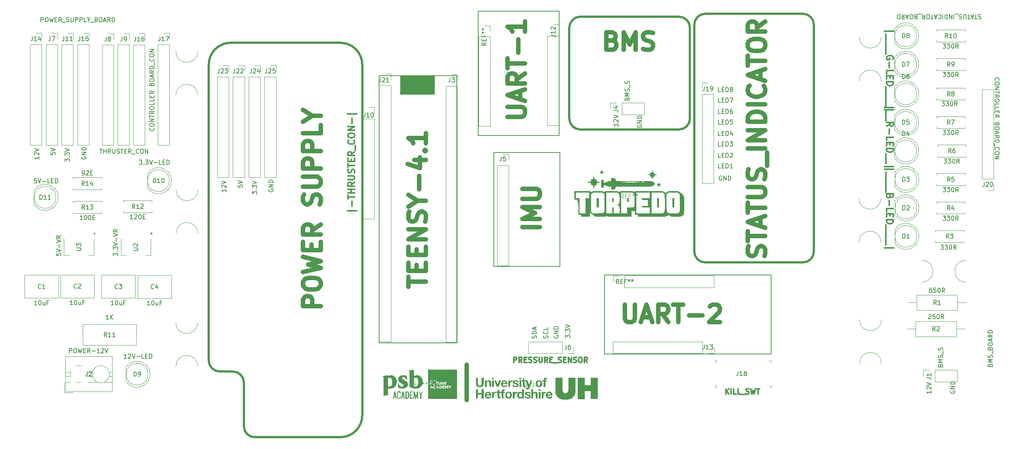
<source format=gbr>
%TF.GenerationSoftware,KiCad,Pcbnew,8.0.7*%
%TF.CreationDate,2025-06-17T16:53:58+08:00*%
%TF.ProjectId,TT_0.4_Control_board!,54545f30-2e34-45f4-936f-6e74726f6c5f,rev?*%
%TF.SameCoordinates,Original*%
%TF.FileFunction,Legend,Top*%
%TF.FilePolarity,Positive*%
%FSLAX46Y46*%
G04 Gerber Fmt 4.6, Leading zero omitted, Abs format (unit mm)*
G04 Created by KiCad (PCBNEW 8.0.7) date 2025-06-17 16:53:58*
%MOMM*%
%LPD*%
G01*
G04 APERTURE LIST*
%ADD10C,0.500000*%
%ADD11C,0.200000*%
%ADD12C,1.000000*%
%ADD13C,0.100000*%
%ADD14C,0.187500*%
%ADD15C,0.375000*%
%ADD16C,0.300000*%
%ADD17C,0.150000*%
%ADD18C,0.120000*%
%ADD19C,0.000000*%
G04 APERTURE END LIST*
D10*
X157442767Y-83817233D02*
X157442767Y-63067233D01*
X159942767Y-60567233D02*
X182442767Y-60567233D01*
X213192767Y-62402767D02*
X213192767Y-114152767D01*
X85714466Y-156524466D02*
G75*
G02*
X83214534Y-154024466I34J2499966D01*
G01*
D11*
X114075000Y-74035000D02*
X131775000Y-74035000D01*
X131775000Y-135035000D01*
X114075000Y-135035000D01*
X114075000Y-74035000D01*
D10*
X210692767Y-116652767D02*
X188442767Y-116652767D01*
X80214466Y-66524466D02*
X105214466Y-66524466D01*
D11*
X140250000Y-91535000D02*
X155325000Y-91535000D01*
X155325000Y-117560000D01*
X140250000Y-117560000D01*
X140250000Y-91535000D01*
X136625000Y-59285000D02*
X155075000Y-59285000D01*
X155075000Y-87635000D01*
X136625000Y-87635000D01*
X136625000Y-59285000D01*
D10*
X182442767Y-86317233D02*
X159942767Y-86317233D01*
X182442767Y-60567233D02*
G75*
G02*
X184942767Y-63067233I33J-2499967D01*
G01*
X213192767Y-114152767D02*
G75*
G02*
X210692767Y-116652767I-2499967J-33D01*
G01*
X185942767Y-62402767D02*
G75*
G02*
X188442767Y-59902767I2500033J-33D01*
G01*
X77714466Y-141524466D02*
X80714466Y-141524466D01*
X157442767Y-63067233D02*
G75*
G02*
X159942767Y-60567167I2500033J33D01*
G01*
X210692767Y-59902767D02*
G75*
G02*
X213192833Y-62402767I33J-2500033D01*
G01*
X184942767Y-83817233D02*
G75*
G02*
X182442767Y-86317167I-2499967J33D01*
G01*
X75214466Y-71524466D02*
G75*
G02*
X80214466Y-66524466I5000004J-4D01*
G01*
X188442767Y-116652767D02*
G75*
G02*
X185942833Y-114152767I33J2499967D01*
G01*
X184942767Y-63067233D02*
X184942767Y-83817233D01*
D11*
X165445000Y-119535000D02*
X203445000Y-119535000D01*
X203445000Y-137535000D01*
X165445000Y-137535000D01*
X165445000Y-119535000D01*
D12*
X134075000Y-148035000D02*
X134075000Y-140035000D01*
D10*
X105214466Y-66524466D02*
G75*
G02*
X110214534Y-71524466I34J-5000034D01*
G01*
X105214466Y-156524466D02*
X85714466Y-156524466D01*
D13*
X126675000Y-78235000D02*
X118875000Y-78235000D01*
X118875000Y-74035000D01*
X126675000Y-74035000D01*
X126675000Y-78235000D01*
G36*
X126675000Y-78235000D02*
G01*
X118875000Y-78235000D01*
X118875000Y-74035000D01*
X126675000Y-74035000D01*
X126675000Y-78235000D01*
G37*
D10*
X110214466Y-151524466D02*
G75*
G02*
X105214466Y-156524466I-4999996J-4D01*
G01*
X110214466Y-71524466D02*
X110214466Y-151524466D01*
X77714466Y-141524466D02*
G75*
G02*
X75214534Y-139024466I34J2499966D01*
G01*
X185942767Y-114152767D02*
X185942767Y-62402767D01*
X75214466Y-139024466D02*
X75214466Y-71524466D01*
X80714466Y-141524466D02*
G75*
G02*
X83214534Y-144024466I34J-2500034D01*
G01*
X83214466Y-144024466D02*
X83214466Y-154024466D01*
X159942767Y-86317233D02*
G75*
G02*
X157442767Y-83817233I33J2500033D01*
G01*
X188442767Y-59902767D02*
X210692767Y-59902767D01*
D14*
X81892869Y-98997359D02*
X81892869Y-99473549D01*
X81892869Y-99473549D02*
X82369059Y-99521168D01*
X82369059Y-99521168D02*
X82321440Y-99473549D01*
X82321440Y-99473549D02*
X82273821Y-99378311D01*
X82273821Y-99378311D02*
X82273821Y-99140216D01*
X82273821Y-99140216D02*
X82321440Y-99044978D01*
X82321440Y-99044978D02*
X82369059Y-98997359D01*
X82369059Y-98997359D02*
X82464297Y-98949740D01*
X82464297Y-98949740D02*
X82702392Y-98949740D01*
X82702392Y-98949740D02*
X82797630Y-98997359D01*
X82797630Y-98997359D02*
X82845250Y-99044978D01*
X82845250Y-99044978D02*
X82892869Y-99140216D01*
X82892869Y-99140216D02*
X82892869Y-99378311D01*
X82892869Y-99378311D02*
X82845250Y-99473549D01*
X82845250Y-99473549D02*
X82797630Y-99521168D01*
X81892869Y-98664025D02*
X82892869Y-98330692D01*
X82892869Y-98330692D02*
X81892869Y-97997359D01*
D15*
X108971928Y-104874004D02*
X106829071Y-104874004D01*
X107900500Y-103802576D02*
X107900500Y-102659719D01*
X106971928Y-102159718D02*
X106971928Y-101302576D01*
X108471928Y-101731147D02*
X106971928Y-101731147D01*
X108471928Y-100802576D02*
X106971928Y-100802576D01*
X107686214Y-100802576D02*
X107686214Y-99945433D01*
X108471928Y-99945433D02*
X106971928Y-99945433D01*
X108471928Y-98374004D02*
X107757642Y-98874004D01*
X108471928Y-99231147D02*
X106971928Y-99231147D01*
X106971928Y-99231147D02*
X106971928Y-98659718D01*
X106971928Y-98659718D02*
X107043357Y-98516861D01*
X107043357Y-98516861D02*
X107114785Y-98445432D01*
X107114785Y-98445432D02*
X107257642Y-98374004D01*
X107257642Y-98374004D02*
X107471928Y-98374004D01*
X107471928Y-98374004D02*
X107614785Y-98445432D01*
X107614785Y-98445432D02*
X107686214Y-98516861D01*
X107686214Y-98516861D02*
X107757642Y-98659718D01*
X107757642Y-98659718D02*
X107757642Y-99231147D01*
X106971928Y-97731147D02*
X108186214Y-97731147D01*
X108186214Y-97731147D02*
X108329071Y-97659718D01*
X108329071Y-97659718D02*
X108400500Y-97588290D01*
X108400500Y-97588290D02*
X108471928Y-97445432D01*
X108471928Y-97445432D02*
X108471928Y-97159718D01*
X108471928Y-97159718D02*
X108400500Y-97016861D01*
X108400500Y-97016861D02*
X108329071Y-96945432D01*
X108329071Y-96945432D02*
X108186214Y-96874004D01*
X108186214Y-96874004D02*
X106971928Y-96874004D01*
X108400500Y-96231146D02*
X108471928Y-96016861D01*
X108471928Y-96016861D02*
X108471928Y-95659718D01*
X108471928Y-95659718D02*
X108400500Y-95516861D01*
X108400500Y-95516861D02*
X108329071Y-95445432D01*
X108329071Y-95445432D02*
X108186214Y-95374003D01*
X108186214Y-95374003D02*
X108043357Y-95374003D01*
X108043357Y-95374003D02*
X107900500Y-95445432D01*
X107900500Y-95445432D02*
X107829071Y-95516861D01*
X107829071Y-95516861D02*
X107757642Y-95659718D01*
X107757642Y-95659718D02*
X107686214Y-95945432D01*
X107686214Y-95945432D02*
X107614785Y-96088289D01*
X107614785Y-96088289D02*
X107543357Y-96159718D01*
X107543357Y-96159718D02*
X107400500Y-96231146D01*
X107400500Y-96231146D02*
X107257642Y-96231146D01*
X107257642Y-96231146D02*
X107114785Y-96159718D01*
X107114785Y-96159718D02*
X107043357Y-96088289D01*
X107043357Y-96088289D02*
X106971928Y-95945432D01*
X106971928Y-95945432D02*
X106971928Y-95588289D01*
X106971928Y-95588289D02*
X107043357Y-95374003D01*
X106971928Y-94945432D02*
X106971928Y-94088290D01*
X108471928Y-94516861D02*
X106971928Y-94516861D01*
X107686214Y-93588290D02*
X107686214Y-93088290D01*
X108471928Y-92874004D02*
X108471928Y-93588290D01*
X108471928Y-93588290D02*
X106971928Y-93588290D01*
X106971928Y-93588290D02*
X106971928Y-92874004D01*
X108471928Y-91374004D02*
X107757642Y-91874004D01*
X108471928Y-92231147D02*
X106971928Y-92231147D01*
X106971928Y-92231147D02*
X106971928Y-91659718D01*
X106971928Y-91659718D02*
X107043357Y-91516861D01*
X107043357Y-91516861D02*
X107114785Y-91445432D01*
X107114785Y-91445432D02*
X107257642Y-91374004D01*
X107257642Y-91374004D02*
X107471928Y-91374004D01*
X107471928Y-91374004D02*
X107614785Y-91445432D01*
X107614785Y-91445432D02*
X107686214Y-91516861D01*
X107686214Y-91516861D02*
X107757642Y-91659718D01*
X107757642Y-91659718D02*
X107757642Y-92231147D01*
X108614785Y-91088290D02*
X108614785Y-89945432D01*
X108329071Y-88731147D02*
X108400500Y-88802575D01*
X108400500Y-88802575D02*
X108471928Y-89016861D01*
X108471928Y-89016861D02*
X108471928Y-89159718D01*
X108471928Y-89159718D02*
X108400500Y-89374004D01*
X108400500Y-89374004D02*
X108257642Y-89516861D01*
X108257642Y-89516861D02*
X108114785Y-89588290D01*
X108114785Y-89588290D02*
X107829071Y-89659718D01*
X107829071Y-89659718D02*
X107614785Y-89659718D01*
X107614785Y-89659718D02*
X107329071Y-89588290D01*
X107329071Y-89588290D02*
X107186214Y-89516861D01*
X107186214Y-89516861D02*
X107043357Y-89374004D01*
X107043357Y-89374004D02*
X106971928Y-89159718D01*
X106971928Y-89159718D02*
X106971928Y-89016861D01*
X106971928Y-89016861D02*
X107043357Y-88802575D01*
X107043357Y-88802575D02*
X107114785Y-88731147D01*
X106971928Y-87802575D02*
X106971928Y-87516861D01*
X106971928Y-87516861D02*
X107043357Y-87374004D01*
X107043357Y-87374004D02*
X107186214Y-87231147D01*
X107186214Y-87231147D02*
X107471928Y-87159718D01*
X107471928Y-87159718D02*
X107971928Y-87159718D01*
X107971928Y-87159718D02*
X108257642Y-87231147D01*
X108257642Y-87231147D02*
X108400500Y-87374004D01*
X108400500Y-87374004D02*
X108471928Y-87516861D01*
X108471928Y-87516861D02*
X108471928Y-87802575D01*
X108471928Y-87802575D02*
X108400500Y-87945433D01*
X108400500Y-87945433D02*
X108257642Y-88088290D01*
X108257642Y-88088290D02*
X107971928Y-88159718D01*
X107971928Y-88159718D02*
X107471928Y-88159718D01*
X107471928Y-88159718D02*
X107186214Y-88088290D01*
X107186214Y-88088290D02*
X107043357Y-87945433D01*
X107043357Y-87945433D02*
X106971928Y-87802575D01*
X108471928Y-86516861D02*
X106971928Y-86516861D01*
X106971928Y-86516861D02*
X108471928Y-85659718D01*
X108471928Y-85659718D02*
X106971928Y-85659718D01*
X107900500Y-84945432D02*
X107900500Y-83802575D01*
X108971928Y-82731146D02*
X106829071Y-82731146D01*
D11*
X191920863Y-80102219D02*
X191444673Y-80102219D01*
X191444673Y-80102219D02*
X191444673Y-79102219D01*
X192254197Y-79578409D02*
X192587530Y-79578409D01*
X192730387Y-80102219D02*
X192254197Y-80102219D01*
X192254197Y-80102219D02*
X192254197Y-79102219D01*
X192254197Y-79102219D02*
X192730387Y-79102219D01*
X193158959Y-80102219D02*
X193158959Y-79102219D01*
X193158959Y-79102219D02*
X193397054Y-79102219D01*
X193397054Y-79102219D02*
X193539911Y-79149838D01*
X193539911Y-79149838D02*
X193635149Y-79245076D01*
X193635149Y-79245076D02*
X193682768Y-79340314D01*
X193682768Y-79340314D02*
X193730387Y-79530790D01*
X193730387Y-79530790D02*
X193730387Y-79673647D01*
X193730387Y-79673647D02*
X193682768Y-79864123D01*
X193682768Y-79864123D02*
X193635149Y-79959361D01*
X193635149Y-79959361D02*
X193539911Y-80054600D01*
X193539911Y-80054600D02*
X193397054Y-80102219D01*
X193397054Y-80102219D02*
X193158959Y-80102219D01*
X194063721Y-79102219D02*
X194730387Y-79102219D01*
X194730387Y-79102219D02*
X194301816Y-80102219D01*
D16*
X229299171Y-95361653D02*
X231442028Y-95361653D01*
X229656314Y-96075939D02*
X229656314Y-97218796D01*
X229656314Y-97218796D02*
X229656314Y-98361653D01*
X229656314Y-98361653D02*
X229656314Y-99504510D01*
X229656314Y-99504510D02*
X229656314Y-100647367D01*
X230584885Y-101504509D02*
X230513457Y-101718795D01*
X230513457Y-101718795D02*
X230442028Y-101790224D01*
X230442028Y-101790224D02*
X230299171Y-101861652D01*
X230299171Y-101861652D02*
X230084885Y-101861652D01*
X230084885Y-101861652D02*
X229942028Y-101790224D01*
X229942028Y-101790224D02*
X229870600Y-101718795D01*
X229870600Y-101718795D02*
X229799171Y-101575938D01*
X229799171Y-101575938D02*
X229799171Y-101004509D01*
X229799171Y-101004509D02*
X231299171Y-101004509D01*
X231299171Y-101004509D02*
X231299171Y-101504509D01*
X231299171Y-101504509D02*
X231227742Y-101647367D01*
X231227742Y-101647367D02*
X231156314Y-101718795D01*
X231156314Y-101718795D02*
X231013457Y-101790224D01*
X231013457Y-101790224D02*
X230870600Y-101790224D01*
X230870600Y-101790224D02*
X230727742Y-101718795D01*
X230727742Y-101718795D02*
X230656314Y-101647367D01*
X230656314Y-101647367D02*
X230584885Y-101504509D01*
X230584885Y-101504509D02*
X230584885Y-101004509D01*
X230370600Y-102504509D02*
X230370600Y-103647367D01*
X229799171Y-105075938D02*
X229799171Y-104361652D01*
X229799171Y-104361652D02*
X231299171Y-104361652D01*
X230584885Y-105575938D02*
X230584885Y-106075938D01*
X229799171Y-106290224D02*
X229799171Y-105575938D01*
X229799171Y-105575938D02*
X231299171Y-105575938D01*
X231299171Y-105575938D02*
X231299171Y-106290224D01*
X229799171Y-106933081D02*
X231299171Y-106933081D01*
X231299171Y-106933081D02*
X231299171Y-107290224D01*
X231299171Y-107290224D02*
X231227742Y-107504510D01*
X231227742Y-107504510D02*
X231084885Y-107647367D01*
X231084885Y-107647367D02*
X230942028Y-107718796D01*
X230942028Y-107718796D02*
X230656314Y-107790224D01*
X230656314Y-107790224D02*
X230442028Y-107790224D01*
X230442028Y-107790224D02*
X230156314Y-107718796D01*
X230156314Y-107718796D02*
X230013457Y-107647367D01*
X230013457Y-107647367D02*
X229870600Y-107504510D01*
X229870600Y-107504510D02*
X229799171Y-107290224D01*
X229799171Y-107290224D02*
X229799171Y-106933081D01*
X229656314Y-108075939D02*
X229656314Y-109218796D01*
X229656314Y-109218796D02*
X229656314Y-110361653D01*
X229656314Y-110361653D02*
X229656314Y-111504510D01*
X229656314Y-111504510D02*
X229656314Y-112647367D01*
X229299171Y-113361652D02*
X231442028Y-113361652D01*
D11*
X239957219Y-145956517D02*
X239957219Y-146527945D01*
X239957219Y-146242231D02*
X238957219Y-146242231D01*
X238957219Y-146242231D02*
X239100076Y-146337469D01*
X239100076Y-146337469D02*
X239195314Y-146432707D01*
X239195314Y-146432707D02*
X239242933Y-146527945D01*
X239052457Y-145575564D02*
X239004838Y-145527945D01*
X239004838Y-145527945D02*
X238957219Y-145432707D01*
X238957219Y-145432707D02*
X238957219Y-145194612D01*
X238957219Y-145194612D02*
X239004838Y-145099374D01*
X239004838Y-145099374D02*
X239052457Y-145051755D01*
X239052457Y-145051755D02*
X239147695Y-145004136D01*
X239147695Y-145004136D02*
X239242933Y-145004136D01*
X239242933Y-145004136D02*
X239385790Y-145051755D01*
X239385790Y-145051755D02*
X239957219Y-145623183D01*
X239957219Y-145623183D02*
X239957219Y-145004136D01*
X238957219Y-144718421D02*
X239957219Y-144385088D01*
X239957219Y-144385088D02*
X238957219Y-144051755D01*
D16*
X229299171Y-63861653D02*
X231442028Y-63861653D01*
X229656314Y-64575939D02*
X229656314Y-65718796D01*
X229656314Y-65718796D02*
X229656314Y-66861653D01*
X229656314Y-66861653D02*
X229656314Y-68004510D01*
X229656314Y-68004510D02*
X229656314Y-69147367D01*
X231227742Y-70290224D02*
X231299171Y-70147367D01*
X231299171Y-70147367D02*
X231299171Y-69933081D01*
X231299171Y-69933081D02*
X231227742Y-69718795D01*
X231227742Y-69718795D02*
X231084885Y-69575938D01*
X231084885Y-69575938D02*
X230942028Y-69504509D01*
X230942028Y-69504509D02*
X230656314Y-69433081D01*
X230656314Y-69433081D02*
X230442028Y-69433081D01*
X230442028Y-69433081D02*
X230156314Y-69504509D01*
X230156314Y-69504509D02*
X230013457Y-69575938D01*
X230013457Y-69575938D02*
X229870600Y-69718795D01*
X229870600Y-69718795D02*
X229799171Y-69933081D01*
X229799171Y-69933081D02*
X229799171Y-70075938D01*
X229799171Y-70075938D02*
X229870600Y-70290224D01*
X229870600Y-70290224D02*
X229942028Y-70361652D01*
X229942028Y-70361652D02*
X230442028Y-70361652D01*
X230442028Y-70361652D02*
X230442028Y-70075938D01*
X230370600Y-71004509D02*
X230370600Y-72147367D01*
X229799171Y-73575938D02*
X229799171Y-72861652D01*
X229799171Y-72861652D02*
X231299171Y-72861652D01*
X230584885Y-74075938D02*
X230584885Y-74575938D01*
X229799171Y-74790224D02*
X229799171Y-74075938D01*
X229799171Y-74075938D02*
X231299171Y-74075938D01*
X231299171Y-74075938D02*
X231299171Y-74790224D01*
X229799171Y-75433081D02*
X231299171Y-75433081D01*
X231299171Y-75433081D02*
X231299171Y-75790224D01*
X231299171Y-75790224D02*
X231227742Y-76004510D01*
X231227742Y-76004510D02*
X231084885Y-76147367D01*
X231084885Y-76147367D02*
X230942028Y-76218796D01*
X230942028Y-76218796D02*
X230656314Y-76290224D01*
X230656314Y-76290224D02*
X230442028Y-76290224D01*
X230442028Y-76290224D02*
X230156314Y-76218796D01*
X230156314Y-76218796D02*
X230013457Y-76147367D01*
X230013457Y-76147367D02*
X229870600Y-76004510D01*
X229870600Y-76004510D02*
X229799171Y-75790224D01*
X229799171Y-75790224D02*
X229799171Y-75433081D01*
X229656314Y-76575939D02*
X229656314Y-77718796D01*
X229656314Y-77718796D02*
X229656314Y-78861653D01*
X229656314Y-78861653D02*
X229656314Y-80004510D01*
X229656314Y-80004510D02*
X229656314Y-81147367D01*
X229299171Y-81861652D02*
X231442028Y-81861652D01*
D14*
X36961450Y-61767869D02*
X36961450Y-60767869D01*
X36961450Y-60767869D02*
X37342402Y-60767869D01*
X37342402Y-60767869D02*
X37437640Y-60815488D01*
X37437640Y-60815488D02*
X37485259Y-60863107D01*
X37485259Y-60863107D02*
X37532878Y-60958345D01*
X37532878Y-60958345D02*
X37532878Y-61101202D01*
X37532878Y-61101202D02*
X37485259Y-61196440D01*
X37485259Y-61196440D02*
X37437640Y-61244059D01*
X37437640Y-61244059D02*
X37342402Y-61291678D01*
X37342402Y-61291678D02*
X36961450Y-61291678D01*
X38151926Y-60767869D02*
X38342402Y-60767869D01*
X38342402Y-60767869D02*
X38437640Y-60815488D01*
X38437640Y-60815488D02*
X38532878Y-60910726D01*
X38532878Y-60910726D02*
X38580497Y-61101202D01*
X38580497Y-61101202D02*
X38580497Y-61434535D01*
X38580497Y-61434535D02*
X38532878Y-61625011D01*
X38532878Y-61625011D02*
X38437640Y-61720250D01*
X38437640Y-61720250D02*
X38342402Y-61767869D01*
X38342402Y-61767869D02*
X38151926Y-61767869D01*
X38151926Y-61767869D02*
X38056688Y-61720250D01*
X38056688Y-61720250D02*
X37961450Y-61625011D01*
X37961450Y-61625011D02*
X37913831Y-61434535D01*
X37913831Y-61434535D02*
X37913831Y-61101202D01*
X37913831Y-61101202D02*
X37961450Y-60910726D01*
X37961450Y-60910726D02*
X38056688Y-60815488D01*
X38056688Y-60815488D02*
X38151926Y-60767869D01*
X38913831Y-60767869D02*
X39151926Y-61767869D01*
X39151926Y-61767869D02*
X39342402Y-61053583D01*
X39342402Y-61053583D02*
X39532878Y-61767869D01*
X39532878Y-61767869D02*
X39770974Y-60767869D01*
X40151926Y-61244059D02*
X40485259Y-61244059D01*
X40628116Y-61767869D02*
X40151926Y-61767869D01*
X40151926Y-61767869D02*
X40151926Y-60767869D01*
X40151926Y-60767869D02*
X40628116Y-60767869D01*
X41628116Y-61767869D02*
X41294783Y-61291678D01*
X41056688Y-61767869D02*
X41056688Y-60767869D01*
X41056688Y-60767869D02*
X41437640Y-60767869D01*
X41437640Y-60767869D02*
X41532878Y-60815488D01*
X41532878Y-60815488D02*
X41580497Y-60863107D01*
X41580497Y-60863107D02*
X41628116Y-60958345D01*
X41628116Y-60958345D02*
X41628116Y-61101202D01*
X41628116Y-61101202D02*
X41580497Y-61196440D01*
X41580497Y-61196440D02*
X41532878Y-61244059D01*
X41532878Y-61244059D02*
X41437640Y-61291678D01*
X41437640Y-61291678D02*
X41056688Y-61291678D01*
X41818593Y-61863107D02*
X42580497Y-61863107D01*
X42770974Y-61720250D02*
X42913831Y-61767869D01*
X42913831Y-61767869D02*
X43151926Y-61767869D01*
X43151926Y-61767869D02*
X43247164Y-61720250D01*
X43247164Y-61720250D02*
X43294783Y-61672630D01*
X43294783Y-61672630D02*
X43342402Y-61577392D01*
X43342402Y-61577392D02*
X43342402Y-61482154D01*
X43342402Y-61482154D02*
X43294783Y-61386916D01*
X43294783Y-61386916D02*
X43247164Y-61339297D01*
X43247164Y-61339297D02*
X43151926Y-61291678D01*
X43151926Y-61291678D02*
X42961450Y-61244059D01*
X42961450Y-61244059D02*
X42866212Y-61196440D01*
X42866212Y-61196440D02*
X42818593Y-61148821D01*
X42818593Y-61148821D02*
X42770974Y-61053583D01*
X42770974Y-61053583D02*
X42770974Y-60958345D01*
X42770974Y-60958345D02*
X42818593Y-60863107D01*
X42818593Y-60863107D02*
X42866212Y-60815488D01*
X42866212Y-60815488D02*
X42961450Y-60767869D01*
X42961450Y-60767869D02*
X43199545Y-60767869D01*
X43199545Y-60767869D02*
X43342402Y-60815488D01*
X43770974Y-60767869D02*
X43770974Y-61577392D01*
X43770974Y-61577392D02*
X43818593Y-61672630D01*
X43818593Y-61672630D02*
X43866212Y-61720250D01*
X43866212Y-61720250D02*
X43961450Y-61767869D01*
X43961450Y-61767869D02*
X44151926Y-61767869D01*
X44151926Y-61767869D02*
X44247164Y-61720250D01*
X44247164Y-61720250D02*
X44294783Y-61672630D01*
X44294783Y-61672630D02*
X44342402Y-61577392D01*
X44342402Y-61577392D02*
X44342402Y-60767869D01*
X44818593Y-61767869D02*
X44818593Y-60767869D01*
X44818593Y-60767869D02*
X45199545Y-60767869D01*
X45199545Y-60767869D02*
X45294783Y-60815488D01*
X45294783Y-60815488D02*
X45342402Y-60863107D01*
X45342402Y-60863107D02*
X45390021Y-60958345D01*
X45390021Y-60958345D02*
X45390021Y-61101202D01*
X45390021Y-61101202D02*
X45342402Y-61196440D01*
X45342402Y-61196440D02*
X45294783Y-61244059D01*
X45294783Y-61244059D02*
X45199545Y-61291678D01*
X45199545Y-61291678D02*
X44818593Y-61291678D01*
X45818593Y-61767869D02*
X45818593Y-60767869D01*
X45818593Y-60767869D02*
X46199545Y-60767869D01*
X46199545Y-60767869D02*
X46294783Y-60815488D01*
X46294783Y-60815488D02*
X46342402Y-60863107D01*
X46342402Y-60863107D02*
X46390021Y-60958345D01*
X46390021Y-60958345D02*
X46390021Y-61101202D01*
X46390021Y-61101202D02*
X46342402Y-61196440D01*
X46342402Y-61196440D02*
X46294783Y-61244059D01*
X46294783Y-61244059D02*
X46199545Y-61291678D01*
X46199545Y-61291678D02*
X45818593Y-61291678D01*
X47294783Y-61767869D02*
X46818593Y-61767869D01*
X46818593Y-61767869D02*
X46818593Y-60767869D01*
X47818593Y-61291678D02*
X47818593Y-61767869D01*
X47485260Y-60767869D02*
X47818593Y-61291678D01*
X47818593Y-61291678D02*
X48151926Y-60767869D01*
X48247165Y-61863107D02*
X49009069Y-61863107D01*
X49580498Y-61244059D02*
X49723355Y-61291678D01*
X49723355Y-61291678D02*
X49770974Y-61339297D01*
X49770974Y-61339297D02*
X49818593Y-61434535D01*
X49818593Y-61434535D02*
X49818593Y-61577392D01*
X49818593Y-61577392D02*
X49770974Y-61672630D01*
X49770974Y-61672630D02*
X49723355Y-61720250D01*
X49723355Y-61720250D02*
X49628117Y-61767869D01*
X49628117Y-61767869D02*
X49247165Y-61767869D01*
X49247165Y-61767869D02*
X49247165Y-60767869D01*
X49247165Y-60767869D02*
X49580498Y-60767869D01*
X49580498Y-60767869D02*
X49675736Y-60815488D01*
X49675736Y-60815488D02*
X49723355Y-60863107D01*
X49723355Y-60863107D02*
X49770974Y-60958345D01*
X49770974Y-60958345D02*
X49770974Y-61053583D01*
X49770974Y-61053583D02*
X49723355Y-61148821D01*
X49723355Y-61148821D02*
X49675736Y-61196440D01*
X49675736Y-61196440D02*
X49580498Y-61244059D01*
X49580498Y-61244059D02*
X49247165Y-61244059D01*
X50437641Y-60767869D02*
X50628117Y-60767869D01*
X50628117Y-60767869D02*
X50723355Y-60815488D01*
X50723355Y-60815488D02*
X50818593Y-60910726D01*
X50818593Y-60910726D02*
X50866212Y-61101202D01*
X50866212Y-61101202D02*
X50866212Y-61434535D01*
X50866212Y-61434535D02*
X50818593Y-61625011D01*
X50818593Y-61625011D02*
X50723355Y-61720250D01*
X50723355Y-61720250D02*
X50628117Y-61767869D01*
X50628117Y-61767869D02*
X50437641Y-61767869D01*
X50437641Y-61767869D02*
X50342403Y-61720250D01*
X50342403Y-61720250D02*
X50247165Y-61625011D01*
X50247165Y-61625011D02*
X50199546Y-61434535D01*
X50199546Y-61434535D02*
X50199546Y-61101202D01*
X50199546Y-61101202D02*
X50247165Y-60910726D01*
X50247165Y-60910726D02*
X50342403Y-60815488D01*
X50342403Y-60815488D02*
X50437641Y-60767869D01*
X51247165Y-61482154D02*
X51723355Y-61482154D01*
X51151927Y-61767869D02*
X51485260Y-60767869D01*
X51485260Y-60767869D02*
X51818593Y-61767869D01*
X52723355Y-61767869D02*
X52390022Y-61291678D01*
X52151927Y-61767869D02*
X52151927Y-60767869D01*
X52151927Y-60767869D02*
X52532879Y-60767869D01*
X52532879Y-60767869D02*
X52628117Y-60815488D01*
X52628117Y-60815488D02*
X52675736Y-60863107D01*
X52675736Y-60863107D02*
X52723355Y-60958345D01*
X52723355Y-60958345D02*
X52723355Y-61101202D01*
X52723355Y-61101202D02*
X52675736Y-61196440D01*
X52675736Y-61196440D02*
X52628117Y-61244059D01*
X52628117Y-61244059D02*
X52532879Y-61291678D01*
X52532879Y-61291678D02*
X52151927Y-61291678D01*
X53151927Y-61767869D02*
X53151927Y-60767869D01*
X53151927Y-60767869D02*
X53390022Y-60767869D01*
X53390022Y-60767869D02*
X53532879Y-60815488D01*
X53532879Y-60815488D02*
X53628117Y-60910726D01*
X53628117Y-60910726D02*
X53675736Y-61005964D01*
X53675736Y-61005964D02*
X53723355Y-61196440D01*
X53723355Y-61196440D02*
X53723355Y-61339297D01*
X53723355Y-61339297D02*
X53675736Y-61529773D01*
X53675736Y-61529773D02*
X53628117Y-61625011D01*
X53628117Y-61625011D02*
X53532879Y-61720250D01*
X53532879Y-61720250D02*
X53390022Y-61767869D01*
X53390022Y-61767869D02*
X53151927Y-61767869D01*
X156592869Y-133868787D02*
X156592869Y-133249740D01*
X156592869Y-133249740D02*
X156973821Y-133583073D01*
X156973821Y-133583073D02*
X156973821Y-133440216D01*
X156973821Y-133440216D02*
X157021440Y-133344978D01*
X157021440Y-133344978D02*
X157069059Y-133297359D01*
X157069059Y-133297359D02*
X157164297Y-133249740D01*
X157164297Y-133249740D02*
X157402392Y-133249740D01*
X157402392Y-133249740D02*
X157497630Y-133297359D01*
X157497630Y-133297359D02*
X157545250Y-133344978D01*
X157545250Y-133344978D02*
X157592869Y-133440216D01*
X157592869Y-133440216D02*
X157592869Y-133725930D01*
X157592869Y-133725930D02*
X157545250Y-133821168D01*
X157545250Y-133821168D02*
X157497630Y-133868787D01*
X157497630Y-132821168D02*
X157545250Y-132773549D01*
X157545250Y-132773549D02*
X157592869Y-132821168D01*
X157592869Y-132821168D02*
X157545250Y-132868787D01*
X157545250Y-132868787D02*
X157497630Y-132821168D01*
X157497630Y-132821168D02*
X157592869Y-132821168D01*
X156592869Y-132440216D02*
X156592869Y-131821169D01*
X156592869Y-131821169D02*
X156973821Y-132154502D01*
X156973821Y-132154502D02*
X156973821Y-132011645D01*
X156973821Y-132011645D02*
X157021440Y-131916407D01*
X157021440Y-131916407D02*
X157069059Y-131868788D01*
X157069059Y-131868788D02*
X157164297Y-131821169D01*
X157164297Y-131821169D02*
X157402392Y-131821169D01*
X157402392Y-131821169D02*
X157497630Y-131868788D01*
X157497630Y-131868788D02*
X157545250Y-131916407D01*
X157545250Y-131916407D02*
X157592869Y-132011645D01*
X157592869Y-132011645D02*
X157592869Y-132297359D01*
X157592869Y-132297359D02*
X157545250Y-132392597D01*
X157545250Y-132392597D02*
X157497630Y-132440216D01*
X156592869Y-131535454D02*
X157592869Y-131202121D01*
X157592869Y-131202121D02*
X156592869Y-130868788D01*
D12*
X170085274Y-126293476D02*
X170085274Y-129531571D01*
X170085274Y-129531571D02*
X170275751Y-129912523D01*
X170275751Y-129912523D02*
X170466227Y-130103000D01*
X170466227Y-130103000D02*
X170847179Y-130293476D01*
X170847179Y-130293476D02*
X171609084Y-130293476D01*
X171609084Y-130293476D02*
X171990036Y-130103000D01*
X171990036Y-130103000D02*
X172180513Y-129912523D01*
X172180513Y-129912523D02*
X172370989Y-129531571D01*
X172370989Y-129531571D02*
X172370989Y-126293476D01*
X174085274Y-129150619D02*
X175990036Y-129150619D01*
X173704322Y-130293476D02*
X175037655Y-126293476D01*
X175037655Y-126293476D02*
X176370989Y-130293476D01*
X179990036Y-130293476D02*
X178656702Y-128388714D01*
X177704321Y-130293476D02*
X177704321Y-126293476D01*
X177704321Y-126293476D02*
X179228131Y-126293476D01*
X179228131Y-126293476D02*
X179609083Y-126483952D01*
X179609083Y-126483952D02*
X179799560Y-126674428D01*
X179799560Y-126674428D02*
X179990036Y-127055380D01*
X179990036Y-127055380D02*
X179990036Y-127626809D01*
X179990036Y-127626809D02*
X179799560Y-128007761D01*
X179799560Y-128007761D02*
X179609083Y-128198238D01*
X179609083Y-128198238D02*
X179228131Y-128388714D01*
X179228131Y-128388714D02*
X177704321Y-128388714D01*
X181132893Y-126293476D02*
X183418607Y-126293476D01*
X182275750Y-130293476D02*
X182275750Y-126293476D01*
X184751940Y-128769666D02*
X187799560Y-128769666D01*
X189513845Y-126674428D02*
X189704321Y-126483952D01*
X189704321Y-126483952D02*
X190085274Y-126293476D01*
X190085274Y-126293476D02*
X191037655Y-126293476D01*
X191037655Y-126293476D02*
X191418607Y-126483952D01*
X191418607Y-126483952D02*
X191609083Y-126674428D01*
X191609083Y-126674428D02*
X191799560Y-127055380D01*
X191799560Y-127055380D02*
X191799560Y-127436333D01*
X191799560Y-127436333D02*
X191609083Y-128007761D01*
X191609083Y-128007761D02*
X189323369Y-130293476D01*
X189323369Y-130293476D02*
X191799560Y-130293476D01*
D11*
X35945863Y-97517219D02*
X35469673Y-97517219D01*
X35469673Y-97517219D02*
X35422054Y-97993409D01*
X35422054Y-97993409D02*
X35469673Y-97945790D01*
X35469673Y-97945790D02*
X35564911Y-97898171D01*
X35564911Y-97898171D02*
X35803006Y-97898171D01*
X35803006Y-97898171D02*
X35898244Y-97945790D01*
X35898244Y-97945790D02*
X35945863Y-97993409D01*
X35945863Y-97993409D02*
X35993482Y-98088647D01*
X35993482Y-98088647D02*
X35993482Y-98326742D01*
X35993482Y-98326742D02*
X35945863Y-98421980D01*
X35945863Y-98421980D02*
X35898244Y-98469600D01*
X35898244Y-98469600D02*
X35803006Y-98517219D01*
X35803006Y-98517219D02*
X35564911Y-98517219D01*
X35564911Y-98517219D02*
X35469673Y-98469600D01*
X35469673Y-98469600D02*
X35422054Y-98421980D01*
X36279197Y-97517219D02*
X36612530Y-98517219D01*
X36612530Y-98517219D02*
X36945863Y-97517219D01*
X37279197Y-98136266D02*
X38041102Y-98136266D01*
X38993482Y-98517219D02*
X38517292Y-98517219D01*
X38517292Y-98517219D02*
X38517292Y-97517219D01*
X39326816Y-97993409D02*
X39660149Y-97993409D01*
X39803006Y-98517219D02*
X39326816Y-98517219D01*
X39326816Y-98517219D02*
X39326816Y-97517219D01*
X39326816Y-97517219D02*
X39803006Y-97517219D01*
X40231578Y-98517219D02*
X40231578Y-97517219D01*
X40231578Y-97517219D02*
X40469673Y-97517219D01*
X40469673Y-97517219D02*
X40612530Y-97564838D01*
X40612530Y-97564838D02*
X40707768Y-97660076D01*
X40707768Y-97660076D02*
X40755387Y-97755314D01*
X40755387Y-97755314D02*
X40803006Y-97945790D01*
X40803006Y-97945790D02*
X40803006Y-98088647D01*
X40803006Y-98088647D02*
X40755387Y-98279123D01*
X40755387Y-98279123D02*
X40707768Y-98374361D01*
X40707768Y-98374361D02*
X40612530Y-98469600D01*
X40612530Y-98469600D02*
X40469673Y-98517219D01*
X40469673Y-98517219D02*
X40231578Y-98517219D01*
D14*
X149895250Y-133921168D02*
X149942869Y-133778311D01*
X149942869Y-133778311D02*
X149942869Y-133540216D01*
X149942869Y-133540216D02*
X149895250Y-133444978D01*
X149895250Y-133444978D02*
X149847630Y-133397359D01*
X149847630Y-133397359D02*
X149752392Y-133349740D01*
X149752392Y-133349740D02*
X149657154Y-133349740D01*
X149657154Y-133349740D02*
X149561916Y-133397359D01*
X149561916Y-133397359D02*
X149514297Y-133444978D01*
X149514297Y-133444978D02*
X149466678Y-133540216D01*
X149466678Y-133540216D02*
X149419059Y-133730692D01*
X149419059Y-133730692D02*
X149371440Y-133825930D01*
X149371440Y-133825930D02*
X149323821Y-133873549D01*
X149323821Y-133873549D02*
X149228583Y-133921168D01*
X149228583Y-133921168D02*
X149133345Y-133921168D01*
X149133345Y-133921168D02*
X149038107Y-133873549D01*
X149038107Y-133873549D02*
X148990488Y-133825930D01*
X148990488Y-133825930D02*
X148942869Y-133730692D01*
X148942869Y-133730692D02*
X148942869Y-133492597D01*
X148942869Y-133492597D02*
X148990488Y-133349740D01*
X149942869Y-132921168D02*
X148942869Y-132921168D01*
X148942869Y-132921168D02*
X148942869Y-132683073D01*
X148942869Y-132683073D02*
X148990488Y-132540216D01*
X148990488Y-132540216D02*
X149085726Y-132444978D01*
X149085726Y-132444978D02*
X149180964Y-132397359D01*
X149180964Y-132397359D02*
X149371440Y-132349740D01*
X149371440Y-132349740D02*
X149514297Y-132349740D01*
X149514297Y-132349740D02*
X149704773Y-132397359D01*
X149704773Y-132397359D02*
X149800011Y-132444978D01*
X149800011Y-132444978D02*
X149895250Y-132540216D01*
X149895250Y-132540216D02*
X149942869Y-132683073D01*
X149942869Y-132683073D02*
X149942869Y-132921168D01*
X149657154Y-131968787D02*
X149657154Y-131492597D01*
X149942869Y-132064025D02*
X148942869Y-131730692D01*
X148942869Y-131730692D02*
X149942869Y-131397359D01*
D11*
X191920863Y-77702219D02*
X191444673Y-77702219D01*
X191444673Y-77702219D02*
X191444673Y-76702219D01*
X192254197Y-77178409D02*
X192587530Y-77178409D01*
X192730387Y-77702219D02*
X192254197Y-77702219D01*
X192254197Y-77702219D02*
X192254197Y-76702219D01*
X192254197Y-76702219D02*
X192730387Y-76702219D01*
X193158959Y-77702219D02*
X193158959Y-76702219D01*
X193158959Y-76702219D02*
X193397054Y-76702219D01*
X193397054Y-76702219D02*
X193539911Y-76749838D01*
X193539911Y-76749838D02*
X193635149Y-76845076D01*
X193635149Y-76845076D02*
X193682768Y-76940314D01*
X193682768Y-76940314D02*
X193730387Y-77130790D01*
X193730387Y-77130790D02*
X193730387Y-77273647D01*
X193730387Y-77273647D02*
X193682768Y-77464123D01*
X193682768Y-77464123D02*
X193635149Y-77559361D01*
X193635149Y-77559361D02*
X193539911Y-77654600D01*
X193539911Y-77654600D02*
X193397054Y-77702219D01*
X193397054Y-77702219D02*
X193158959Y-77702219D01*
X194301816Y-77130790D02*
X194206578Y-77083171D01*
X194206578Y-77083171D02*
X194158959Y-77035552D01*
X194158959Y-77035552D02*
X194111340Y-76940314D01*
X194111340Y-76940314D02*
X194111340Y-76892695D01*
X194111340Y-76892695D02*
X194158959Y-76797457D01*
X194158959Y-76797457D02*
X194206578Y-76749838D01*
X194206578Y-76749838D02*
X194301816Y-76702219D01*
X194301816Y-76702219D02*
X194492292Y-76702219D01*
X194492292Y-76702219D02*
X194587530Y-76749838D01*
X194587530Y-76749838D02*
X194635149Y-76797457D01*
X194635149Y-76797457D02*
X194682768Y-76892695D01*
X194682768Y-76892695D02*
X194682768Y-76940314D01*
X194682768Y-76940314D02*
X194635149Y-77035552D01*
X194635149Y-77035552D02*
X194587530Y-77083171D01*
X194587530Y-77083171D02*
X194492292Y-77130790D01*
X194492292Y-77130790D02*
X194301816Y-77130790D01*
X194301816Y-77130790D02*
X194206578Y-77178409D01*
X194206578Y-77178409D02*
X194158959Y-77226028D01*
X194158959Y-77226028D02*
X194111340Y-77321266D01*
X194111340Y-77321266D02*
X194111340Y-77511742D01*
X194111340Y-77511742D02*
X194158959Y-77606980D01*
X194158959Y-77606980D02*
X194206578Y-77654600D01*
X194206578Y-77654600D02*
X194301816Y-77702219D01*
X194301816Y-77702219D02*
X194492292Y-77702219D01*
X194492292Y-77702219D02*
X194587530Y-77654600D01*
X194587530Y-77654600D02*
X194635149Y-77606980D01*
X194635149Y-77606980D02*
X194682768Y-77511742D01*
X194682768Y-77511742D02*
X194682768Y-77321266D01*
X194682768Y-77321266D02*
X194635149Y-77226028D01*
X194635149Y-77226028D02*
X194587530Y-77178409D01*
X194587530Y-77178409D02*
X194492292Y-77130790D01*
X244404838Y-145956517D02*
X244357219Y-146051755D01*
X244357219Y-146051755D02*
X244357219Y-146194612D01*
X244357219Y-146194612D02*
X244404838Y-146337469D01*
X244404838Y-146337469D02*
X244500076Y-146432707D01*
X244500076Y-146432707D02*
X244595314Y-146480326D01*
X244595314Y-146480326D02*
X244785790Y-146527945D01*
X244785790Y-146527945D02*
X244928647Y-146527945D01*
X244928647Y-146527945D02*
X245119123Y-146480326D01*
X245119123Y-146480326D02*
X245214361Y-146432707D01*
X245214361Y-146432707D02*
X245309600Y-146337469D01*
X245309600Y-146337469D02*
X245357219Y-146194612D01*
X245357219Y-146194612D02*
X245357219Y-146099374D01*
X245357219Y-146099374D02*
X245309600Y-145956517D01*
X245309600Y-145956517D02*
X245261980Y-145908898D01*
X245261980Y-145908898D02*
X244928647Y-145908898D01*
X244928647Y-145908898D02*
X244928647Y-146099374D01*
X245357219Y-145480326D02*
X244357219Y-145480326D01*
X244357219Y-145480326D02*
X245357219Y-144908898D01*
X245357219Y-144908898D02*
X244357219Y-144908898D01*
X245357219Y-144432707D02*
X244357219Y-144432707D01*
X244357219Y-144432707D02*
X244357219Y-144194612D01*
X244357219Y-144194612D02*
X244404838Y-144051755D01*
X244404838Y-144051755D02*
X244500076Y-143956517D01*
X244500076Y-143956517D02*
X244595314Y-143908898D01*
X244595314Y-143908898D02*
X244785790Y-143861279D01*
X244785790Y-143861279D02*
X244928647Y-143861279D01*
X244928647Y-143861279D02*
X245119123Y-143908898D01*
X245119123Y-143908898D02*
X245214361Y-143956517D01*
X245214361Y-143956517D02*
X245309600Y-144051755D01*
X245309600Y-144051755D02*
X245357219Y-144194612D01*
X245357219Y-144194612D02*
X245357219Y-144432707D01*
D12*
X100733476Y-126624725D02*
X96733476Y-126624725D01*
X96733476Y-126624725D02*
X96733476Y-125100915D01*
X96733476Y-125100915D02*
X96923952Y-124719963D01*
X96923952Y-124719963D02*
X97114428Y-124529486D01*
X97114428Y-124529486D02*
X97495380Y-124339010D01*
X97495380Y-124339010D02*
X98066809Y-124339010D01*
X98066809Y-124339010D02*
X98447761Y-124529486D01*
X98447761Y-124529486D02*
X98638238Y-124719963D01*
X98638238Y-124719963D02*
X98828714Y-125100915D01*
X98828714Y-125100915D02*
X98828714Y-126624725D01*
X96733476Y-121862820D02*
X96733476Y-121100915D01*
X96733476Y-121100915D02*
X96923952Y-120719963D01*
X96923952Y-120719963D02*
X97304904Y-120339010D01*
X97304904Y-120339010D02*
X98066809Y-120148534D01*
X98066809Y-120148534D02*
X99400142Y-120148534D01*
X99400142Y-120148534D02*
X100162047Y-120339010D01*
X100162047Y-120339010D02*
X100543000Y-120719963D01*
X100543000Y-120719963D02*
X100733476Y-121100915D01*
X100733476Y-121100915D02*
X100733476Y-121862820D01*
X100733476Y-121862820D02*
X100543000Y-122243772D01*
X100543000Y-122243772D02*
X100162047Y-122624725D01*
X100162047Y-122624725D02*
X99400142Y-122815201D01*
X99400142Y-122815201D02*
X98066809Y-122815201D01*
X98066809Y-122815201D02*
X97304904Y-122624725D01*
X97304904Y-122624725D02*
X96923952Y-122243772D01*
X96923952Y-122243772D02*
X96733476Y-121862820D01*
X96733476Y-118815201D02*
X100733476Y-117862820D01*
X100733476Y-117862820D02*
X97876333Y-117100915D01*
X97876333Y-117100915D02*
X100733476Y-116339010D01*
X100733476Y-116339010D02*
X96733476Y-115386630D01*
X98638238Y-113862820D02*
X98638238Y-112529486D01*
X100733476Y-111958058D02*
X100733476Y-113862820D01*
X100733476Y-113862820D02*
X96733476Y-113862820D01*
X96733476Y-113862820D02*
X96733476Y-111958058D01*
X100733476Y-107958057D02*
X98828714Y-109291391D01*
X100733476Y-110243772D02*
X96733476Y-110243772D01*
X96733476Y-110243772D02*
X96733476Y-108719962D01*
X96733476Y-108719962D02*
X96923952Y-108339010D01*
X96923952Y-108339010D02*
X97114428Y-108148533D01*
X97114428Y-108148533D02*
X97495380Y-107958057D01*
X97495380Y-107958057D02*
X98066809Y-107958057D01*
X98066809Y-107958057D02*
X98447761Y-108148533D01*
X98447761Y-108148533D02*
X98638238Y-108339010D01*
X98638238Y-108339010D02*
X98828714Y-108719962D01*
X98828714Y-108719962D02*
X98828714Y-110243772D01*
X100543000Y-103386629D02*
X100733476Y-102815200D01*
X100733476Y-102815200D02*
X100733476Y-101862819D01*
X100733476Y-101862819D02*
X100543000Y-101481867D01*
X100543000Y-101481867D02*
X100352523Y-101291391D01*
X100352523Y-101291391D02*
X99971571Y-101100914D01*
X99971571Y-101100914D02*
X99590619Y-101100914D01*
X99590619Y-101100914D02*
X99209666Y-101291391D01*
X99209666Y-101291391D02*
X99019190Y-101481867D01*
X99019190Y-101481867D02*
X98828714Y-101862819D01*
X98828714Y-101862819D02*
X98638238Y-102624724D01*
X98638238Y-102624724D02*
X98447761Y-103005676D01*
X98447761Y-103005676D02*
X98257285Y-103196153D01*
X98257285Y-103196153D02*
X97876333Y-103386629D01*
X97876333Y-103386629D02*
X97495380Y-103386629D01*
X97495380Y-103386629D02*
X97114428Y-103196153D01*
X97114428Y-103196153D02*
X96923952Y-103005676D01*
X96923952Y-103005676D02*
X96733476Y-102624724D01*
X96733476Y-102624724D02*
X96733476Y-101672343D01*
X96733476Y-101672343D02*
X96923952Y-101100914D01*
X96733476Y-99386629D02*
X99971571Y-99386629D01*
X99971571Y-99386629D02*
X100352523Y-99196152D01*
X100352523Y-99196152D02*
X100543000Y-99005676D01*
X100543000Y-99005676D02*
X100733476Y-98624724D01*
X100733476Y-98624724D02*
X100733476Y-97862819D01*
X100733476Y-97862819D02*
X100543000Y-97481867D01*
X100543000Y-97481867D02*
X100352523Y-97291390D01*
X100352523Y-97291390D02*
X99971571Y-97100914D01*
X99971571Y-97100914D02*
X96733476Y-97100914D01*
X100733476Y-95196153D02*
X96733476Y-95196153D01*
X96733476Y-95196153D02*
X96733476Y-93672343D01*
X96733476Y-93672343D02*
X96923952Y-93291391D01*
X96923952Y-93291391D02*
X97114428Y-93100914D01*
X97114428Y-93100914D02*
X97495380Y-92910438D01*
X97495380Y-92910438D02*
X98066809Y-92910438D01*
X98066809Y-92910438D02*
X98447761Y-93100914D01*
X98447761Y-93100914D02*
X98638238Y-93291391D01*
X98638238Y-93291391D02*
X98828714Y-93672343D01*
X98828714Y-93672343D02*
X98828714Y-95196153D01*
X100733476Y-91196153D02*
X96733476Y-91196153D01*
X96733476Y-91196153D02*
X96733476Y-89672343D01*
X96733476Y-89672343D02*
X96923952Y-89291391D01*
X96923952Y-89291391D02*
X97114428Y-89100914D01*
X97114428Y-89100914D02*
X97495380Y-88910438D01*
X97495380Y-88910438D02*
X98066809Y-88910438D01*
X98066809Y-88910438D02*
X98447761Y-89100914D01*
X98447761Y-89100914D02*
X98638238Y-89291391D01*
X98638238Y-89291391D02*
X98828714Y-89672343D01*
X98828714Y-89672343D02*
X98828714Y-91196153D01*
X100733476Y-85291391D02*
X100733476Y-87196153D01*
X100733476Y-87196153D02*
X96733476Y-87196153D01*
X98828714Y-83196153D02*
X100733476Y-83196153D01*
X96733476Y-84529486D02*
X98828714Y-83196153D01*
X98828714Y-83196153D02*
X96733476Y-81862819D01*
D11*
X191920863Y-95102219D02*
X191444673Y-95102219D01*
X191444673Y-95102219D02*
X191444673Y-94102219D01*
X192254197Y-94578409D02*
X192587530Y-94578409D01*
X192730387Y-95102219D02*
X192254197Y-95102219D01*
X192254197Y-95102219D02*
X192254197Y-94102219D01*
X192254197Y-94102219D02*
X192730387Y-94102219D01*
X193158959Y-95102219D02*
X193158959Y-94102219D01*
X193158959Y-94102219D02*
X193397054Y-94102219D01*
X193397054Y-94102219D02*
X193539911Y-94149838D01*
X193539911Y-94149838D02*
X193635149Y-94245076D01*
X193635149Y-94245076D02*
X193682768Y-94340314D01*
X193682768Y-94340314D02*
X193730387Y-94530790D01*
X193730387Y-94530790D02*
X193730387Y-94673647D01*
X193730387Y-94673647D02*
X193682768Y-94864123D01*
X193682768Y-94864123D02*
X193635149Y-94959361D01*
X193635149Y-94959361D02*
X193539911Y-95054600D01*
X193539911Y-95054600D02*
X193397054Y-95102219D01*
X193397054Y-95102219D02*
X193158959Y-95102219D01*
X194682768Y-95102219D02*
X194111340Y-95102219D01*
X194397054Y-95102219D02*
X194397054Y-94102219D01*
X194397054Y-94102219D02*
X194301816Y-94245076D01*
X194301816Y-94245076D02*
X194206578Y-94340314D01*
X194206578Y-94340314D02*
X194111340Y-94387933D01*
D16*
X144758082Y-139472542D02*
X144758082Y-138272542D01*
X144758082Y-138272542D02*
X145215225Y-138272542D01*
X145215225Y-138272542D02*
X145329510Y-138329685D01*
X145329510Y-138329685D02*
X145386653Y-138386828D01*
X145386653Y-138386828D02*
X145443796Y-138501114D01*
X145443796Y-138501114D02*
X145443796Y-138672542D01*
X145443796Y-138672542D02*
X145386653Y-138786828D01*
X145386653Y-138786828D02*
X145329510Y-138843971D01*
X145329510Y-138843971D02*
X145215225Y-138901114D01*
X145215225Y-138901114D02*
X144758082Y-138901114D01*
X146643796Y-139472542D02*
X146243796Y-138901114D01*
X145958082Y-139472542D02*
X145958082Y-138272542D01*
X145958082Y-138272542D02*
X146415225Y-138272542D01*
X146415225Y-138272542D02*
X146529510Y-138329685D01*
X146529510Y-138329685D02*
X146586653Y-138386828D01*
X146586653Y-138386828D02*
X146643796Y-138501114D01*
X146643796Y-138501114D02*
X146643796Y-138672542D01*
X146643796Y-138672542D02*
X146586653Y-138786828D01*
X146586653Y-138786828D02*
X146529510Y-138843971D01*
X146529510Y-138843971D02*
X146415225Y-138901114D01*
X146415225Y-138901114D02*
X145958082Y-138901114D01*
X147158082Y-138843971D02*
X147558082Y-138843971D01*
X147729510Y-139472542D02*
X147158082Y-139472542D01*
X147158082Y-139472542D02*
X147158082Y-138272542D01*
X147158082Y-138272542D02*
X147729510Y-138272542D01*
X148186653Y-139415400D02*
X148358082Y-139472542D01*
X148358082Y-139472542D02*
X148643796Y-139472542D01*
X148643796Y-139472542D02*
X148758082Y-139415400D01*
X148758082Y-139415400D02*
X148815224Y-139358257D01*
X148815224Y-139358257D02*
X148872367Y-139243971D01*
X148872367Y-139243971D02*
X148872367Y-139129685D01*
X148872367Y-139129685D02*
X148815224Y-139015400D01*
X148815224Y-139015400D02*
X148758082Y-138958257D01*
X148758082Y-138958257D02*
X148643796Y-138901114D01*
X148643796Y-138901114D02*
X148415224Y-138843971D01*
X148415224Y-138843971D02*
X148300939Y-138786828D01*
X148300939Y-138786828D02*
X148243796Y-138729685D01*
X148243796Y-138729685D02*
X148186653Y-138615400D01*
X148186653Y-138615400D02*
X148186653Y-138501114D01*
X148186653Y-138501114D02*
X148243796Y-138386828D01*
X148243796Y-138386828D02*
X148300939Y-138329685D01*
X148300939Y-138329685D02*
X148415224Y-138272542D01*
X148415224Y-138272542D02*
X148700939Y-138272542D01*
X148700939Y-138272542D02*
X148872367Y-138329685D01*
X149329510Y-139415400D02*
X149500939Y-139472542D01*
X149500939Y-139472542D02*
X149786653Y-139472542D01*
X149786653Y-139472542D02*
X149900939Y-139415400D01*
X149900939Y-139415400D02*
X149958081Y-139358257D01*
X149958081Y-139358257D02*
X150015224Y-139243971D01*
X150015224Y-139243971D02*
X150015224Y-139129685D01*
X150015224Y-139129685D02*
X149958081Y-139015400D01*
X149958081Y-139015400D02*
X149900939Y-138958257D01*
X149900939Y-138958257D02*
X149786653Y-138901114D01*
X149786653Y-138901114D02*
X149558081Y-138843971D01*
X149558081Y-138843971D02*
X149443796Y-138786828D01*
X149443796Y-138786828D02*
X149386653Y-138729685D01*
X149386653Y-138729685D02*
X149329510Y-138615400D01*
X149329510Y-138615400D02*
X149329510Y-138501114D01*
X149329510Y-138501114D02*
X149386653Y-138386828D01*
X149386653Y-138386828D02*
X149443796Y-138329685D01*
X149443796Y-138329685D02*
X149558081Y-138272542D01*
X149558081Y-138272542D02*
X149843796Y-138272542D01*
X149843796Y-138272542D02*
X150015224Y-138329685D01*
X150529510Y-138272542D02*
X150529510Y-139243971D01*
X150529510Y-139243971D02*
X150586653Y-139358257D01*
X150586653Y-139358257D02*
X150643796Y-139415400D01*
X150643796Y-139415400D02*
X150758081Y-139472542D01*
X150758081Y-139472542D02*
X150986653Y-139472542D01*
X150986653Y-139472542D02*
X151100938Y-139415400D01*
X151100938Y-139415400D02*
X151158081Y-139358257D01*
X151158081Y-139358257D02*
X151215224Y-139243971D01*
X151215224Y-139243971D02*
X151215224Y-138272542D01*
X152472367Y-139472542D02*
X152072367Y-138901114D01*
X151786653Y-139472542D02*
X151786653Y-138272542D01*
X151786653Y-138272542D02*
X152243796Y-138272542D01*
X152243796Y-138272542D02*
X152358081Y-138329685D01*
X152358081Y-138329685D02*
X152415224Y-138386828D01*
X152415224Y-138386828D02*
X152472367Y-138501114D01*
X152472367Y-138501114D02*
X152472367Y-138672542D01*
X152472367Y-138672542D02*
X152415224Y-138786828D01*
X152415224Y-138786828D02*
X152358081Y-138843971D01*
X152358081Y-138843971D02*
X152243796Y-138901114D01*
X152243796Y-138901114D02*
X151786653Y-138901114D01*
X152986653Y-138843971D02*
X153386653Y-138843971D01*
X153558081Y-139472542D02*
X152986653Y-139472542D01*
X152986653Y-139472542D02*
X152986653Y-138272542D01*
X152986653Y-138272542D02*
X153558081Y-138272542D01*
X153786653Y-139586828D02*
X154700938Y-139586828D01*
X154929510Y-139415400D02*
X155100939Y-139472542D01*
X155100939Y-139472542D02*
X155386653Y-139472542D01*
X155386653Y-139472542D02*
X155500939Y-139415400D01*
X155500939Y-139415400D02*
X155558081Y-139358257D01*
X155558081Y-139358257D02*
X155615224Y-139243971D01*
X155615224Y-139243971D02*
X155615224Y-139129685D01*
X155615224Y-139129685D02*
X155558081Y-139015400D01*
X155558081Y-139015400D02*
X155500939Y-138958257D01*
X155500939Y-138958257D02*
X155386653Y-138901114D01*
X155386653Y-138901114D02*
X155158081Y-138843971D01*
X155158081Y-138843971D02*
X155043796Y-138786828D01*
X155043796Y-138786828D02*
X154986653Y-138729685D01*
X154986653Y-138729685D02*
X154929510Y-138615400D01*
X154929510Y-138615400D02*
X154929510Y-138501114D01*
X154929510Y-138501114D02*
X154986653Y-138386828D01*
X154986653Y-138386828D02*
X155043796Y-138329685D01*
X155043796Y-138329685D02*
X155158081Y-138272542D01*
X155158081Y-138272542D02*
X155443796Y-138272542D01*
X155443796Y-138272542D02*
X155615224Y-138329685D01*
X156129510Y-138843971D02*
X156529510Y-138843971D01*
X156700938Y-139472542D02*
X156129510Y-139472542D01*
X156129510Y-139472542D02*
X156129510Y-138272542D01*
X156129510Y-138272542D02*
X156700938Y-138272542D01*
X157215224Y-139472542D02*
X157215224Y-138272542D01*
X157215224Y-138272542D02*
X157900938Y-139472542D01*
X157900938Y-139472542D02*
X157900938Y-138272542D01*
X158415224Y-139415400D02*
X158586653Y-139472542D01*
X158586653Y-139472542D02*
X158872367Y-139472542D01*
X158872367Y-139472542D02*
X158986653Y-139415400D01*
X158986653Y-139415400D02*
X159043795Y-139358257D01*
X159043795Y-139358257D02*
X159100938Y-139243971D01*
X159100938Y-139243971D02*
X159100938Y-139129685D01*
X159100938Y-139129685D02*
X159043795Y-139015400D01*
X159043795Y-139015400D02*
X158986653Y-138958257D01*
X158986653Y-138958257D02*
X158872367Y-138901114D01*
X158872367Y-138901114D02*
X158643795Y-138843971D01*
X158643795Y-138843971D02*
X158529510Y-138786828D01*
X158529510Y-138786828D02*
X158472367Y-138729685D01*
X158472367Y-138729685D02*
X158415224Y-138615400D01*
X158415224Y-138615400D02*
X158415224Y-138501114D01*
X158415224Y-138501114D02*
X158472367Y-138386828D01*
X158472367Y-138386828D02*
X158529510Y-138329685D01*
X158529510Y-138329685D02*
X158643795Y-138272542D01*
X158643795Y-138272542D02*
X158929510Y-138272542D01*
X158929510Y-138272542D02*
X159100938Y-138329685D01*
X159843795Y-138272542D02*
X160072367Y-138272542D01*
X160072367Y-138272542D02*
X160186652Y-138329685D01*
X160186652Y-138329685D02*
X160300938Y-138443971D01*
X160300938Y-138443971D02*
X160358081Y-138672542D01*
X160358081Y-138672542D02*
X160358081Y-139072542D01*
X160358081Y-139072542D02*
X160300938Y-139301114D01*
X160300938Y-139301114D02*
X160186652Y-139415400D01*
X160186652Y-139415400D02*
X160072367Y-139472542D01*
X160072367Y-139472542D02*
X159843795Y-139472542D01*
X159843795Y-139472542D02*
X159729510Y-139415400D01*
X159729510Y-139415400D02*
X159615224Y-139301114D01*
X159615224Y-139301114D02*
X159558081Y-139072542D01*
X159558081Y-139072542D02*
X159558081Y-138672542D01*
X159558081Y-138672542D02*
X159615224Y-138443971D01*
X159615224Y-138443971D02*
X159729510Y-138329685D01*
X159729510Y-138329685D02*
X159843795Y-138272542D01*
X161558081Y-139472542D02*
X161158081Y-138901114D01*
X160872367Y-139472542D02*
X160872367Y-138272542D01*
X160872367Y-138272542D02*
X161329510Y-138272542D01*
X161329510Y-138272542D02*
X161443795Y-138329685D01*
X161443795Y-138329685D02*
X161500938Y-138386828D01*
X161500938Y-138386828D02*
X161558081Y-138501114D01*
X161558081Y-138501114D02*
X161558081Y-138672542D01*
X161558081Y-138672542D02*
X161500938Y-138786828D01*
X161500938Y-138786828D02*
X161443795Y-138843971D01*
X161443795Y-138843971D02*
X161329510Y-138901114D01*
X161329510Y-138901114D02*
X160872367Y-138901114D01*
D14*
X88940488Y-99949740D02*
X88892869Y-100044978D01*
X88892869Y-100044978D02*
X88892869Y-100187835D01*
X88892869Y-100187835D02*
X88940488Y-100330692D01*
X88940488Y-100330692D02*
X89035726Y-100425930D01*
X89035726Y-100425930D02*
X89130964Y-100473549D01*
X89130964Y-100473549D02*
X89321440Y-100521168D01*
X89321440Y-100521168D02*
X89464297Y-100521168D01*
X89464297Y-100521168D02*
X89654773Y-100473549D01*
X89654773Y-100473549D02*
X89750011Y-100425930D01*
X89750011Y-100425930D02*
X89845250Y-100330692D01*
X89845250Y-100330692D02*
X89892869Y-100187835D01*
X89892869Y-100187835D02*
X89892869Y-100092597D01*
X89892869Y-100092597D02*
X89845250Y-99949740D01*
X89845250Y-99949740D02*
X89797630Y-99902121D01*
X89797630Y-99902121D02*
X89464297Y-99902121D01*
X89464297Y-99902121D02*
X89464297Y-100092597D01*
X89892869Y-99473549D02*
X88892869Y-99473549D01*
X88892869Y-99473549D02*
X89892869Y-98902121D01*
X89892869Y-98902121D02*
X88892869Y-98902121D01*
X89892869Y-98425930D02*
X88892869Y-98425930D01*
X88892869Y-98425930D02*
X88892869Y-98187835D01*
X88892869Y-98187835D02*
X88940488Y-98044978D01*
X88940488Y-98044978D02*
X89035726Y-97949740D01*
X89035726Y-97949740D02*
X89130964Y-97902121D01*
X89130964Y-97902121D02*
X89321440Y-97854502D01*
X89321440Y-97854502D02*
X89464297Y-97854502D01*
X89464297Y-97854502D02*
X89654773Y-97902121D01*
X89654773Y-97902121D02*
X89750011Y-97949740D01*
X89750011Y-97949740D02*
X89845250Y-98044978D01*
X89845250Y-98044978D02*
X89892869Y-98187835D01*
X89892869Y-98187835D02*
X89892869Y-98425930D01*
D11*
X191920863Y-82702219D02*
X191444673Y-82702219D01*
X191444673Y-82702219D02*
X191444673Y-81702219D01*
X192254197Y-82178409D02*
X192587530Y-82178409D01*
X192730387Y-82702219D02*
X192254197Y-82702219D01*
X192254197Y-82702219D02*
X192254197Y-81702219D01*
X192254197Y-81702219D02*
X192730387Y-81702219D01*
X193158959Y-82702219D02*
X193158959Y-81702219D01*
X193158959Y-81702219D02*
X193397054Y-81702219D01*
X193397054Y-81702219D02*
X193539911Y-81749838D01*
X193539911Y-81749838D02*
X193635149Y-81845076D01*
X193635149Y-81845076D02*
X193682768Y-81940314D01*
X193682768Y-81940314D02*
X193730387Y-82130790D01*
X193730387Y-82130790D02*
X193730387Y-82273647D01*
X193730387Y-82273647D02*
X193682768Y-82464123D01*
X193682768Y-82464123D02*
X193635149Y-82559361D01*
X193635149Y-82559361D02*
X193539911Y-82654600D01*
X193539911Y-82654600D02*
X193397054Y-82702219D01*
X193397054Y-82702219D02*
X193158959Y-82702219D01*
X194587530Y-81702219D02*
X194397054Y-81702219D01*
X194397054Y-81702219D02*
X194301816Y-81749838D01*
X194301816Y-81749838D02*
X194254197Y-81797457D01*
X194254197Y-81797457D02*
X194158959Y-81940314D01*
X194158959Y-81940314D02*
X194111340Y-82130790D01*
X194111340Y-82130790D02*
X194111340Y-82511742D01*
X194111340Y-82511742D02*
X194158959Y-82606980D01*
X194158959Y-82606980D02*
X194206578Y-82654600D01*
X194206578Y-82654600D02*
X194301816Y-82702219D01*
X194301816Y-82702219D02*
X194492292Y-82702219D01*
X194492292Y-82702219D02*
X194587530Y-82654600D01*
X194587530Y-82654600D02*
X194635149Y-82606980D01*
X194635149Y-82606980D02*
X194682768Y-82511742D01*
X194682768Y-82511742D02*
X194682768Y-82273647D01*
X194682768Y-82273647D02*
X194635149Y-82178409D01*
X194635149Y-82178409D02*
X194587530Y-82130790D01*
X194587530Y-82130790D02*
X194492292Y-82083171D01*
X194492292Y-82083171D02*
X194301816Y-82083171D01*
X194301816Y-82083171D02*
X194206578Y-82130790D01*
X194206578Y-82130790D02*
X194158959Y-82178409D01*
X194158959Y-82178409D02*
X194111340Y-82273647D01*
D14*
X253394059Y-140105216D02*
X253441678Y-139962359D01*
X253441678Y-139962359D02*
X253489297Y-139914740D01*
X253489297Y-139914740D02*
X253584535Y-139867121D01*
X253584535Y-139867121D02*
X253727392Y-139867121D01*
X253727392Y-139867121D02*
X253822630Y-139914740D01*
X253822630Y-139914740D02*
X253870250Y-139962359D01*
X253870250Y-139962359D02*
X253917869Y-140057597D01*
X253917869Y-140057597D02*
X253917869Y-140438549D01*
X253917869Y-140438549D02*
X252917869Y-140438549D01*
X252917869Y-140438549D02*
X252917869Y-140105216D01*
X252917869Y-140105216D02*
X252965488Y-140009978D01*
X252965488Y-140009978D02*
X253013107Y-139962359D01*
X253013107Y-139962359D02*
X253108345Y-139914740D01*
X253108345Y-139914740D02*
X253203583Y-139914740D01*
X253203583Y-139914740D02*
X253298821Y-139962359D01*
X253298821Y-139962359D02*
X253346440Y-140009978D01*
X253346440Y-140009978D02*
X253394059Y-140105216D01*
X253394059Y-140105216D02*
X253394059Y-140438549D01*
X253917869Y-139438549D02*
X252917869Y-139438549D01*
X252917869Y-139438549D02*
X253632154Y-139105216D01*
X253632154Y-139105216D02*
X252917869Y-138771883D01*
X252917869Y-138771883D02*
X253917869Y-138771883D01*
X253870250Y-138343311D02*
X253917869Y-138200454D01*
X253917869Y-138200454D02*
X253917869Y-137962359D01*
X253917869Y-137962359D02*
X253870250Y-137867121D01*
X253870250Y-137867121D02*
X253822630Y-137819502D01*
X253822630Y-137819502D02*
X253727392Y-137771883D01*
X253727392Y-137771883D02*
X253632154Y-137771883D01*
X253632154Y-137771883D02*
X253536916Y-137819502D01*
X253536916Y-137819502D02*
X253489297Y-137867121D01*
X253489297Y-137867121D02*
X253441678Y-137962359D01*
X253441678Y-137962359D02*
X253394059Y-138152835D01*
X253394059Y-138152835D02*
X253346440Y-138248073D01*
X253346440Y-138248073D02*
X253298821Y-138295692D01*
X253298821Y-138295692D02*
X253203583Y-138343311D01*
X253203583Y-138343311D02*
X253108345Y-138343311D01*
X253108345Y-138343311D02*
X253013107Y-138295692D01*
X253013107Y-138295692D02*
X252965488Y-138248073D01*
X252965488Y-138248073D02*
X252917869Y-138152835D01*
X252917869Y-138152835D02*
X252917869Y-137914740D01*
X252917869Y-137914740D02*
X252965488Y-137771883D01*
X254013107Y-137581407D02*
X254013107Y-136819502D01*
X253394059Y-136248073D02*
X253441678Y-136105216D01*
X253441678Y-136105216D02*
X253489297Y-136057597D01*
X253489297Y-136057597D02*
X253584535Y-136009978D01*
X253584535Y-136009978D02*
X253727392Y-136009978D01*
X253727392Y-136009978D02*
X253822630Y-136057597D01*
X253822630Y-136057597D02*
X253870250Y-136105216D01*
X253870250Y-136105216D02*
X253917869Y-136200454D01*
X253917869Y-136200454D02*
X253917869Y-136581406D01*
X253917869Y-136581406D02*
X252917869Y-136581406D01*
X252917869Y-136581406D02*
X252917869Y-136248073D01*
X252917869Y-136248073D02*
X252965488Y-136152835D01*
X252965488Y-136152835D02*
X253013107Y-136105216D01*
X253013107Y-136105216D02*
X253108345Y-136057597D01*
X253108345Y-136057597D02*
X253203583Y-136057597D01*
X253203583Y-136057597D02*
X253298821Y-136105216D01*
X253298821Y-136105216D02*
X253346440Y-136152835D01*
X253346440Y-136152835D02*
X253394059Y-136248073D01*
X253394059Y-136248073D02*
X253394059Y-136581406D01*
X252917869Y-135390930D02*
X252917869Y-135200454D01*
X252917869Y-135200454D02*
X252965488Y-135105216D01*
X252965488Y-135105216D02*
X253060726Y-135009978D01*
X253060726Y-135009978D02*
X253251202Y-134962359D01*
X253251202Y-134962359D02*
X253584535Y-134962359D01*
X253584535Y-134962359D02*
X253775011Y-135009978D01*
X253775011Y-135009978D02*
X253870250Y-135105216D01*
X253870250Y-135105216D02*
X253917869Y-135200454D01*
X253917869Y-135200454D02*
X253917869Y-135390930D01*
X253917869Y-135390930D02*
X253870250Y-135486168D01*
X253870250Y-135486168D02*
X253775011Y-135581406D01*
X253775011Y-135581406D02*
X253584535Y-135629025D01*
X253584535Y-135629025D02*
X253251202Y-135629025D01*
X253251202Y-135629025D02*
X253060726Y-135581406D01*
X253060726Y-135581406D02*
X252965488Y-135486168D01*
X252965488Y-135486168D02*
X252917869Y-135390930D01*
X253632154Y-134581406D02*
X253632154Y-134105216D01*
X253917869Y-134676644D02*
X252917869Y-134343311D01*
X252917869Y-134343311D02*
X253917869Y-134009978D01*
X253917869Y-133105216D02*
X253441678Y-133438549D01*
X253917869Y-133676644D02*
X252917869Y-133676644D01*
X252917869Y-133676644D02*
X252917869Y-133295692D01*
X252917869Y-133295692D02*
X252965488Y-133200454D01*
X252965488Y-133200454D02*
X253013107Y-133152835D01*
X253013107Y-133152835D02*
X253108345Y-133105216D01*
X253108345Y-133105216D02*
X253251202Y-133105216D01*
X253251202Y-133105216D02*
X253346440Y-133152835D01*
X253346440Y-133152835D02*
X253394059Y-133200454D01*
X253394059Y-133200454D02*
X253441678Y-133295692D01*
X253441678Y-133295692D02*
X253441678Y-133676644D01*
X253917869Y-132676644D02*
X252917869Y-132676644D01*
X252917869Y-132676644D02*
X252917869Y-132438549D01*
X252917869Y-132438549D02*
X252965488Y-132295692D01*
X252965488Y-132295692D02*
X253060726Y-132200454D01*
X253060726Y-132200454D02*
X253155964Y-132152835D01*
X253155964Y-132152835D02*
X253346440Y-132105216D01*
X253346440Y-132105216D02*
X253489297Y-132105216D01*
X253489297Y-132105216D02*
X253679773Y-132152835D01*
X253679773Y-132152835D02*
X253775011Y-132200454D01*
X253775011Y-132200454D02*
X253870250Y-132295692D01*
X253870250Y-132295692D02*
X253917869Y-132438549D01*
X253917869Y-132438549D02*
X253917869Y-132676644D01*
D16*
X229299171Y-81361653D02*
X231442028Y-81361653D01*
X229656314Y-82075939D02*
X229656314Y-83218796D01*
X229656314Y-83218796D02*
X229656314Y-84361653D01*
X229799171Y-85575938D02*
X230513457Y-85075938D01*
X229799171Y-84718795D02*
X231299171Y-84718795D01*
X231299171Y-84718795D02*
X231299171Y-85290224D01*
X231299171Y-85290224D02*
X231227742Y-85433081D01*
X231227742Y-85433081D02*
X231156314Y-85504510D01*
X231156314Y-85504510D02*
X231013457Y-85575938D01*
X231013457Y-85575938D02*
X230799171Y-85575938D01*
X230799171Y-85575938D02*
X230656314Y-85504510D01*
X230656314Y-85504510D02*
X230584885Y-85433081D01*
X230584885Y-85433081D02*
X230513457Y-85290224D01*
X230513457Y-85290224D02*
X230513457Y-84718795D01*
X230370600Y-86218795D02*
X230370600Y-87361653D01*
X229799171Y-88790224D02*
X229799171Y-88075938D01*
X229799171Y-88075938D02*
X231299171Y-88075938D01*
X230584885Y-89290224D02*
X230584885Y-89790224D01*
X229799171Y-90004510D02*
X229799171Y-89290224D01*
X229799171Y-89290224D02*
X231299171Y-89290224D01*
X231299171Y-89290224D02*
X231299171Y-90004510D01*
X229799171Y-90647367D02*
X231299171Y-90647367D01*
X231299171Y-90647367D02*
X231299171Y-91004510D01*
X231299171Y-91004510D02*
X231227742Y-91218796D01*
X231227742Y-91218796D02*
X231084885Y-91361653D01*
X231084885Y-91361653D02*
X230942028Y-91433082D01*
X230942028Y-91433082D02*
X230656314Y-91504510D01*
X230656314Y-91504510D02*
X230442028Y-91504510D01*
X230442028Y-91504510D02*
X230156314Y-91433082D01*
X230156314Y-91433082D02*
X230013457Y-91361653D01*
X230013457Y-91361653D02*
X229870600Y-91218796D01*
X229870600Y-91218796D02*
X229799171Y-91004510D01*
X229799171Y-91004510D02*
X229799171Y-90647367D01*
X229656314Y-91790225D02*
X229656314Y-92933082D01*
X229656314Y-92933082D02*
X229656314Y-94075939D01*
X229299171Y-94790224D02*
X231442028Y-94790224D01*
D11*
X191920863Y-87702219D02*
X191444673Y-87702219D01*
X191444673Y-87702219D02*
X191444673Y-86702219D01*
X192254197Y-87178409D02*
X192587530Y-87178409D01*
X192730387Y-87702219D02*
X192254197Y-87702219D01*
X192254197Y-87702219D02*
X192254197Y-86702219D01*
X192254197Y-86702219D02*
X192730387Y-86702219D01*
X193158959Y-87702219D02*
X193158959Y-86702219D01*
X193158959Y-86702219D02*
X193397054Y-86702219D01*
X193397054Y-86702219D02*
X193539911Y-86749838D01*
X193539911Y-86749838D02*
X193635149Y-86845076D01*
X193635149Y-86845076D02*
X193682768Y-86940314D01*
X193682768Y-86940314D02*
X193730387Y-87130790D01*
X193730387Y-87130790D02*
X193730387Y-87273647D01*
X193730387Y-87273647D02*
X193682768Y-87464123D01*
X193682768Y-87464123D02*
X193635149Y-87559361D01*
X193635149Y-87559361D02*
X193539911Y-87654600D01*
X193539911Y-87654600D02*
X193397054Y-87702219D01*
X193397054Y-87702219D02*
X193158959Y-87702219D01*
X194587530Y-87035552D02*
X194587530Y-87702219D01*
X194349435Y-86654600D02*
X194111340Y-87368885D01*
X194111340Y-87368885D02*
X194730387Y-87368885D01*
D14*
X50318593Y-90767869D02*
X50890021Y-90767869D01*
X50604307Y-91767869D02*
X50604307Y-90767869D01*
X51223355Y-91767869D02*
X51223355Y-90767869D01*
X51223355Y-91244059D02*
X51794783Y-91244059D01*
X51794783Y-91767869D02*
X51794783Y-90767869D01*
X52842402Y-91767869D02*
X52509069Y-91291678D01*
X52270974Y-91767869D02*
X52270974Y-90767869D01*
X52270974Y-90767869D02*
X52651926Y-90767869D01*
X52651926Y-90767869D02*
X52747164Y-90815488D01*
X52747164Y-90815488D02*
X52794783Y-90863107D01*
X52794783Y-90863107D02*
X52842402Y-90958345D01*
X52842402Y-90958345D02*
X52842402Y-91101202D01*
X52842402Y-91101202D02*
X52794783Y-91196440D01*
X52794783Y-91196440D02*
X52747164Y-91244059D01*
X52747164Y-91244059D02*
X52651926Y-91291678D01*
X52651926Y-91291678D02*
X52270974Y-91291678D01*
X53270974Y-90767869D02*
X53270974Y-91577392D01*
X53270974Y-91577392D02*
X53318593Y-91672630D01*
X53318593Y-91672630D02*
X53366212Y-91720250D01*
X53366212Y-91720250D02*
X53461450Y-91767869D01*
X53461450Y-91767869D02*
X53651926Y-91767869D01*
X53651926Y-91767869D02*
X53747164Y-91720250D01*
X53747164Y-91720250D02*
X53794783Y-91672630D01*
X53794783Y-91672630D02*
X53842402Y-91577392D01*
X53842402Y-91577392D02*
X53842402Y-90767869D01*
X54270974Y-91720250D02*
X54413831Y-91767869D01*
X54413831Y-91767869D02*
X54651926Y-91767869D01*
X54651926Y-91767869D02*
X54747164Y-91720250D01*
X54747164Y-91720250D02*
X54794783Y-91672630D01*
X54794783Y-91672630D02*
X54842402Y-91577392D01*
X54842402Y-91577392D02*
X54842402Y-91482154D01*
X54842402Y-91482154D02*
X54794783Y-91386916D01*
X54794783Y-91386916D02*
X54747164Y-91339297D01*
X54747164Y-91339297D02*
X54651926Y-91291678D01*
X54651926Y-91291678D02*
X54461450Y-91244059D01*
X54461450Y-91244059D02*
X54366212Y-91196440D01*
X54366212Y-91196440D02*
X54318593Y-91148821D01*
X54318593Y-91148821D02*
X54270974Y-91053583D01*
X54270974Y-91053583D02*
X54270974Y-90958345D01*
X54270974Y-90958345D02*
X54318593Y-90863107D01*
X54318593Y-90863107D02*
X54366212Y-90815488D01*
X54366212Y-90815488D02*
X54461450Y-90767869D01*
X54461450Y-90767869D02*
X54699545Y-90767869D01*
X54699545Y-90767869D02*
X54842402Y-90815488D01*
X55128117Y-90767869D02*
X55699545Y-90767869D01*
X55413831Y-91767869D02*
X55413831Y-90767869D01*
X56032879Y-91244059D02*
X56366212Y-91244059D01*
X56509069Y-91767869D02*
X56032879Y-91767869D01*
X56032879Y-91767869D02*
X56032879Y-90767869D01*
X56032879Y-90767869D02*
X56509069Y-90767869D01*
X57509069Y-91767869D02*
X57175736Y-91291678D01*
X56937641Y-91767869D02*
X56937641Y-90767869D01*
X56937641Y-90767869D02*
X57318593Y-90767869D01*
X57318593Y-90767869D02*
X57413831Y-90815488D01*
X57413831Y-90815488D02*
X57461450Y-90863107D01*
X57461450Y-90863107D02*
X57509069Y-90958345D01*
X57509069Y-90958345D02*
X57509069Y-91101202D01*
X57509069Y-91101202D02*
X57461450Y-91196440D01*
X57461450Y-91196440D02*
X57413831Y-91244059D01*
X57413831Y-91244059D02*
X57318593Y-91291678D01*
X57318593Y-91291678D02*
X56937641Y-91291678D01*
X57699546Y-91863107D02*
X58461450Y-91863107D01*
X59270974Y-91672630D02*
X59223355Y-91720250D01*
X59223355Y-91720250D02*
X59080498Y-91767869D01*
X59080498Y-91767869D02*
X58985260Y-91767869D01*
X58985260Y-91767869D02*
X58842403Y-91720250D01*
X58842403Y-91720250D02*
X58747165Y-91625011D01*
X58747165Y-91625011D02*
X58699546Y-91529773D01*
X58699546Y-91529773D02*
X58651927Y-91339297D01*
X58651927Y-91339297D02*
X58651927Y-91196440D01*
X58651927Y-91196440D02*
X58699546Y-91005964D01*
X58699546Y-91005964D02*
X58747165Y-90910726D01*
X58747165Y-90910726D02*
X58842403Y-90815488D01*
X58842403Y-90815488D02*
X58985260Y-90767869D01*
X58985260Y-90767869D02*
X59080498Y-90767869D01*
X59080498Y-90767869D02*
X59223355Y-90815488D01*
X59223355Y-90815488D02*
X59270974Y-90863107D01*
X59890022Y-90767869D02*
X60080498Y-90767869D01*
X60080498Y-90767869D02*
X60175736Y-90815488D01*
X60175736Y-90815488D02*
X60270974Y-90910726D01*
X60270974Y-90910726D02*
X60318593Y-91101202D01*
X60318593Y-91101202D02*
X60318593Y-91434535D01*
X60318593Y-91434535D02*
X60270974Y-91625011D01*
X60270974Y-91625011D02*
X60175736Y-91720250D01*
X60175736Y-91720250D02*
X60080498Y-91767869D01*
X60080498Y-91767869D02*
X59890022Y-91767869D01*
X59890022Y-91767869D02*
X59794784Y-91720250D01*
X59794784Y-91720250D02*
X59699546Y-91625011D01*
X59699546Y-91625011D02*
X59651927Y-91434535D01*
X59651927Y-91434535D02*
X59651927Y-91101202D01*
X59651927Y-91101202D02*
X59699546Y-90910726D01*
X59699546Y-90910726D02*
X59794784Y-90815488D01*
X59794784Y-90815488D02*
X59890022Y-90767869D01*
X60747165Y-91767869D02*
X60747165Y-90767869D01*
X60747165Y-90767869D02*
X61318593Y-91767869D01*
X61318593Y-91767869D02*
X61318593Y-90767869D01*
D11*
X172989838Y-85341517D02*
X172942219Y-85436755D01*
X172942219Y-85436755D02*
X172942219Y-85579612D01*
X172942219Y-85579612D02*
X172989838Y-85722469D01*
X172989838Y-85722469D02*
X173085076Y-85817707D01*
X173085076Y-85817707D02*
X173180314Y-85865326D01*
X173180314Y-85865326D02*
X173370790Y-85912945D01*
X173370790Y-85912945D02*
X173513647Y-85912945D01*
X173513647Y-85912945D02*
X173704123Y-85865326D01*
X173704123Y-85865326D02*
X173799361Y-85817707D01*
X173799361Y-85817707D02*
X173894600Y-85722469D01*
X173894600Y-85722469D02*
X173942219Y-85579612D01*
X173942219Y-85579612D02*
X173942219Y-85484374D01*
X173942219Y-85484374D02*
X173894600Y-85341517D01*
X173894600Y-85341517D02*
X173846980Y-85293898D01*
X173846980Y-85293898D02*
X173513647Y-85293898D01*
X173513647Y-85293898D02*
X173513647Y-85484374D01*
X173942219Y-84865326D02*
X172942219Y-84865326D01*
X172942219Y-84865326D02*
X173942219Y-84293898D01*
X173942219Y-84293898D02*
X172942219Y-84293898D01*
X173942219Y-83817707D02*
X172942219Y-83817707D01*
X172942219Y-83817707D02*
X172942219Y-83579612D01*
X172942219Y-83579612D02*
X172989838Y-83436755D01*
X172989838Y-83436755D02*
X173085076Y-83341517D01*
X173085076Y-83341517D02*
X173180314Y-83293898D01*
X173180314Y-83293898D02*
X173370790Y-83246279D01*
X173370790Y-83246279D02*
X173513647Y-83246279D01*
X173513647Y-83246279D02*
X173704123Y-83293898D01*
X173704123Y-83293898D02*
X173799361Y-83341517D01*
X173799361Y-83341517D02*
X173894600Y-83436755D01*
X173894600Y-83436755D02*
X173942219Y-83579612D01*
X173942219Y-83579612D02*
X173942219Y-83817707D01*
X191920863Y-90102219D02*
X191444673Y-90102219D01*
X191444673Y-90102219D02*
X191444673Y-89102219D01*
X192254197Y-89578409D02*
X192587530Y-89578409D01*
X192730387Y-90102219D02*
X192254197Y-90102219D01*
X192254197Y-90102219D02*
X192254197Y-89102219D01*
X192254197Y-89102219D02*
X192730387Y-89102219D01*
X193158959Y-90102219D02*
X193158959Y-89102219D01*
X193158959Y-89102219D02*
X193397054Y-89102219D01*
X193397054Y-89102219D02*
X193539911Y-89149838D01*
X193539911Y-89149838D02*
X193635149Y-89245076D01*
X193635149Y-89245076D02*
X193682768Y-89340314D01*
X193682768Y-89340314D02*
X193730387Y-89530790D01*
X193730387Y-89530790D02*
X193730387Y-89673647D01*
X193730387Y-89673647D02*
X193682768Y-89864123D01*
X193682768Y-89864123D02*
X193635149Y-89959361D01*
X193635149Y-89959361D02*
X193539911Y-90054600D01*
X193539911Y-90054600D02*
X193397054Y-90102219D01*
X193397054Y-90102219D02*
X193158959Y-90102219D01*
X194063721Y-89102219D02*
X194682768Y-89102219D01*
X194682768Y-89102219D02*
X194349435Y-89483171D01*
X194349435Y-89483171D02*
X194492292Y-89483171D01*
X194492292Y-89483171D02*
X194587530Y-89530790D01*
X194587530Y-89530790D02*
X194635149Y-89578409D01*
X194635149Y-89578409D02*
X194682768Y-89673647D01*
X194682768Y-89673647D02*
X194682768Y-89911742D01*
X194682768Y-89911742D02*
X194635149Y-90006980D01*
X194635149Y-90006980D02*
X194587530Y-90054600D01*
X194587530Y-90054600D02*
X194492292Y-90102219D01*
X194492292Y-90102219D02*
X194206578Y-90102219D01*
X194206578Y-90102219D02*
X194111340Y-90054600D01*
X194111340Y-90054600D02*
X194063721Y-90006980D01*
X192168482Y-96949838D02*
X192073244Y-96902219D01*
X192073244Y-96902219D02*
X191930387Y-96902219D01*
X191930387Y-96902219D02*
X191787530Y-96949838D01*
X191787530Y-96949838D02*
X191692292Y-97045076D01*
X191692292Y-97045076D02*
X191644673Y-97140314D01*
X191644673Y-97140314D02*
X191597054Y-97330790D01*
X191597054Y-97330790D02*
X191597054Y-97473647D01*
X191597054Y-97473647D02*
X191644673Y-97664123D01*
X191644673Y-97664123D02*
X191692292Y-97759361D01*
X191692292Y-97759361D02*
X191787530Y-97854600D01*
X191787530Y-97854600D02*
X191930387Y-97902219D01*
X191930387Y-97902219D02*
X192025625Y-97902219D01*
X192025625Y-97902219D02*
X192168482Y-97854600D01*
X192168482Y-97854600D02*
X192216101Y-97806980D01*
X192216101Y-97806980D02*
X192216101Y-97473647D01*
X192216101Y-97473647D02*
X192025625Y-97473647D01*
X192644673Y-97902219D02*
X192644673Y-96902219D01*
X192644673Y-96902219D02*
X193216101Y-97902219D01*
X193216101Y-97902219D02*
X193216101Y-96902219D01*
X193692292Y-97902219D02*
X193692292Y-96902219D01*
X193692292Y-96902219D02*
X193930387Y-96902219D01*
X193930387Y-96902219D02*
X194073244Y-96949838D01*
X194073244Y-96949838D02*
X194168482Y-97045076D01*
X194168482Y-97045076D02*
X194216101Y-97140314D01*
X194216101Y-97140314D02*
X194263720Y-97330790D01*
X194263720Y-97330790D02*
X194263720Y-97473647D01*
X194263720Y-97473647D02*
X194216101Y-97664123D01*
X194216101Y-97664123D02*
X194168482Y-97759361D01*
X194168482Y-97759361D02*
X194073244Y-97854600D01*
X194073244Y-97854600D02*
X193930387Y-97902219D01*
X193930387Y-97902219D02*
X193692292Y-97902219D01*
X43469673Y-137267219D02*
X43469673Y-136267219D01*
X43469673Y-136267219D02*
X43850625Y-136267219D01*
X43850625Y-136267219D02*
X43945863Y-136314838D01*
X43945863Y-136314838D02*
X43993482Y-136362457D01*
X43993482Y-136362457D02*
X44041101Y-136457695D01*
X44041101Y-136457695D02*
X44041101Y-136600552D01*
X44041101Y-136600552D02*
X43993482Y-136695790D01*
X43993482Y-136695790D02*
X43945863Y-136743409D01*
X43945863Y-136743409D02*
X43850625Y-136791028D01*
X43850625Y-136791028D02*
X43469673Y-136791028D01*
X44660149Y-136267219D02*
X44850625Y-136267219D01*
X44850625Y-136267219D02*
X44945863Y-136314838D01*
X44945863Y-136314838D02*
X45041101Y-136410076D01*
X45041101Y-136410076D02*
X45088720Y-136600552D01*
X45088720Y-136600552D02*
X45088720Y-136933885D01*
X45088720Y-136933885D02*
X45041101Y-137124361D01*
X45041101Y-137124361D02*
X44945863Y-137219600D01*
X44945863Y-137219600D02*
X44850625Y-137267219D01*
X44850625Y-137267219D02*
X44660149Y-137267219D01*
X44660149Y-137267219D02*
X44564911Y-137219600D01*
X44564911Y-137219600D02*
X44469673Y-137124361D01*
X44469673Y-137124361D02*
X44422054Y-136933885D01*
X44422054Y-136933885D02*
X44422054Y-136600552D01*
X44422054Y-136600552D02*
X44469673Y-136410076D01*
X44469673Y-136410076D02*
X44564911Y-136314838D01*
X44564911Y-136314838D02*
X44660149Y-136267219D01*
X45422054Y-136267219D02*
X45660149Y-137267219D01*
X45660149Y-137267219D02*
X45850625Y-136552933D01*
X45850625Y-136552933D02*
X46041101Y-137267219D01*
X46041101Y-137267219D02*
X46279197Y-136267219D01*
X46660149Y-136743409D02*
X46993482Y-136743409D01*
X47136339Y-137267219D02*
X46660149Y-137267219D01*
X46660149Y-137267219D02*
X46660149Y-136267219D01*
X46660149Y-136267219D02*
X47136339Y-136267219D01*
X48136339Y-137267219D02*
X47803006Y-136791028D01*
X47564911Y-137267219D02*
X47564911Y-136267219D01*
X47564911Y-136267219D02*
X47945863Y-136267219D01*
X47945863Y-136267219D02*
X48041101Y-136314838D01*
X48041101Y-136314838D02*
X48088720Y-136362457D01*
X48088720Y-136362457D02*
X48136339Y-136457695D01*
X48136339Y-136457695D02*
X48136339Y-136600552D01*
X48136339Y-136600552D02*
X48088720Y-136695790D01*
X48088720Y-136695790D02*
X48041101Y-136743409D01*
X48041101Y-136743409D02*
X47945863Y-136791028D01*
X47945863Y-136791028D02*
X47564911Y-136791028D01*
X48564911Y-136886266D02*
X49326816Y-136886266D01*
X50326815Y-137267219D02*
X49755387Y-137267219D01*
X50041101Y-137267219D02*
X50041101Y-136267219D01*
X50041101Y-136267219D02*
X49945863Y-136410076D01*
X49945863Y-136410076D02*
X49850625Y-136505314D01*
X49850625Y-136505314D02*
X49755387Y-136552933D01*
X50707768Y-136362457D02*
X50755387Y-136314838D01*
X50755387Y-136314838D02*
X50850625Y-136267219D01*
X50850625Y-136267219D02*
X51088720Y-136267219D01*
X51088720Y-136267219D02*
X51183958Y-136314838D01*
X51183958Y-136314838D02*
X51231577Y-136362457D01*
X51231577Y-136362457D02*
X51279196Y-136457695D01*
X51279196Y-136457695D02*
X51279196Y-136552933D01*
X51279196Y-136552933D02*
X51231577Y-136695790D01*
X51231577Y-136695790D02*
X50660149Y-137267219D01*
X50660149Y-137267219D02*
X51279196Y-137267219D01*
X51564911Y-136267219D02*
X51898244Y-137267219D01*
X51898244Y-137267219D02*
X52231577Y-136267219D01*
X40467219Y-114554136D02*
X40467219Y-115030326D01*
X40467219Y-115030326D02*
X40943409Y-115077945D01*
X40943409Y-115077945D02*
X40895790Y-115030326D01*
X40895790Y-115030326D02*
X40848171Y-114935088D01*
X40848171Y-114935088D02*
X40848171Y-114696993D01*
X40848171Y-114696993D02*
X40895790Y-114601755D01*
X40895790Y-114601755D02*
X40943409Y-114554136D01*
X40943409Y-114554136D02*
X41038647Y-114506517D01*
X41038647Y-114506517D02*
X41276742Y-114506517D01*
X41276742Y-114506517D02*
X41371980Y-114554136D01*
X41371980Y-114554136D02*
X41419600Y-114601755D01*
X41419600Y-114601755D02*
X41467219Y-114696993D01*
X41467219Y-114696993D02*
X41467219Y-114935088D01*
X41467219Y-114935088D02*
X41419600Y-115030326D01*
X41419600Y-115030326D02*
X41371980Y-115077945D01*
X40467219Y-114220802D02*
X41467219Y-113887469D01*
X41467219Y-113887469D02*
X40467219Y-113554136D01*
X41086266Y-113220802D02*
X41086266Y-112458898D01*
X40467219Y-112125564D02*
X41467219Y-111792231D01*
X41467219Y-111792231D02*
X40467219Y-111458898D01*
X41467219Y-110554136D02*
X40991028Y-110887469D01*
X41467219Y-111125564D02*
X40467219Y-111125564D01*
X40467219Y-111125564D02*
X40467219Y-110744612D01*
X40467219Y-110744612D02*
X40514838Y-110649374D01*
X40514838Y-110649374D02*
X40562457Y-110601755D01*
X40562457Y-110601755D02*
X40657695Y-110554136D01*
X40657695Y-110554136D02*
X40800552Y-110554136D01*
X40800552Y-110554136D02*
X40895790Y-110601755D01*
X40895790Y-110601755D02*
X40943409Y-110649374D01*
X40943409Y-110649374D02*
X40991028Y-110744612D01*
X40991028Y-110744612D02*
X40991028Y-111125564D01*
D14*
X79142869Y-99949740D02*
X79142869Y-100521168D01*
X79142869Y-100235454D02*
X78142869Y-100235454D01*
X78142869Y-100235454D02*
X78285726Y-100330692D01*
X78285726Y-100330692D02*
X78380964Y-100425930D01*
X78380964Y-100425930D02*
X78428583Y-100521168D01*
X78238107Y-99568787D02*
X78190488Y-99521168D01*
X78190488Y-99521168D02*
X78142869Y-99425930D01*
X78142869Y-99425930D02*
X78142869Y-99187835D01*
X78142869Y-99187835D02*
X78190488Y-99092597D01*
X78190488Y-99092597D02*
X78238107Y-99044978D01*
X78238107Y-99044978D02*
X78333345Y-98997359D01*
X78333345Y-98997359D02*
X78428583Y-98997359D01*
X78428583Y-98997359D02*
X78571440Y-99044978D01*
X78571440Y-99044978D02*
X79142869Y-99616406D01*
X79142869Y-99616406D02*
X79142869Y-98997359D01*
X78142869Y-98711644D02*
X79142869Y-98378311D01*
X79142869Y-98378311D02*
X78142869Y-98044978D01*
D16*
X193158082Y-146672542D02*
X193158082Y-145472542D01*
X193843796Y-146672542D02*
X193329510Y-145986828D01*
X193843796Y-145472542D02*
X193158082Y-146158257D01*
X194358082Y-146672542D02*
X194358082Y-145472542D01*
X195500939Y-146672542D02*
X194929511Y-146672542D01*
X194929511Y-146672542D02*
X194929511Y-145472542D01*
X196472368Y-146672542D02*
X195900940Y-146672542D01*
X195900940Y-146672542D02*
X195900940Y-145472542D01*
X196586655Y-146786828D02*
X197500940Y-146786828D01*
X197729512Y-146615400D02*
X197900941Y-146672542D01*
X197900941Y-146672542D02*
X198186655Y-146672542D01*
X198186655Y-146672542D02*
X198300941Y-146615400D01*
X198300941Y-146615400D02*
X198358083Y-146558257D01*
X198358083Y-146558257D02*
X198415226Y-146443971D01*
X198415226Y-146443971D02*
X198415226Y-146329685D01*
X198415226Y-146329685D02*
X198358083Y-146215400D01*
X198358083Y-146215400D02*
X198300941Y-146158257D01*
X198300941Y-146158257D02*
X198186655Y-146101114D01*
X198186655Y-146101114D02*
X197958083Y-146043971D01*
X197958083Y-146043971D02*
X197843798Y-145986828D01*
X197843798Y-145986828D02*
X197786655Y-145929685D01*
X197786655Y-145929685D02*
X197729512Y-145815400D01*
X197729512Y-145815400D02*
X197729512Y-145701114D01*
X197729512Y-145701114D02*
X197786655Y-145586828D01*
X197786655Y-145586828D02*
X197843798Y-145529685D01*
X197843798Y-145529685D02*
X197958083Y-145472542D01*
X197958083Y-145472542D02*
X198243798Y-145472542D01*
X198243798Y-145472542D02*
X198415226Y-145529685D01*
X198815226Y-145472542D02*
X199100940Y-146672542D01*
X199100940Y-146672542D02*
X199329512Y-145815400D01*
X199329512Y-145815400D02*
X199558083Y-146672542D01*
X199558083Y-146672542D02*
X199843798Y-145472542D01*
X200129512Y-145472542D02*
X200815227Y-145472542D01*
X200472369Y-146672542D02*
X200472369Y-145472542D01*
D14*
X254577369Y-75132878D02*
X254529750Y-75085259D01*
X254529750Y-75085259D02*
X254482130Y-74942402D01*
X254482130Y-74942402D02*
X254482130Y-74847164D01*
X254482130Y-74847164D02*
X254529750Y-74704307D01*
X254529750Y-74704307D02*
X254624988Y-74609069D01*
X254624988Y-74609069D02*
X254720226Y-74561450D01*
X254720226Y-74561450D02*
X254910702Y-74513831D01*
X254910702Y-74513831D02*
X255053559Y-74513831D01*
X255053559Y-74513831D02*
X255244035Y-74561450D01*
X255244035Y-74561450D02*
X255339273Y-74609069D01*
X255339273Y-74609069D02*
X255434511Y-74704307D01*
X255434511Y-74704307D02*
X255482130Y-74847164D01*
X255482130Y-74847164D02*
X255482130Y-74942402D01*
X255482130Y-74942402D02*
X255434511Y-75085259D01*
X255434511Y-75085259D02*
X255386892Y-75132878D01*
X255482130Y-75751926D02*
X255482130Y-75942402D01*
X255482130Y-75942402D02*
X255434511Y-76037640D01*
X255434511Y-76037640D02*
X255339273Y-76132878D01*
X255339273Y-76132878D02*
X255148797Y-76180497D01*
X255148797Y-76180497D02*
X254815464Y-76180497D01*
X254815464Y-76180497D02*
X254624988Y-76132878D01*
X254624988Y-76132878D02*
X254529750Y-76037640D01*
X254529750Y-76037640D02*
X254482130Y-75942402D01*
X254482130Y-75942402D02*
X254482130Y-75751926D01*
X254482130Y-75751926D02*
X254529750Y-75656688D01*
X254529750Y-75656688D02*
X254624988Y-75561450D01*
X254624988Y-75561450D02*
X254815464Y-75513831D01*
X254815464Y-75513831D02*
X255148797Y-75513831D01*
X255148797Y-75513831D02*
X255339273Y-75561450D01*
X255339273Y-75561450D02*
X255434511Y-75656688D01*
X255434511Y-75656688D02*
X255482130Y-75751926D01*
X254482130Y-76609069D02*
X255482130Y-76609069D01*
X255482130Y-76609069D02*
X254482130Y-77180497D01*
X254482130Y-77180497D02*
X255482130Y-77180497D01*
X255482130Y-77513831D02*
X255482130Y-78085259D01*
X254482130Y-77799545D02*
X255482130Y-77799545D01*
X254482130Y-78990021D02*
X254958321Y-78656688D01*
X254482130Y-78418593D02*
X255482130Y-78418593D01*
X255482130Y-78418593D02*
X255482130Y-78799545D01*
X255482130Y-78799545D02*
X255434511Y-78894783D01*
X255434511Y-78894783D02*
X255386892Y-78942402D01*
X255386892Y-78942402D02*
X255291654Y-78990021D01*
X255291654Y-78990021D02*
X255148797Y-78990021D01*
X255148797Y-78990021D02*
X255053559Y-78942402D01*
X255053559Y-78942402D02*
X255005940Y-78894783D01*
X255005940Y-78894783D02*
X254958321Y-78799545D01*
X254958321Y-78799545D02*
X254958321Y-78418593D01*
X255482130Y-79609069D02*
X255482130Y-79799545D01*
X255482130Y-79799545D02*
X255434511Y-79894783D01*
X255434511Y-79894783D02*
X255339273Y-79990021D01*
X255339273Y-79990021D02*
X255148797Y-80037640D01*
X255148797Y-80037640D02*
X254815464Y-80037640D01*
X254815464Y-80037640D02*
X254624988Y-79990021D01*
X254624988Y-79990021D02*
X254529750Y-79894783D01*
X254529750Y-79894783D02*
X254482130Y-79799545D01*
X254482130Y-79799545D02*
X254482130Y-79609069D01*
X254482130Y-79609069D02*
X254529750Y-79513831D01*
X254529750Y-79513831D02*
X254624988Y-79418593D01*
X254624988Y-79418593D02*
X254815464Y-79370974D01*
X254815464Y-79370974D02*
X255148797Y-79370974D01*
X255148797Y-79370974D02*
X255339273Y-79418593D01*
X255339273Y-79418593D02*
X255434511Y-79513831D01*
X255434511Y-79513831D02*
X255482130Y-79609069D01*
X254482130Y-80942402D02*
X254482130Y-80466212D01*
X254482130Y-80466212D02*
X255482130Y-80466212D01*
X254482130Y-81751926D02*
X254482130Y-81275736D01*
X254482130Y-81275736D02*
X255482130Y-81275736D01*
X255005940Y-82085260D02*
X255005940Y-82418593D01*
X254482130Y-82561450D02*
X254482130Y-82085260D01*
X254482130Y-82085260D02*
X255482130Y-82085260D01*
X255482130Y-82085260D02*
X255482130Y-82561450D01*
X254482130Y-83561450D02*
X254958321Y-83228117D01*
X254482130Y-82990022D02*
X255482130Y-82990022D01*
X255482130Y-82990022D02*
X255482130Y-83370974D01*
X255482130Y-83370974D02*
X255434511Y-83466212D01*
X255434511Y-83466212D02*
X255386892Y-83513831D01*
X255386892Y-83513831D02*
X255291654Y-83561450D01*
X255291654Y-83561450D02*
X255148797Y-83561450D01*
X255148797Y-83561450D02*
X255053559Y-83513831D01*
X255053559Y-83513831D02*
X255005940Y-83466212D01*
X255005940Y-83466212D02*
X254958321Y-83370974D01*
X254958321Y-83370974D02*
X254958321Y-82990022D01*
X255005940Y-85085260D02*
X254958321Y-85228117D01*
X254958321Y-85228117D02*
X254910702Y-85275736D01*
X254910702Y-85275736D02*
X254815464Y-85323355D01*
X254815464Y-85323355D02*
X254672607Y-85323355D01*
X254672607Y-85323355D02*
X254577369Y-85275736D01*
X254577369Y-85275736D02*
X254529750Y-85228117D01*
X254529750Y-85228117D02*
X254482130Y-85132879D01*
X254482130Y-85132879D02*
X254482130Y-84751927D01*
X254482130Y-84751927D02*
X255482130Y-84751927D01*
X255482130Y-84751927D02*
X255482130Y-85085260D01*
X255482130Y-85085260D02*
X255434511Y-85180498D01*
X255434511Y-85180498D02*
X255386892Y-85228117D01*
X255386892Y-85228117D02*
X255291654Y-85275736D01*
X255291654Y-85275736D02*
X255196416Y-85275736D01*
X255196416Y-85275736D02*
X255101178Y-85228117D01*
X255101178Y-85228117D02*
X255053559Y-85180498D01*
X255053559Y-85180498D02*
X255005940Y-85085260D01*
X255005940Y-85085260D02*
X255005940Y-84751927D01*
X255482130Y-85942403D02*
X255482130Y-86132879D01*
X255482130Y-86132879D02*
X255434511Y-86228117D01*
X255434511Y-86228117D02*
X255339273Y-86323355D01*
X255339273Y-86323355D02*
X255148797Y-86370974D01*
X255148797Y-86370974D02*
X254815464Y-86370974D01*
X254815464Y-86370974D02*
X254624988Y-86323355D01*
X254624988Y-86323355D02*
X254529750Y-86228117D01*
X254529750Y-86228117D02*
X254482130Y-86132879D01*
X254482130Y-86132879D02*
X254482130Y-85942403D01*
X254482130Y-85942403D02*
X254529750Y-85847165D01*
X254529750Y-85847165D02*
X254624988Y-85751927D01*
X254624988Y-85751927D02*
X254815464Y-85704308D01*
X254815464Y-85704308D02*
X255148797Y-85704308D01*
X255148797Y-85704308D02*
X255339273Y-85751927D01*
X255339273Y-85751927D02*
X255434511Y-85847165D01*
X255434511Y-85847165D02*
X255482130Y-85942403D01*
X254767845Y-86751927D02*
X254767845Y-87228117D01*
X254482130Y-86656689D02*
X255482130Y-86990022D01*
X255482130Y-86990022D02*
X254482130Y-87323355D01*
X254482130Y-88228117D02*
X254958321Y-87894784D01*
X254482130Y-87656689D02*
X255482130Y-87656689D01*
X255482130Y-87656689D02*
X255482130Y-88037641D01*
X255482130Y-88037641D02*
X255434511Y-88132879D01*
X255434511Y-88132879D02*
X255386892Y-88180498D01*
X255386892Y-88180498D02*
X255291654Y-88228117D01*
X255291654Y-88228117D02*
X255148797Y-88228117D01*
X255148797Y-88228117D02*
X255053559Y-88180498D01*
X255053559Y-88180498D02*
X255005940Y-88132879D01*
X255005940Y-88132879D02*
X254958321Y-88037641D01*
X254958321Y-88037641D02*
X254958321Y-87656689D01*
X254482130Y-88656689D02*
X255482130Y-88656689D01*
X255482130Y-88656689D02*
X255482130Y-88894784D01*
X255482130Y-88894784D02*
X255434511Y-89037641D01*
X255434511Y-89037641D02*
X255339273Y-89132879D01*
X255339273Y-89132879D02*
X255244035Y-89180498D01*
X255244035Y-89180498D02*
X255053559Y-89228117D01*
X255053559Y-89228117D02*
X254910702Y-89228117D01*
X254910702Y-89228117D02*
X254720226Y-89180498D01*
X254720226Y-89180498D02*
X254624988Y-89132879D01*
X254624988Y-89132879D02*
X254529750Y-89037641D01*
X254529750Y-89037641D02*
X254482130Y-88894784D01*
X254482130Y-88894784D02*
X254482130Y-88656689D01*
X254386892Y-89418594D02*
X254386892Y-90180498D01*
X254577369Y-90990022D02*
X254529750Y-90942403D01*
X254529750Y-90942403D02*
X254482130Y-90799546D01*
X254482130Y-90799546D02*
X254482130Y-90704308D01*
X254482130Y-90704308D02*
X254529750Y-90561451D01*
X254529750Y-90561451D02*
X254624988Y-90466213D01*
X254624988Y-90466213D02*
X254720226Y-90418594D01*
X254720226Y-90418594D02*
X254910702Y-90370975D01*
X254910702Y-90370975D02*
X255053559Y-90370975D01*
X255053559Y-90370975D02*
X255244035Y-90418594D01*
X255244035Y-90418594D02*
X255339273Y-90466213D01*
X255339273Y-90466213D02*
X255434511Y-90561451D01*
X255434511Y-90561451D02*
X255482130Y-90704308D01*
X255482130Y-90704308D02*
X255482130Y-90799546D01*
X255482130Y-90799546D02*
X255434511Y-90942403D01*
X255434511Y-90942403D02*
X255386892Y-90990022D01*
X255482130Y-91609070D02*
X255482130Y-91799546D01*
X255482130Y-91799546D02*
X255434511Y-91894784D01*
X255434511Y-91894784D02*
X255339273Y-91990022D01*
X255339273Y-91990022D02*
X255148797Y-92037641D01*
X255148797Y-92037641D02*
X254815464Y-92037641D01*
X254815464Y-92037641D02*
X254624988Y-91990022D01*
X254624988Y-91990022D02*
X254529750Y-91894784D01*
X254529750Y-91894784D02*
X254482130Y-91799546D01*
X254482130Y-91799546D02*
X254482130Y-91609070D01*
X254482130Y-91609070D02*
X254529750Y-91513832D01*
X254529750Y-91513832D02*
X254624988Y-91418594D01*
X254624988Y-91418594D02*
X254815464Y-91370975D01*
X254815464Y-91370975D02*
X255148797Y-91370975D01*
X255148797Y-91370975D02*
X255339273Y-91418594D01*
X255339273Y-91418594D02*
X255434511Y-91513832D01*
X255434511Y-91513832D02*
X255482130Y-91609070D01*
X254482130Y-92466213D02*
X255482130Y-92466213D01*
X255482130Y-92466213D02*
X254482130Y-93037641D01*
X254482130Y-93037641D02*
X255482130Y-93037641D01*
X36467869Y-92514740D02*
X36467869Y-93086168D01*
X36467869Y-92800454D02*
X35467869Y-92800454D01*
X35467869Y-92800454D02*
X35610726Y-92895692D01*
X35610726Y-92895692D02*
X35705964Y-92990930D01*
X35705964Y-92990930D02*
X35753583Y-93086168D01*
X35563107Y-92133787D02*
X35515488Y-92086168D01*
X35515488Y-92086168D02*
X35467869Y-91990930D01*
X35467869Y-91990930D02*
X35467869Y-91752835D01*
X35467869Y-91752835D02*
X35515488Y-91657597D01*
X35515488Y-91657597D02*
X35563107Y-91609978D01*
X35563107Y-91609978D02*
X35658345Y-91562359D01*
X35658345Y-91562359D02*
X35753583Y-91562359D01*
X35753583Y-91562359D02*
X35896440Y-91609978D01*
X35896440Y-91609978D02*
X36467869Y-92181406D01*
X36467869Y-92181406D02*
X36467869Y-91562359D01*
X35467869Y-91276644D02*
X36467869Y-90943311D01*
X36467869Y-90943311D02*
X35467869Y-90609978D01*
D11*
X170618409Y-79331993D02*
X170666028Y-79189136D01*
X170666028Y-79189136D02*
X170713647Y-79141517D01*
X170713647Y-79141517D02*
X170808885Y-79093898D01*
X170808885Y-79093898D02*
X170951742Y-79093898D01*
X170951742Y-79093898D02*
X171046980Y-79141517D01*
X171046980Y-79141517D02*
X171094600Y-79189136D01*
X171094600Y-79189136D02*
X171142219Y-79284374D01*
X171142219Y-79284374D02*
X171142219Y-79665326D01*
X171142219Y-79665326D02*
X170142219Y-79665326D01*
X170142219Y-79665326D02*
X170142219Y-79331993D01*
X170142219Y-79331993D02*
X170189838Y-79236755D01*
X170189838Y-79236755D02*
X170237457Y-79189136D01*
X170237457Y-79189136D02*
X170332695Y-79141517D01*
X170332695Y-79141517D02*
X170427933Y-79141517D01*
X170427933Y-79141517D02*
X170523171Y-79189136D01*
X170523171Y-79189136D02*
X170570790Y-79236755D01*
X170570790Y-79236755D02*
X170618409Y-79331993D01*
X170618409Y-79331993D02*
X170618409Y-79665326D01*
X171142219Y-78665326D02*
X170142219Y-78665326D01*
X170142219Y-78665326D02*
X170856504Y-78331993D01*
X170856504Y-78331993D02*
X170142219Y-77998660D01*
X170142219Y-77998660D02*
X171142219Y-77998660D01*
X171094600Y-77570088D02*
X171142219Y-77427231D01*
X171142219Y-77427231D02*
X171142219Y-77189136D01*
X171142219Y-77189136D02*
X171094600Y-77093898D01*
X171094600Y-77093898D02*
X171046980Y-77046279D01*
X171046980Y-77046279D02*
X170951742Y-76998660D01*
X170951742Y-76998660D02*
X170856504Y-76998660D01*
X170856504Y-76998660D02*
X170761266Y-77046279D01*
X170761266Y-77046279D02*
X170713647Y-77093898D01*
X170713647Y-77093898D02*
X170666028Y-77189136D01*
X170666028Y-77189136D02*
X170618409Y-77379612D01*
X170618409Y-77379612D02*
X170570790Y-77474850D01*
X170570790Y-77474850D02*
X170523171Y-77522469D01*
X170523171Y-77522469D02*
X170427933Y-77570088D01*
X170427933Y-77570088D02*
X170332695Y-77570088D01*
X170332695Y-77570088D02*
X170237457Y-77522469D01*
X170237457Y-77522469D02*
X170189838Y-77474850D01*
X170189838Y-77474850D02*
X170142219Y-77379612D01*
X170142219Y-77379612D02*
X170142219Y-77141517D01*
X170142219Y-77141517D02*
X170189838Y-76998660D01*
X171237457Y-76808184D02*
X171237457Y-76046279D01*
X171094600Y-75855802D02*
X171142219Y-75712945D01*
X171142219Y-75712945D02*
X171142219Y-75474850D01*
X171142219Y-75474850D02*
X171094600Y-75379612D01*
X171094600Y-75379612D02*
X171046980Y-75331993D01*
X171046980Y-75331993D02*
X170951742Y-75284374D01*
X170951742Y-75284374D02*
X170856504Y-75284374D01*
X170856504Y-75284374D02*
X170761266Y-75331993D01*
X170761266Y-75331993D02*
X170713647Y-75379612D01*
X170713647Y-75379612D02*
X170666028Y-75474850D01*
X170666028Y-75474850D02*
X170618409Y-75665326D01*
X170618409Y-75665326D02*
X170570790Y-75760564D01*
X170570790Y-75760564D02*
X170523171Y-75808183D01*
X170523171Y-75808183D02*
X170427933Y-75855802D01*
X170427933Y-75855802D02*
X170332695Y-75855802D01*
X170332695Y-75855802D02*
X170237457Y-75808183D01*
X170237457Y-75808183D02*
X170189838Y-75760564D01*
X170189838Y-75760564D02*
X170142219Y-75665326D01*
X170142219Y-75665326D02*
X170142219Y-75427231D01*
X170142219Y-75427231D02*
X170189838Y-75284374D01*
D14*
X39217869Y-91562359D02*
X39217869Y-92038549D01*
X39217869Y-92038549D02*
X39694059Y-92086168D01*
X39694059Y-92086168D02*
X39646440Y-92038549D01*
X39646440Y-92038549D02*
X39598821Y-91943311D01*
X39598821Y-91943311D02*
X39598821Y-91705216D01*
X39598821Y-91705216D02*
X39646440Y-91609978D01*
X39646440Y-91609978D02*
X39694059Y-91562359D01*
X39694059Y-91562359D02*
X39789297Y-91514740D01*
X39789297Y-91514740D02*
X40027392Y-91514740D01*
X40027392Y-91514740D02*
X40122630Y-91562359D01*
X40122630Y-91562359D02*
X40170250Y-91609978D01*
X40170250Y-91609978D02*
X40217869Y-91705216D01*
X40217869Y-91705216D02*
X40217869Y-91943311D01*
X40217869Y-91943311D02*
X40170250Y-92038549D01*
X40170250Y-92038549D02*
X40122630Y-92086168D01*
X39217869Y-91229025D02*
X40217869Y-90895692D01*
X40217869Y-90895692D02*
X39217869Y-90562359D01*
D12*
X120733476Y-122196153D02*
X120733476Y-119910439D01*
X124733476Y-121053296D02*
X120733476Y-121053296D01*
X122638238Y-118577106D02*
X122638238Y-117243772D01*
X124733476Y-116672344D02*
X124733476Y-118577106D01*
X124733476Y-118577106D02*
X120733476Y-118577106D01*
X120733476Y-118577106D02*
X120733476Y-116672344D01*
X122638238Y-114958058D02*
X122638238Y-113624724D01*
X124733476Y-113053296D02*
X124733476Y-114958058D01*
X124733476Y-114958058D02*
X120733476Y-114958058D01*
X120733476Y-114958058D02*
X120733476Y-113053296D01*
X124733476Y-111339010D02*
X120733476Y-111339010D01*
X120733476Y-111339010D02*
X124733476Y-109053295D01*
X124733476Y-109053295D02*
X120733476Y-109053295D01*
X124543000Y-107339010D02*
X124733476Y-106767581D01*
X124733476Y-106767581D02*
X124733476Y-105815200D01*
X124733476Y-105815200D02*
X124543000Y-105434248D01*
X124543000Y-105434248D02*
X124352523Y-105243772D01*
X124352523Y-105243772D02*
X123971571Y-105053295D01*
X123971571Y-105053295D02*
X123590619Y-105053295D01*
X123590619Y-105053295D02*
X123209666Y-105243772D01*
X123209666Y-105243772D02*
X123019190Y-105434248D01*
X123019190Y-105434248D02*
X122828714Y-105815200D01*
X122828714Y-105815200D02*
X122638238Y-106577105D01*
X122638238Y-106577105D02*
X122447761Y-106958057D01*
X122447761Y-106958057D02*
X122257285Y-107148534D01*
X122257285Y-107148534D02*
X121876333Y-107339010D01*
X121876333Y-107339010D02*
X121495380Y-107339010D01*
X121495380Y-107339010D02*
X121114428Y-107148534D01*
X121114428Y-107148534D02*
X120923952Y-106958057D01*
X120923952Y-106958057D02*
X120733476Y-106577105D01*
X120733476Y-106577105D02*
X120733476Y-105624724D01*
X120733476Y-105624724D02*
X120923952Y-105053295D01*
X122828714Y-102577105D02*
X124733476Y-102577105D01*
X120733476Y-103910438D02*
X122828714Y-102577105D01*
X122828714Y-102577105D02*
X120733476Y-101243771D01*
X123209666Y-99910439D02*
X123209666Y-96862820D01*
X122066809Y-93243772D02*
X124733476Y-93243772D01*
X120543000Y-94196153D02*
X123400142Y-95148534D01*
X123400142Y-95148534D02*
X123400142Y-92672343D01*
X124352523Y-91148534D02*
X124543000Y-90958057D01*
X124543000Y-90958057D02*
X124733476Y-91148534D01*
X124733476Y-91148534D02*
X124543000Y-91339010D01*
X124543000Y-91339010D02*
X124352523Y-91148534D01*
X124352523Y-91148534D02*
X124733476Y-91148534D01*
X124733476Y-87148533D02*
X124733476Y-89434248D01*
X124733476Y-88291391D02*
X120733476Y-88291391D01*
X120733476Y-88291391D02*
X121304904Y-88672343D01*
X121304904Y-88672343D02*
X121685857Y-89053295D01*
X121685857Y-89053295D02*
X121876333Y-89434248D01*
D11*
X191920863Y-92702219D02*
X191444673Y-92702219D01*
X191444673Y-92702219D02*
X191444673Y-91702219D01*
X192254197Y-92178409D02*
X192587530Y-92178409D01*
X192730387Y-92702219D02*
X192254197Y-92702219D01*
X192254197Y-92702219D02*
X192254197Y-91702219D01*
X192254197Y-91702219D02*
X192730387Y-91702219D01*
X193158959Y-92702219D02*
X193158959Y-91702219D01*
X193158959Y-91702219D02*
X193397054Y-91702219D01*
X193397054Y-91702219D02*
X193539911Y-91749838D01*
X193539911Y-91749838D02*
X193635149Y-91845076D01*
X193635149Y-91845076D02*
X193682768Y-91940314D01*
X193682768Y-91940314D02*
X193730387Y-92130790D01*
X193730387Y-92130790D02*
X193730387Y-92273647D01*
X193730387Y-92273647D02*
X193682768Y-92464123D01*
X193682768Y-92464123D02*
X193635149Y-92559361D01*
X193635149Y-92559361D02*
X193539911Y-92654600D01*
X193539911Y-92654600D02*
X193397054Y-92702219D01*
X193397054Y-92702219D02*
X193158959Y-92702219D01*
X194111340Y-91797457D02*
X194158959Y-91749838D01*
X194158959Y-91749838D02*
X194254197Y-91702219D01*
X194254197Y-91702219D02*
X194492292Y-91702219D01*
X194492292Y-91702219D02*
X194587530Y-91749838D01*
X194587530Y-91749838D02*
X194635149Y-91797457D01*
X194635149Y-91797457D02*
X194682768Y-91892695D01*
X194682768Y-91892695D02*
X194682768Y-91987933D01*
X194682768Y-91987933D02*
X194635149Y-92130790D01*
X194635149Y-92130790D02*
X194063721Y-92702219D01*
X194063721Y-92702219D02*
X194682768Y-92702219D01*
D14*
X152495250Y-133921168D02*
X152542869Y-133778311D01*
X152542869Y-133778311D02*
X152542869Y-133540216D01*
X152542869Y-133540216D02*
X152495250Y-133444978D01*
X152495250Y-133444978D02*
X152447630Y-133397359D01*
X152447630Y-133397359D02*
X152352392Y-133349740D01*
X152352392Y-133349740D02*
X152257154Y-133349740D01*
X152257154Y-133349740D02*
X152161916Y-133397359D01*
X152161916Y-133397359D02*
X152114297Y-133444978D01*
X152114297Y-133444978D02*
X152066678Y-133540216D01*
X152066678Y-133540216D02*
X152019059Y-133730692D01*
X152019059Y-133730692D02*
X151971440Y-133825930D01*
X151971440Y-133825930D02*
X151923821Y-133873549D01*
X151923821Y-133873549D02*
X151828583Y-133921168D01*
X151828583Y-133921168D02*
X151733345Y-133921168D01*
X151733345Y-133921168D02*
X151638107Y-133873549D01*
X151638107Y-133873549D02*
X151590488Y-133825930D01*
X151590488Y-133825930D02*
X151542869Y-133730692D01*
X151542869Y-133730692D02*
X151542869Y-133492597D01*
X151542869Y-133492597D02*
X151590488Y-133349740D01*
X152447630Y-132349740D02*
X152495250Y-132397359D01*
X152495250Y-132397359D02*
X152542869Y-132540216D01*
X152542869Y-132540216D02*
X152542869Y-132635454D01*
X152542869Y-132635454D02*
X152495250Y-132778311D01*
X152495250Y-132778311D02*
X152400011Y-132873549D01*
X152400011Y-132873549D02*
X152304773Y-132921168D01*
X152304773Y-132921168D02*
X152114297Y-132968787D01*
X152114297Y-132968787D02*
X151971440Y-132968787D01*
X151971440Y-132968787D02*
X151780964Y-132921168D01*
X151780964Y-132921168D02*
X151685726Y-132873549D01*
X151685726Y-132873549D02*
X151590488Y-132778311D01*
X151590488Y-132778311D02*
X151542869Y-132635454D01*
X151542869Y-132635454D02*
X151542869Y-132540216D01*
X151542869Y-132540216D02*
X151590488Y-132397359D01*
X151590488Y-132397359D02*
X151638107Y-132349740D01*
X152542869Y-131444978D02*
X152542869Y-131921168D01*
X152542869Y-131921168D02*
X151542869Y-131921168D01*
D12*
X201943000Y-115215201D02*
X202133476Y-114643772D01*
X202133476Y-114643772D02*
X202133476Y-113691391D01*
X202133476Y-113691391D02*
X201943000Y-113310439D01*
X201943000Y-113310439D02*
X201752523Y-113119963D01*
X201752523Y-113119963D02*
X201371571Y-112929486D01*
X201371571Y-112929486D02*
X200990619Y-112929486D01*
X200990619Y-112929486D02*
X200609666Y-113119963D01*
X200609666Y-113119963D02*
X200419190Y-113310439D01*
X200419190Y-113310439D02*
X200228714Y-113691391D01*
X200228714Y-113691391D02*
X200038238Y-114453296D01*
X200038238Y-114453296D02*
X199847761Y-114834248D01*
X199847761Y-114834248D02*
X199657285Y-115024725D01*
X199657285Y-115024725D02*
X199276333Y-115215201D01*
X199276333Y-115215201D02*
X198895380Y-115215201D01*
X198895380Y-115215201D02*
X198514428Y-115024725D01*
X198514428Y-115024725D02*
X198323952Y-114834248D01*
X198323952Y-114834248D02*
X198133476Y-114453296D01*
X198133476Y-114453296D02*
X198133476Y-113500915D01*
X198133476Y-113500915D02*
X198323952Y-112929486D01*
X198133476Y-111786629D02*
X198133476Y-109500915D01*
X202133476Y-110643772D02*
X198133476Y-110643772D01*
X200990619Y-108358058D02*
X200990619Y-106453296D01*
X202133476Y-108739010D02*
X198133476Y-107405677D01*
X198133476Y-107405677D02*
X202133476Y-106072343D01*
X198133476Y-105310439D02*
X198133476Y-103024725D01*
X202133476Y-104167582D02*
X198133476Y-104167582D01*
X198133476Y-101691392D02*
X201371571Y-101691392D01*
X201371571Y-101691392D02*
X201752523Y-101500915D01*
X201752523Y-101500915D02*
X201943000Y-101310439D01*
X201943000Y-101310439D02*
X202133476Y-100929487D01*
X202133476Y-100929487D02*
X202133476Y-100167582D01*
X202133476Y-100167582D02*
X201943000Y-99786630D01*
X201943000Y-99786630D02*
X201752523Y-99596153D01*
X201752523Y-99596153D02*
X201371571Y-99405677D01*
X201371571Y-99405677D02*
X198133476Y-99405677D01*
X201943000Y-97691392D02*
X202133476Y-97119963D01*
X202133476Y-97119963D02*
X202133476Y-96167582D01*
X202133476Y-96167582D02*
X201943000Y-95786630D01*
X201943000Y-95786630D02*
X201752523Y-95596154D01*
X201752523Y-95596154D02*
X201371571Y-95405677D01*
X201371571Y-95405677D02*
X200990619Y-95405677D01*
X200990619Y-95405677D02*
X200609666Y-95596154D01*
X200609666Y-95596154D02*
X200419190Y-95786630D01*
X200419190Y-95786630D02*
X200228714Y-96167582D01*
X200228714Y-96167582D02*
X200038238Y-96929487D01*
X200038238Y-96929487D02*
X199847761Y-97310439D01*
X199847761Y-97310439D02*
X199657285Y-97500916D01*
X199657285Y-97500916D02*
X199276333Y-97691392D01*
X199276333Y-97691392D02*
X198895380Y-97691392D01*
X198895380Y-97691392D02*
X198514428Y-97500916D01*
X198514428Y-97500916D02*
X198323952Y-97310439D01*
X198323952Y-97310439D02*
X198133476Y-96929487D01*
X198133476Y-96929487D02*
X198133476Y-95977106D01*
X198133476Y-95977106D02*
X198323952Y-95405677D01*
X202514428Y-94643773D02*
X202514428Y-91596153D01*
X202133476Y-90643773D02*
X198133476Y-90643773D01*
X202133476Y-88739011D02*
X198133476Y-88739011D01*
X198133476Y-88739011D02*
X202133476Y-86453296D01*
X202133476Y-86453296D02*
X198133476Y-86453296D01*
X202133476Y-84548535D02*
X198133476Y-84548535D01*
X198133476Y-84548535D02*
X198133476Y-83596154D01*
X198133476Y-83596154D02*
X198323952Y-83024725D01*
X198323952Y-83024725D02*
X198704904Y-82643773D01*
X198704904Y-82643773D02*
X199085857Y-82453296D01*
X199085857Y-82453296D02*
X199847761Y-82262820D01*
X199847761Y-82262820D02*
X200419190Y-82262820D01*
X200419190Y-82262820D02*
X201181095Y-82453296D01*
X201181095Y-82453296D02*
X201562047Y-82643773D01*
X201562047Y-82643773D02*
X201943000Y-83024725D01*
X201943000Y-83024725D02*
X202133476Y-83596154D01*
X202133476Y-83596154D02*
X202133476Y-84548535D01*
X202133476Y-80548535D02*
X198133476Y-80548535D01*
X201752523Y-76358058D02*
X201943000Y-76548534D01*
X201943000Y-76548534D02*
X202133476Y-77119963D01*
X202133476Y-77119963D02*
X202133476Y-77500915D01*
X202133476Y-77500915D02*
X201943000Y-78072344D01*
X201943000Y-78072344D02*
X201562047Y-78453296D01*
X201562047Y-78453296D02*
X201181095Y-78643773D01*
X201181095Y-78643773D02*
X200419190Y-78834249D01*
X200419190Y-78834249D02*
X199847761Y-78834249D01*
X199847761Y-78834249D02*
X199085857Y-78643773D01*
X199085857Y-78643773D02*
X198704904Y-78453296D01*
X198704904Y-78453296D02*
X198323952Y-78072344D01*
X198323952Y-78072344D02*
X198133476Y-77500915D01*
X198133476Y-77500915D02*
X198133476Y-77119963D01*
X198133476Y-77119963D02*
X198323952Y-76548534D01*
X198323952Y-76548534D02*
X198514428Y-76358058D01*
X200990619Y-74834249D02*
X200990619Y-72929487D01*
X202133476Y-75215201D02*
X198133476Y-73881868D01*
X198133476Y-73881868D02*
X202133476Y-72548534D01*
X198133476Y-71786630D02*
X198133476Y-69500916D01*
X202133476Y-70643773D02*
X198133476Y-70643773D01*
X198133476Y-67405678D02*
X198133476Y-66643773D01*
X198133476Y-66643773D02*
X198323952Y-66262821D01*
X198323952Y-66262821D02*
X198704904Y-65881868D01*
X198704904Y-65881868D02*
X199466809Y-65691392D01*
X199466809Y-65691392D02*
X200800142Y-65691392D01*
X200800142Y-65691392D02*
X201562047Y-65881868D01*
X201562047Y-65881868D02*
X201943000Y-66262821D01*
X201943000Y-66262821D02*
X202133476Y-66643773D01*
X202133476Y-66643773D02*
X202133476Y-67405678D01*
X202133476Y-67405678D02*
X201943000Y-67786630D01*
X201943000Y-67786630D02*
X201562047Y-68167583D01*
X201562047Y-68167583D02*
X200800142Y-68358059D01*
X200800142Y-68358059D02*
X199466809Y-68358059D01*
X199466809Y-68358059D02*
X198704904Y-68167583D01*
X198704904Y-68167583D02*
X198323952Y-67786630D01*
X198323952Y-67786630D02*
X198133476Y-67405678D01*
X202133476Y-61691392D02*
X200228714Y-63024726D01*
X202133476Y-63977107D02*
X198133476Y-63977107D01*
X198133476Y-63977107D02*
X198133476Y-62453297D01*
X198133476Y-62453297D02*
X198323952Y-62072345D01*
X198323952Y-62072345D02*
X198514428Y-61881868D01*
X198514428Y-61881868D02*
X198895380Y-61691392D01*
X198895380Y-61691392D02*
X199466809Y-61691392D01*
X199466809Y-61691392D02*
X199847761Y-61881868D01*
X199847761Y-61881868D02*
X200038238Y-62072345D01*
X200038238Y-62072345D02*
X200228714Y-62453297D01*
X200228714Y-62453297D02*
X200228714Y-63977107D01*
D11*
X191920863Y-85102219D02*
X191444673Y-85102219D01*
X191444673Y-85102219D02*
X191444673Y-84102219D01*
X192254197Y-84578409D02*
X192587530Y-84578409D01*
X192730387Y-85102219D02*
X192254197Y-85102219D01*
X192254197Y-85102219D02*
X192254197Y-84102219D01*
X192254197Y-84102219D02*
X192730387Y-84102219D01*
X193158959Y-85102219D02*
X193158959Y-84102219D01*
X193158959Y-84102219D02*
X193397054Y-84102219D01*
X193397054Y-84102219D02*
X193539911Y-84149838D01*
X193539911Y-84149838D02*
X193635149Y-84245076D01*
X193635149Y-84245076D02*
X193682768Y-84340314D01*
X193682768Y-84340314D02*
X193730387Y-84530790D01*
X193730387Y-84530790D02*
X193730387Y-84673647D01*
X193730387Y-84673647D02*
X193682768Y-84864123D01*
X193682768Y-84864123D02*
X193635149Y-84959361D01*
X193635149Y-84959361D02*
X193539911Y-85054600D01*
X193539911Y-85054600D02*
X193397054Y-85102219D01*
X193397054Y-85102219D02*
X193158959Y-85102219D01*
X194635149Y-84102219D02*
X194158959Y-84102219D01*
X194158959Y-84102219D02*
X194111340Y-84578409D01*
X194111340Y-84578409D02*
X194158959Y-84530790D01*
X194158959Y-84530790D02*
X194254197Y-84483171D01*
X194254197Y-84483171D02*
X194492292Y-84483171D01*
X194492292Y-84483171D02*
X194587530Y-84530790D01*
X194587530Y-84530790D02*
X194635149Y-84578409D01*
X194635149Y-84578409D02*
X194682768Y-84673647D01*
X194682768Y-84673647D02*
X194682768Y-84911742D01*
X194682768Y-84911742D02*
X194635149Y-85006980D01*
X194635149Y-85006980D02*
X194587530Y-85054600D01*
X194587530Y-85054600D02*
X194492292Y-85102219D01*
X194492292Y-85102219D02*
X194254197Y-85102219D01*
X194254197Y-85102219D02*
X194158959Y-85054600D01*
X194158959Y-85054600D02*
X194111340Y-85006980D01*
D12*
X143333476Y-83424725D02*
X146571571Y-83424725D01*
X146571571Y-83424725D02*
X146952523Y-83234248D01*
X146952523Y-83234248D02*
X147143000Y-83043772D01*
X147143000Y-83043772D02*
X147333476Y-82662820D01*
X147333476Y-82662820D02*
X147333476Y-81900915D01*
X147333476Y-81900915D02*
X147143000Y-81519963D01*
X147143000Y-81519963D02*
X146952523Y-81329486D01*
X146952523Y-81329486D02*
X146571571Y-81139010D01*
X146571571Y-81139010D02*
X143333476Y-81139010D01*
X146190619Y-79424725D02*
X146190619Y-77519963D01*
X147333476Y-79805677D02*
X143333476Y-78472344D01*
X143333476Y-78472344D02*
X147333476Y-77139010D01*
X147333476Y-73519963D02*
X145428714Y-74853297D01*
X147333476Y-75805678D02*
X143333476Y-75805678D01*
X143333476Y-75805678D02*
X143333476Y-74281868D01*
X143333476Y-74281868D02*
X143523952Y-73900916D01*
X143523952Y-73900916D02*
X143714428Y-73710439D01*
X143714428Y-73710439D02*
X144095380Y-73519963D01*
X144095380Y-73519963D02*
X144666809Y-73519963D01*
X144666809Y-73519963D02*
X145047761Y-73710439D01*
X145047761Y-73710439D02*
X145238238Y-73900916D01*
X145238238Y-73900916D02*
X145428714Y-74281868D01*
X145428714Y-74281868D02*
X145428714Y-75805678D01*
X143333476Y-72377106D02*
X143333476Y-70091392D01*
X147333476Y-71234249D02*
X143333476Y-71234249D01*
X145809666Y-68758059D02*
X145809666Y-65710440D01*
X147333476Y-61710439D02*
X147333476Y-63996154D01*
X147333476Y-62853297D02*
X143333476Y-62853297D01*
X143333476Y-62853297D02*
X143904904Y-63234249D01*
X143904904Y-63234249D02*
X144285857Y-63615201D01*
X144285857Y-63615201D02*
X144476333Y-63996154D01*
D14*
X251286168Y-60129750D02*
X251143311Y-60082130D01*
X251143311Y-60082130D02*
X250905216Y-60082130D01*
X250905216Y-60082130D02*
X250809978Y-60129750D01*
X250809978Y-60129750D02*
X250762359Y-60177369D01*
X250762359Y-60177369D02*
X250714740Y-60272607D01*
X250714740Y-60272607D02*
X250714740Y-60367845D01*
X250714740Y-60367845D02*
X250762359Y-60463083D01*
X250762359Y-60463083D02*
X250809978Y-60510702D01*
X250809978Y-60510702D02*
X250905216Y-60558321D01*
X250905216Y-60558321D02*
X251095692Y-60605940D01*
X251095692Y-60605940D02*
X251190930Y-60653559D01*
X251190930Y-60653559D02*
X251238549Y-60701178D01*
X251238549Y-60701178D02*
X251286168Y-60796416D01*
X251286168Y-60796416D02*
X251286168Y-60891654D01*
X251286168Y-60891654D02*
X251238549Y-60986892D01*
X251238549Y-60986892D02*
X251190930Y-61034511D01*
X251190930Y-61034511D02*
X251095692Y-61082130D01*
X251095692Y-61082130D02*
X250857597Y-61082130D01*
X250857597Y-61082130D02*
X250714740Y-61034511D01*
X250429025Y-61082130D02*
X249857597Y-61082130D01*
X250143311Y-60082130D02*
X250143311Y-61082130D01*
X249571882Y-60367845D02*
X249095692Y-60367845D01*
X249667120Y-60082130D02*
X249333787Y-61082130D01*
X249333787Y-61082130D02*
X249000454Y-60082130D01*
X248809977Y-61082130D02*
X248238549Y-61082130D01*
X248524263Y-60082130D02*
X248524263Y-61082130D01*
X247905215Y-61082130D02*
X247905215Y-60272607D01*
X247905215Y-60272607D02*
X247857596Y-60177369D01*
X247857596Y-60177369D02*
X247809977Y-60129750D01*
X247809977Y-60129750D02*
X247714739Y-60082130D01*
X247714739Y-60082130D02*
X247524263Y-60082130D01*
X247524263Y-60082130D02*
X247429025Y-60129750D01*
X247429025Y-60129750D02*
X247381406Y-60177369D01*
X247381406Y-60177369D02*
X247333787Y-60272607D01*
X247333787Y-60272607D02*
X247333787Y-61082130D01*
X246905215Y-60129750D02*
X246762358Y-60082130D01*
X246762358Y-60082130D02*
X246524263Y-60082130D01*
X246524263Y-60082130D02*
X246429025Y-60129750D01*
X246429025Y-60129750D02*
X246381406Y-60177369D01*
X246381406Y-60177369D02*
X246333787Y-60272607D01*
X246333787Y-60272607D02*
X246333787Y-60367845D01*
X246333787Y-60367845D02*
X246381406Y-60463083D01*
X246381406Y-60463083D02*
X246429025Y-60510702D01*
X246429025Y-60510702D02*
X246524263Y-60558321D01*
X246524263Y-60558321D02*
X246714739Y-60605940D01*
X246714739Y-60605940D02*
X246809977Y-60653559D01*
X246809977Y-60653559D02*
X246857596Y-60701178D01*
X246857596Y-60701178D02*
X246905215Y-60796416D01*
X246905215Y-60796416D02*
X246905215Y-60891654D01*
X246905215Y-60891654D02*
X246857596Y-60986892D01*
X246857596Y-60986892D02*
X246809977Y-61034511D01*
X246809977Y-61034511D02*
X246714739Y-61082130D01*
X246714739Y-61082130D02*
X246476644Y-61082130D01*
X246476644Y-61082130D02*
X246333787Y-61034511D01*
X246143311Y-59986892D02*
X245381406Y-59986892D01*
X245143310Y-60082130D02*
X245143310Y-61082130D01*
X244667120Y-60082130D02*
X244667120Y-61082130D01*
X244667120Y-61082130D02*
X244095692Y-60082130D01*
X244095692Y-60082130D02*
X244095692Y-61082130D01*
X243619501Y-60082130D02*
X243619501Y-61082130D01*
X243619501Y-61082130D02*
X243381406Y-61082130D01*
X243381406Y-61082130D02*
X243238549Y-61034511D01*
X243238549Y-61034511D02*
X243143311Y-60939273D01*
X243143311Y-60939273D02*
X243095692Y-60844035D01*
X243095692Y-60844035D02*
X243048073Y-60653559D01*
X243048073Y-60653559D02*
X243048073Y-60510702D01*
X243048073Y-60510702D02*
X243095692Y-60320226D01*
X243095692Y-60320226D02*
X243143311Y-60224988D01*
X243143311Y-60224988D02*
X243238549Y-60129750D01*
X243238549Y-60129750D02*
X243381406Y-60082130D01*
X243381406Y-60082130D02*
X243619501Y-60082130D01*
X242619501Y-60082130D02*
X242619501Y-61082130D01*
X241571883Y-60177369D02*
X241619502Y-60129750D01*
X241619502Y-60129750D02*
X241762359Y-60082130D01*
X241762359Y-60082130D02*
X241857597Y-60082130D01*
X241857597Y-60082130D02*
X242000454Y-60129750D01*
X242000454Y-60129750D02*
X242095692Y-60224988D01*
X242095692Y-60224988D02*
X242143311Y-60320226D01*
X242143311Y-60320226D02*
X242190930Y-60510702D01*
X242190930Y-60510702D02*
X242190930Y-60653559D01*
X242190930Y-60653559D02*
X242143311Y-60844035D01*
X242143311Y-60844035D02*
X242095692Y-60939273D01*
X242095692Y-60939273D02*
X242000454Y-61034511D01*
X242000454Y-61034511D02*
X241857597Y-61082130D01*
X241857597Y-61082130D02*
X241762359Y-61082130D01*
X241762359Y-61082130D02*
X241619502Y-61034511D01*
X241619502Y-61034511D02*
X241571883Y-60986892D01*
X241190930Y-60367845D02*
X240714740Y-60367845D01*
X241286168Y-60082130D02*
X240952835Y-61082130D01*
X240952835Y-61082130D02*
X240619502Y-60082130D01*
X240429025Y-61082130D02*
X239857597Y-61082130D01*
X240143311Y-60082130D02*
X240143311Y-61082130D01*
X239333787Y-61082130D02*
X239143311Y-61082130D01*
X239143311Y-61082130D02*
X239048073Y-61034511D01*
X239048073Y-61034511D02*
X238952835Y-60939273D01*
X238952835Y-60939273D02*
X238905216Y-60748797D01*
X238905216Y-60748797D02*
X238905216Y-60415464D01*
X238905216Y-60415464D02*
X238952835Y-60224988D01*
X238952835Y-60224988D02*
X239048073Y-60129750D01*
X239048073Y-60129750D02*
X239143311Y-60082130D01*
X239143311Y-60082130D02*
X239333787Y-60082130D01*
X239333787Y-60082130D02*
X239429025Y-60129750D01*
X239429025Y-60129750D02*
X239524263Y-60224988D01*
X239524263Y-60224988D02*
X239571882Y-60415464D01*
X239571882Y-60415464D02*
X239571882Y-60748797D01*
X239571882Y-60748797D02*
X239524263Y-60939273D01*
X239524263Y-60939273D02*
X239429025Y-61034511D01*
X239429025Y-61034511D02*
X239333787Y-61082130D01*
X237905216Y-60082130D02*
X238238549Y-60558321D01*
X238476644Y-60082130D02*
X238476644Y-61082130D01*
X238476644Y-61082130D02*
X238095692Y-61082130D01*
X238095692Y-61082130D02*
X238000454Y-61034511D01*
X238000454Y-61034511D02*
X237952835Y-60986892D01*
X237952835Y-60986892D02*
X237905216Y-60891654D01*
X237905216Y-60891654D02*
X237905216Y-60748797D01*
X237905216Y-60748797D02*
X237952835Y-60653559D01*
X237952835Y-60653559D02*
X238000454Y-60605940D01*
X238000454Y-60605940D02*
X238095692Y-60558321D01*
X238095692Y-60558321D02*
X238476644Y-60558321D01*
X237714740Y-59986892D02*
X236952835Y-59986892D01*
X236381406Y-60605940D02*
X236238549Y-60558321D01*
X236238549Y-60558321D02*
X236190930Y-60510702D01*
X236190930Y-60510702D02*
X236143311Y-60415464D01*
X236143311Y-60415464D02*
X236143311Y-60272607D01*
X236143311Y-60272607D02*
X236190930Y-60177369D01*
X236190930Y-60177369D02*
X236238549Y-60129750D01*
X236238549Y-60129750D02*
X236333787Y-60082130D01*
X236333787Y-60082130D02*
X236714739Y-60082130D01*
X236714739Y-60082130D02*
X236714739Y-61082130D01*
X236714739Y-61082130D02*
X236381406Y-61082130D01*
X236381406Y-61082130D02*
X236286168Y-61034511D01*
X236286168Y-61034511D02*
X236238549Y-60986892D01*
X236238549Y-60986892D02*
X236190930Y-60891654D01*
X236190930Y-60891654D02*
X236190930Y-60796416D01*
X236190930Y-60796416D02*
X236238549Y-60701178D01*
X236238549Y-60701178D02*
X236286168Y-60653559D01*
X236286168Y-60653559D02*
X236381406Y-60605940D01*
X236381406Y-60605940D02*
X236714739Y-60605940D01*
X235524263Y-61082130D02*
X235333787Y-61082130D01*
X235333787Y-61082130D02*
X235238549Y-61034511D01*
X235238549Y-61034511D02*
X235143311Y-60939273D01*
X235143311Y-60939273D02*
X235095692Y-60748797D01*
X235095692Y-60748797D02*
X235095692Y-60415464D01*
X235095692Y-60415464D02*
X235143311Y-60224988D01*
X235143311Y-60224988D02*
X235238549Y-60129750D01*
X235238549Y-60129750D02*
X235333787Y-60082130D01*
X235333787Y-60082130D02*
X235524263Y-60082130D01*
X235524263Y-60082130D02*
X235619501Y-60129750D01*
X235619501Y-60129750D02*
X235714739Y-60224988D01*
X235714739Y-60224988D02*
X235762358Y-60415464D01*
X235762358Y-60415464D02*
X235762358Y-60748797D01*
X235762358Y-60748797D02*
X235714739Y-60939273D01*
X235714739Y-60939273D02*
X235619501Y-61034511D01*
X235619501Y-61034511D02*
X235524263Y-61082130D01*
X234714739Y-60367845D02*
X234238549Y-60367845D01*
X234809977Y-60082130D02*
X234476644Y-61082130D01*
X234476644Y-61082130D02*
X234143311Y-60082130D01*
X233238549Y-60082130D02*
X233571882Y-60558321D01*
X233809977Y-60082130D02*
X233809977Y-61082130D01*
X233809977Y-61082130D02*
X233429025Y-61082130D01*
X233429025Y-61082130D02*
X233333787Y-61034511D01*
X233333787Y-61034511D02*
X233286168Y-60986892D01*
X233286168Y-60986892D02*
X233238549Y-60891654D01*
X233238549Y-60891654D02*
X233238549Y-60748797D01*
X233238549Y-60748797D02*
X233286168Y-60653559D01*
X233286168Y-60653559D02*
X233333787Y-60605940D01*
X233333787Y-60605940D02*
X233429025Y-60558321D01*
X233429025Y-60558321D02*
X233809977Y-60558321D01*
X232809977Y-60082130D02*
X232809977Y-61082130D01*
X232809977Y-61082130D02*
X232571882Y-61082130D01*
X232571882Y-61082130D02*
X232429025Y-61034511D01*
X232429025Y-61034511D02*
X232333787Y-60939273D01*
X232333787Y-60939273D02*
X232286168Y-60844035D01*
X232286168Y-60844035D02*
X232238549Y-60653559D01*
X232238549Y-60653559D02*
X232238549Y-60510702D01*
X232238549Y-60510702D02*
X232286168Y-60320226D01*
X232286168Y-60320226D02*
X232333787Y-60224988D01*
X232333787Y-60224988D02*
X232429025Y-60129750D01*
X232429025Y-60129750D02*
X232571882Y-60082130D01*
X232571882Y-60082130D02*
X232809977Y-60082130D01*
X85142869Y-101068787D02*
X85142869Y-100449740D01*
X85142869Y-100449740D02*
X85523821Y-100783073D01*
X85523821Y-100783073D02*
X85523821Y-100640216D01*
X85523821Y-100640216D02*
X85571440Y-100544978D01*
X85571440Y-100544978D02*
X85619059Y-100497359D01*
X85619059Y-100497359D02*
X85714297Y-100449740D01*
X85714297Y-100449740D02*
X85952392Y-100449740D01*
X85952392Y-100449740D02*
X86047630Y-100497359D01*
X86047630Y-100497359D02*
X86095250Y-100544978D01*
X86095250Y-100544978D02*
X86142869Y-100640216D01*
X86142869Y-100640216D02*
X86142869Y-100925930D01*
X86142869Y-100925930D02*
X86095250Y-101021168D01*
X86095250Y-101021168D02*
X86047630Y-101068787D01*
X86047630Y-100021168D02*
X86095250Y-99973549D01*
X86095250Y-99973549D02*
X86142869Y-100021168D01*
X86142869Y-100021168D02*
X86095250Y-100068787D01*
X86095250Y-100068787D02*
X86047630Y-100021168D01*
X86047630Y-100021168D02*
X86142869Y-100021168D01*
X85142869Y-99640216D02*
X85142869Y-99021169D01*
X85142869Y-99021169D02*
X85523821Y-99354502D01*
X85523821Y-99354502D02*
X85523821Y-99211645D01*
X85523821Y-99211645D02*
X85571440Y-99116407D01*
X85571440Y-99116407D02*
X85619059Y-99068788D01*
X85619059Y-99068788D02*
X85714297Y-99021169D01*
X85714297Y-99021169D02*
X85952392Y-99021169D01*
X85952392Y-99021169D02*
X86047630Y-99068788D01*
X86047630Y-99068788D02*
X86095250Y-99116407D01*
X86095250Y-99116407D02*
X86142869Y-99211645D01*
X86142869Y-99211645D02*
X86142869Y-99497359D01*
X86142869Y-99497359D02*
X86095250Y-99592597D01*
X86095250Y-99592597D02*
X86047630Y-99640216D01*
X85142869Y-98735454D02*
X86142869Y-98402121D01*
X86142869Y-98402121D02*
X85142869Y-98068788D01*
D11*
X53467219Y-115125564D02*
X53467219Y-114506517D01*
X53467219Y-114506517D02*
X53848171Y-114839850D01*
X53848171Y-114839850D02*
X53848171Y-114696993D01*
X53848171Y-114696993D02*
X53895790Y-114601755D01*
X53895790Y-114601755D02*
X53943409Y-114554136D01*
X53943409Y-114554136D02*
X54038647Y-114506517D01*
X54038647Y-114506517D02*
X54276742Y-114506517D01*
X54276742Y-114506517D02*
X54371980Y-114554136D01*
X54371980Y-114554136D02*
X54419600Y-114601755D01*
X54419600Y-114601755D02*
X54467219Y-114696993D01*
X54467219Y-114696993D02*
X54467219Y-114982707D01*
X54467219Y-114982707D02*
X54419600Y-115077945D01*
X54419600Y-115077945D02*
X54371980Y-115125564D01*
X54371980Y-114077945D02*
X54419600Y-114030326D01*
X54419600Y-114030326D02*
X54467219Y-114077945D01*
X54467219Y-114077945D02*
X54419600Y-114125564D01*
X54419600Y-114125564D02*
X54371980Y-114077945D01*
X54371980Y-114077945D02*
X54467219Y-114077945D01*
X53467219Y-113696993D02*
X53467219Y-113077946D01*
X53467219Y-113077946D02*
X53848171Y-113411279D01*
X53848171Y-113411279D02*
X53848171Y-113268422D01*
X53848171Y-113268422D02*
X53895790Y-113173184D01*
X53895790Y-113173184D02*
X53943409Y-113125565D01*
X53943409Y-113125565D02*
X54038647Y-113077946D01*
X54038647Y-113077946D02*
X54276742Y-113077946D01*
X54276742Y-113077946D02*
X54371980Y-113125565D01*
X54371980Y-113125565D02*
X54419600Y-113173184D01*
X54419600Y-113173184D02*
X54467219Y-113268422D01*
X54467219Y-113268422D02*
X54467219Y-113554136D01*
X54467219Y-113554136D02*
X54419600Y-113649374D01*
X54419600Y-113649374D02*
X54371980Y-113696993D01*
X53467219Y-112792231D02*
X54467219Y-112458898D01*
X54467219Y-112458898D02*
X53467219Y-112125565D01*
X54086266Y-111792231D02*
X54086266Y-111030327D01*
X53467219Y-110696993D02*
X54467219Y-110363660D01*
X54467219Y-110363660D02*
X53467219Y-110030327D01*
X54467219Y-109125565D02*
X53991028Y-109458898D01*
X54467219Y-109696993D02*
X53467219Y-109696993D01*
X53467219Y-109696993D02*
X53467219Y-109316041D01*
X53467219Y-109316041D02*
X53514838Y-109220803D01*
X53514838Y-109220803D02*
X53562457Y-109173184D01*
X53562457Y-109173184D02*
X53657695Y-109125565D01*
X53657695Y-109125565D02*
X53800552Y-109125565D01*
X53800552Y-109125565D02*
X53895790Y-109173184D01*
X53895790Y-109173184D02*
X53943409Y-109220803D01*
X53943409Y-109220803D02*
X53991028Y-109316041D01*
X53991028Y-109316041D02*
X53991028Y-109696993D01*
D12*
X167218608Y-65998238D02*
X167790036Y-66188714D01*
X167790036Y-66188714D02*
X167980513Y-66379190D01*
X167980513Y-66379190D02*
X168170989Y-66760142D01*
X168170989Y-66760142D02*
X168170989Y-67331571D01*
X168170989Y-67331571D02*
X167980513Y-67712523D01*
X167980513Y-67712523D02*
X167790036Y-67903000D01*
X167790036Y-67903000D02*
X167409084Y-68093476D01*
X167409084Y-68093476D02*
X165885274Y-68093476D01*
X165885274Y-68093476D02*
X165885274Y-64093476D01*
X165885274Y-64093476D02*
X167218608Y-64093476D01*
X167218608Y-64093476D02*
X167599560Y-64283952D01*
X167599560Y-64283952D02*
X167790036Y-64474428D01*
X167790036Y-64474428D02*
X167980513Y-64855380D01*
X167980513Y-64855380D02*
X167980513Y-65236333D01*
X167980513Y-65236333D02*
X167790036Y-65617285D01*
X167790036Y-65617285D02*
X167599560Y-65807761D01*
X167599560Y-65807761D02*
X167218608Y-65998238D01*
X167218608Y-65998238D02*
X165885274Y-65998238D01*
X169885274Y-68093476D02*
X169885274Y-64093476D01*
X169885274Y-64093476D02*
X171218608Y-66950619D01*
X171218608Y-66950619D02*
X172551941Y-64093476D01*
X172551941Y-64093476D02*
X172551941Y-68093476D01*
X174266227Y-67903000D02*
X174837656Y-68093476D01*
X174837656Y-68093476D02*
X175790037Y-68093476D01*
X175790037Y-68093476D02*
X176170989Y-67903000D01*
X176170989Y-67903000D02*
X176361465Y-67712523D01*
X176361465Y-67712523D02*
X176551942Y-67331571D01*
X176551942Y-67331571D02*
X176551942Y-66950619D01*
X176551942Y-66950619D02*
X176361465Y-66569666D01*
X176361465Y-66569666D02*
X176170989Y-66379190D01*
X176170989Y-66379190D02*
X175790037Y-66188714D01*
X175790037Y-66188714D02*
X175028132Y-65998238D01*
X175028132Y-65998238D02*
X174647180Y-65807761D01*
X174647180Y-65807761D02*
X174456703Y-65617285D01*
X174456703Y-65617285D02*
X174266227Y-65236333D01*
X174266227Y-65236333D02*
X174266227Y-64855380D01*
X174266227Y-64855380D02*
X174456703Y-64474428D01*
X174456703Y-64474428D02*
X174647180Y-64283952D01*
X174647180Y-64283952D02*
X175028132Y-64093476D01*
X175028132Y-64093476D02*
X175980513Y-64093476D01*
X175980513Y-64093476D02*
X176551942Y-64283952D01*
D14*
X62622630Y-85967121D02*
X62670250Y-86014740D01*
X62670250Y-86014740D02*
X62717869Y-86157597D01*
X62717869Y-86157597D02*
X62717869Y-86252835D01*
X62717869Y-86252835D02*
X62670250Y-86395692D01*
X62670250Y-86395692D02*
X62575011Y-86490930D01*
X62575011Y-86490930D02*
X62479773Y-86538549D01*
X62479773Y-86538549D02*
X62289297Y-86586168D01*
X62289297Y-86586168D02*
X62146440Y-86586168D01*
X62146440Y-86586168D02*
X61955964Y-86538549D01*
X61955964Y-86538549D02*
X61860726Y-86490930D01*
X61860726Y-86490930D02*
X61765488Y-86395692D01*
X61765488Y-86395692D02*
X61717869Y-86252835D01*
X61717869Y-86252835D02*
X61717869Y-86157597D01*
X61717869Y-86157597D02*
X61765488Y-86014740D01*
X61765488Y-86014740D02*
X61813107Y-85967121D01*
X61717869Y-85348073D02*
X61717869Y-85157597D01*
X61717869Y-85157597D02*
X61765488Y-85062359D01*
X61765488Y-85062359D02*
X61860726Y-84967121D01*
X61860726Y-84967121D02*
X62051202Y-84919502D01*
X62051202Y-84919502D02*
X62384535Y-84919502D01*
X62384535Y-84919502D02*
X62575011Y-84967121D01*
X62575011Y-84967121D02*
X62670250Y-85062359D01*
X62670250Y-85062359D02*
X62717869Y-85157597D01*
X62717869Y-85157597D02*
X62717869Y-85348073D01*
X62717869Y-85348073D02*
X62670250Y-85443311D01*
X62670250Y-85443311D02*
X62575011Y-85538549D01*
X62575011Y-85538549D02*
X62384535Y-85586168D01*
X62384535Y-85586168D02*
X62051202Y-85586168D01*
X62051202Y-85586168D02*
X61860726Y-85538549D01*
X61860726Y-85538549D02*
X61765488Y-85443311D01*
X61765488Y-85443311D02*
X61717869Y-85348073D01*
X62717869Y-84490930D02*
X61717869Y-84490930D01*
X61717869Y-84490930D02*
X62717869Y-83919502D01*
X62717869Y-83919502D02*
X61717869Y-83919502D01*
X61717869Y-83586168D02*
X61717869Y-83014740D01*
X62717869Y-83300454D02*
X61717869Y-83300454D01*
X62717869Y-82109978D02*
X62241678Y-82443311D01*
X62717869Y-82681406D02*
X61717869Y-82681406D01*
X61717869Y-82681406D02*
X61717869Y-82300454D01*
X61717869Y-82300454D02*
X61765488Y-82205216D01*
X61765488Y-82205216D02*
X61813107Y-82157597D01*
X61813107Y-82157597D02*
X61908345Y-82109978D01*
X61908345Y-82109978D02*
X62051202Y-82109978D01*
X62051202Y-82109978D02*
X62146440Y-82157597D01*
X62146440Y-82157597D02*
X62194059Y-82205216D01*
X62194059Y-82205216D02*
X62241678Y-82300454D01*
X62241678Y-82300454D02*
X62241678Y-82681406D01*
X61717869Y-81490930D02*
X61717869Y-81300454D01*
X61717869Y-81300454D02*
X61765488Y-81205216D01*
X61765488Y-81205216D02*
X61860726Y-81109978D01*
X61860726Y-81109978D02*
X62051202Y-81062359D01*
X62051202Y-81062359D02*
X62384535Y-81062359D01*
X62384535Y-81062359D02*
X62575011Y-81109978D01*
X62575011Y-81109978D02*
X62670250Y-81205216D01*
X62670250Y-81205216D02*
X62717869Y-81300454D01*
X62717869Y-81300454D02*
X62717869Y-81490930D01*
X62717869Y-81490930D02*
X62670250Y-81586168D01*
X62670250Y-81586168D02*
X62575011Y-81681406D01*
X62575011Y-81681406D02*
X62384535Y-81729025D01*
X62384535Y-81729025D02*
X62051202Y-81729025D01*
X62051202Y-81729025D02*
X61860726Y-81681406D01*
X61860726Y-81681406D02*
X61765488Y-81586168D01*
X61765488Y-81586168D02*
X61717869Y-81490930D01*
X62717869Y-80157597D02*
X62717869Y-80633787D01*
X62717869Y-80633787D02*
X61717869Y-80633787D01*
X62717869Y-79348073D02*
X62717869Y-79824263D01*
X62717869Y-79824263D02*
X61717869Y-79824263D01*
X62194059Y-79014739D02*
X62194059Y-78681406D01*
X62717869Y-78538549D02*
X62717869Y-79014739D01*
X62717869Y-79014739D02*
X61717869Y-79014739D01*
X61717869Y-79014739D02*
X61717869Y-78538549D01*
X62717869Y-77538549D02*
X62241678Y-77871882D01*
X62717869Y-78109977D02*
X61717869Y-78109977D01*
X61717869Y-78109977D02*
X61717869Y-77729025D01*
X61717869Y-77729025D02*
X61765488Y-77633787D01*
X61765488Y-77633787D02*
X61813107Y-77586168D01*
X61813107Y-77586168D02*
X61908345Y-77538549D01*
X61908345Y-77538549D02*
X62051202Y-77538549D01*
X62051202Y-77538549D02*
X62146440Y-77586168D01*
X62146440Y-77586168D02*
X62194059Y-77633787D01*
X62194059Y-77633787D02*
X62241678Y-77729025D01*
X62241678Y-77729025D02*
X62241678Y-78109977D01*
X62194059Y-76014739D02*
X62241678Y-75871882D01*
X62241678Y-75871882D02*
X62289297Y-75824263D01*
X62289297Y-75824263D02*
X62384535Y-75776644D01*
X62384535Y-75776644D02*
X62527392Y-75776644D01*
X62527392Y-75776644D02*
X62622630Y-75824263D01*
X62622630Y-75824263D02*
X62670250Y-75871882D01*
X62670250Y-75871882D02*
X62717869Y-75967120D01*
X62717869Y-75967120D02*
X62717869Y-76348072D01*
X62717869Y-76348072D02*
X61717869Y-76348072D01*
X61717869Y-76348072D02*
X61717869Y-76014739D01*
X61717869Y-76014739D02*
X61765488Y-75919501D01*
X61765488Y-75919501D02*
X61813107Y-75871882D01*
X61813107Y-75871882D02*
X61908345Y-75824263D01*
X61908345Y-75824263D02*
X62003583Y-75824263D01*
X62003583Y-75824263D02*
X62098821Y-75871882D01*
X62098821Y-75871882D02*
X62146440Y-75919501D01*
X62146440Y-75919501D02*
X62194059Y-76014739D01*
X62194059Y-76014739D02*
X62194059Y-76348072D01*
X61717869Y-75157596D02*
X61717869Y-74967120D01*
X61717869Y-74967120D02*
X61765488Y-74871882D01*
X61765488Y-74871882D02*
X61860726Y-74776644D01*
X61860726Y-74776644D02*
X62051202Y-74729025D01*
X62051202Y-74729025D02*
X62384535Y-74729025D01*
X62384535Y-74729025D02*
X62575011Y-74776644D01*
X62575011Y-74776644D02*
X62670250Y-74871882D01*
X62670250Y-74871882D02*
X62717869Y-74967120D01*
X62717869Y-74967120D02*
X62717869Y-75157596D01*
X62717869Y-75157596D02*
X62670250Y-75252834D01*
X62670250Y-75252834D02*
X62575011Y-75348072D01*
X62575011Y-75348072D02*
X62384535Y-75395691D01*
X62384535Y-75395691D02*
X62051202Y-75395691D01*
X62051202Y-75395691D02*
X61860726Y-75348072D01*
X61860726Y-75348072D02*
X61765488Y-75252834D01*
X61765488Y-75252834D02*
X61717869Y-75157596D01*
X62432154Y-74348072D02*
X62432154Y-73871882D01*
X62717869Y-74443310D02*
X61717869Y-74109977D01*
X61717869Y-74109977D02*
X62717869Y-73776644D01*
X62717869Y-72871882D02*
X62241678Y-73205215D01*
X62717869Y-73443310D02*
X61717869Y-73443310D01*
X61717869Y-73443310D02*
X61717869Y-73062358D01*
X61717869Y-73062358D02*
X61765488Y-72967120D01*
X61765488Y-72967120D02*
X61813107Y-72919501D01*
X61813107Y-72919501D02*
X61908345Y-72871882D01*
X61908345Y-72871882D02*
X62051202Y-72871882D01*
X62051202Y-72871882D02*
X62146440Y-72919501D01*
X62146440Y-72919501D02*
X62194059Y-72967120D01*
X62194059Y-72967120D02*
X62241678Y-73062358D01*
X62241678Y-73062358D02*
X62241678Y-73443310D01*
X62717869Y-72443310D02*
X61717869Y-72443310D01*
X61717869Y-72443310D02*
X61717869Y-72205215D01*
X61717869Y-72205215D02*
X61765488Y-72062358D01*
X61765488Y-72062358D02*
X61860726Y-71967120D01*
X61860726Y-71967120D02*
X61955964Y-71919501D01*
X61955964Y-71919501D02*
X62146440Y-71871882D01*
X62146440Y-71871882D02*
X62289297Y-71871882D01*
X62289297Y-71871882D02*
X62479773Y-71919501D01*
X62479773Y-71919501D02*
X62575011Y-71967120D01*
X62575011Y-71967120D02*
X62670250Y-72062358D01*
X62670250Y-72062358D02*
X62717869Y-72205215D01*
X62717869Y-72205215D02*
X62717869Y-72443310D01*
X62813107Y-71681406D02*
X62813107Y-70919501D01*
X62622630Y-70109977D02*
X62670250Y-70157596D01*
X62670250Y-70157596D02*
X62717869Y-70300453D01*
X62717869Y-70300453D02*
X62717869Y-70395691D01*
X62717869Y-70395691D02*
X62670250Y-70538548D01*
X62670250Y-70538548D02*
X62575011Y-70633786D01*
X62575011Y-70633786D02*
X62479773Y-70681405D01*
X62479773Y-70681405D02*
X62289297Y-70729024D01*
X62289297Y-70729024D02*
X62146440Y-70729024D01*
X62146440Y-70729024D02*
X61955964Y-70681405D01*
X61955964Y-70681405D02*
X61860726Y-70633786D01*
X61860726Y-70633786D02*
X61765488Y-70538548D01*
X61765488Y-70538548D02*
X61717869Y-70395691D01*
X61717869Y-70395691D02*
X61717869Y-70300453D01*
X61717869Y-70300453D02*
X61765488Y-70157596D01*
X61765488Y-70157596D02*
X61813107Y-70109977D01*
X61717869Y-69490929D02*
X61717869Y-69300453D01*
X61717869Y-69300453D02*
X61765488Y-69205215D01*
X61765488Y-69205215D02*
X61860726Y-69109977D01*
X61860726Y-69109977D02*
X62051202Y-69062358D01*
X62051202Y-69062358D02*
X62384535Y-69062358D01*
X62384535Y-69062358D02*
X62575011Y-69109977D01*
X62575011Y-69109977D02*
X62670250Y-69205215D01*
X62670250Y-69205215D02*
X62717869Y-69300453D01*
X62717869Y-69300453D02*
X62717869Y-69490929D01*
X62717869Y-69490929D02*
X62670250Y-69586167D01*
X62670250Y-69586167D02*
X62575011Y-69681405D01*
X62575011Y-69681405D02*
X62384535Y-69729024D01*
X62384535Y-69729024D02*
X62051202Y-69729024D01*
X62051202Y-69729024D02*
X61860726Y-69681405D01*
X61860726Y-69681405D02*
X61765488Y-69586167D01*
X61765488Y-69586167D02*
X61717869Y-69490929D01*
X62717869Y-68633786D02*
X61717869Y-68633786D01*
X61717869Y-68633786D02*
X62717869Y-68062358D01*
X62717869Y-68062358D02*
X61717869Y-68062358D01*
D11*
X168542219Y-84941517D02*
X168542219Y-85512945D01*
X168542219Y-85227231D02*
X167542219Y-85227231D01*
X167542219Y-85227231D02*
X167685076Y-85322469D01*
X167685076Y-85322469D02*
X167780314Y-85417707D01*
X167780314Y-85417707D02*
X167827933Y-85512945D01*
X167637457Y-84560564D02*
X167589838Y-84512945D01*
X167589838Y-84512945D02*
X167542219Y-84417707D01*
X167542219Y-84417707D02*
X167542219Y-84179612D01*
X167542219Y-84179612D02*
X167589838Y-84084374D01*
X167589838Y-84084374D02*
X167637457Y-84036755D01*
X167637457Y-84036755D02*
X167732695Y-83989136D01*
X167732695Y-83989136D02*
X167827933Y-83989136D01*
X167827933Y-83989136D02*
X167970790Y-84036755D01*
X167970790Y-84036755D02*
X168542219Y-84608183D01*
X168542219Y-84608183D02*
X168542219Y-83989136D01*
X167542219Y-83703421D02*
X168542219Y-83370088D01*
X168542219Y-83370088D02*
X167542219Y-83036755D01*
D14*
X46265488Y-92514740D02*
X46217869Y-92609978D01*
X46217869Y-92609978D02*
X46217869Y-92752835D01*
X46217869Y-92752835D02*
X46265488Y-92895692D01*
X46265488Y-92895692D02*
X46360726Y-92990930D01*
X46360726Y-92990930D02*
X46455964Y-93038549D01*
X46455964Y-93038549D02*
X46646440Y-93086168D01*
X46646440Y-93086168D02*
X46789297Y-93086168D01*
X46789297Y-93086168D02*
X46979773Y-93038549D01*
X46979773Y-93038549D02*
X47075011Y-92990930D01*
X47075011Y-92990930D02*
X47170250Y-92895692D01*
X47170250Y-92895692D02*
X47217869Y-92752835D01*
X47217869Y-92752835D02*
X47217869Y-92657597D01*
X47217869Y-92657597D02*
X47170250Y-92514740D01*
X47170250Y-92514740D02*
X47122630Y-92467121D01*
X47122630Y-92467121D02*
X46789297Y-92467121D01*
X46789297Y-92467121D02*
X46789297Y-92657597D01*
X47217869Y-92038549D02*
X46217869Y-92038549D01*
X46217869Y-92038549D02*
X47217869Y-91467121D01*
X47217869Y-91467121D02*
X46217869Y-91467121D01*
X47217869Y-90990930D02*
X46217869Y-90990930D01*
X46217869Y-90990930D02*
X46217869Y-90752835D01*
X46217869Y-90752835D02*
X46265488Y-90609978D01*
X46265488Y-90609978D02*
X46360726Y-90514740D01*
X46360726Y-90514740D02*
X46455964Y-90467121D01*
X46455964Y-90467121D02*
X46646440Y-90419502D01*
X46646440Y-90419502D02*
X46789297Y-90419502D01*
X46789297Y-90419502D02*
X46979773Y-90467121D01*
X46979773Y-90467121D02*
X47075011Y-90514740D01*
X47075011Y-90514740D02*
X47170250Y-90609978D01*
X47170250Y-90609978D02*
X47217869Y-90752835D01*
X47217869Y-90752835D02*
X47217869Y-90990930D01*
D12*
X150733476Y-108624725D02*
X146733476Y-108624725D01*
X150733476Y-106719963D02*
X146733476Y-106719963D01*
X146733476Y-106719963D02*
X149590619Y-105386629D01*
X149590619Y-105386629D02*
X146733476Y-104053296D01*
X146733476Y-104053296D02*
X150733476Y-104053296D01*
X146733476Y-102148534D02*
X149971571Y-102148534D01*
X149971571Y-102148534D02*
X150352523Y-101958057D01*
X150352523Y-101958057D02*
X150543000Y-101767581D01*
X150543000Y-101767581D02*
X150733476Y-101386629D01*
X150733476Y-101386629D02*
X150733476Y-100624724D01*
X150733476Y-100624724D02*
X150543000Y-100243772D01*
X150543000Y-100243772D02*
X150352523Y-100053295D01*
X150352523Y-100053295D02*
X149971571Y-99862819D01*
X149971571Y-99862819D02*
X146733476Y-99862819D01*
D11*
X242033409Y-140146993D02*
X242081028Y-140004136D01*
X242081028Y-140004136D02*
X242128647Y-139956517D01*
X242128647Y-139956517D02*
X242223885Y-139908898D01*
X242223885Y-139908898D02*
X242366742Y-139908898D01*
X242366742Y-139908898D02*
X242461980Y-139956517D01*
X242461980Y-139956517D02*
X242509600Y-140004136D01*
X242509600Y-140004136D02*
X242557219Y-140099374D01*
X242557219Y-140099374D02*
X242557219Y-140480326D01*
X242557219Y-140480326D02*
X241557219Y-140480326D01*
X241557219Y-140480326D02*
X241557219Y-140146993D01*
X241557219Y-140146993D02*
X241604838Y-140051755D01*
X241604838Y-140051755D02*
X241652457Y-140004136D01*
X241652457Y-140004136D02*
X241747695Y-139956517D01*
X241747695Y-139956517D02*
X241842933Y-139956517D01*
X241842933Y-139956517D02*
X241938171Y-140004136D01*
X241938171Y-140004136D02*
X241985790Y-140051755D01*
X241985790Y-140051755D02*
X242033409Y-140146993D01*
X242033409Y-140146993D02*
X242033409Y-140480326D01*
X242557219Y-139480326D02*
X241557219Y-139480326D01*
X241557219Y-139480326D02*
X242271504Y-139146993D01*
X242271504Y-139146993D02*
X241557219Y-138813660D01*
X241557219Y-138813660D02*
X242557219Y-138813660D01*
X242509600Y-138385088D02*
X242557219Y-138242231D01*
X242557219Y-138242231D02*
X242557219Y-138004136D01*
X242557219Y-138004136D02*
X242509600Y-137908898D01*
X242509600Y-137908898D02*
X242461980Y-137861279D01*
X242461980Y-137861279D02*
X242366742Y-137813660D01*
X242366742Y-137813660D02*
X242271504Y-137813660D01*
X242271504Y-137813660D02*
X242176266Y-137861279D01*
X242176266Y-137861279D02*
X242128647Y-137908898D01*
X242128647Y-137908898D02*
X242081028Y-138004136D01*
X242081028Y-138004136D02*
X242033409Y-138194612D01*
X242033409Y-138194612D02*
X241985790Y-138289850D01*
X241985790Y-138289850D02*
X241938171Y-138337469D01*
X241938171Y-138337469D02*
X241842933Y-138385088D01*
X241842933Y-138385088D02*
X241747695Y-138385088D01*
X241747695Y-138385088D02*
X241652457Y-138337469D01*
X241652457Y-138337469D02*
X241604838Y-138289850D01*
X241604838Y-138289850D02*
X241557219Y-138194612D01*
X241557219Y-138194612D02*
X241557219Y-137956517D01*
X241557219Y-137956517D02*
X241604838Y-137813660D01*
X242652457Y-137623184D02*
X242652457Y-136861279D01*
X242509600Y-136670802D02*
X242557219Y-136527945D01*
X242557219Y-136527945D02*
X242557219Y-136289850D01*
X242557219Y-136289850D02*
X242509600Y-136194612D01*
X242509600Y-136194612D02*
X242461980Y-136146993D01*
X242461980Y-136146993D02*
X242366742Y-136099374D01*
X242366742Y-136099374D02*
X242271504Y-136099374D01*
X242271504Y-136099374D02*
X242176266Y-136146993D01*
X242176266Y-136146993D02*
X242128647Y-136194612D01*
X242128647Y-136194612D02*
X242081028Y-136289850D01*
X242081028Y-136289850D02*
X242033409Y-136480326D01*
X242033409Y-136480326D02*
X241985790Y-136575564D01*
X241985790Y-136575564D02*
X241938171Y-136623183D01*
X241938171Y-136623183D02*
X241842933Y-136670802D01*
X241842933Y-136670802D02*
X241747695Y-136670802D01*
X241747695Y-136670802D02*
X241652457Y-136623183D01*
X241652457Y-136623183D02*
X241604838Y-136575564D01*
X241604838Y-136575564D02*
X241557219Y-136480326D01*
X241557219Y-136480326D02*
X241557219Y-136242231D01*
X241557219Y-136242231D02*
X241604838Y-136099374D01*
X56493482Y-138517219D02*
X55922054Y-138517219D01*
X56207768Y-138517219D02*
X56207768Y-137517219D01*
X56207768Y-137517219D02*
X56112530Y-137660076D01*
X56112530Y-137660076D02*
X56017292Y-137755314D01*
X56017292Y-137755314D02*
X55922054Y-137802933D01*
X56874435Y-137612457D02*
X56922054Y-137564838D01*
X56922054Y-137564838D02*
X57017292Y-137517219D01*
X57017292Y-137517219D02*
X57255387Y-137517219D01*
X57255387Y-137517219D02*
X57350625Y-137564838D01*
X57350625Y-137564838D02*
X57398244Y-137612457D01*
X57398244Y-137612457D02*
X57445863Y-137707695D01*
X57445863Y-137707695D02*
X57445863Y-137802933D01*
X57445863Y-137802933D02*
X57398244Y-137945790D01*
X57398244Y-137945790D02*
X56826816Y-138517219D01*
X56826816Y-138517219D02*
X57445863Y-138517219D01*
X57731578Y-137517219D02*
X58064911Y-138517219D01*
X58064911Y-138517219D02*
X58398244Y-137517219D01*
X58731578Y-138136266D02*
X59493483Y-138136266D01*
X60445863Y-138517219D02*
X59969673Y-138517219D01*
X59969673Y-138517219D02*
X59969673Y-137517219D01*
X60779197Y-137993409D02*
X61112530Y-137993409D01*
X61255387Y-138517219D02*
X60779197Y-138517219D01*
X60779197Y-138517219D02*
X60779197Y-137517219D01*
X60779197Y-137517219D02*
X61255387Y-137517219D01*
X61683959Y-138517219D02*
X61683959Y-137517219D01*
X61683959Y-137517219D02*
X61922054Y-137517219D01*
X61922054Y-137517219D02*
X62064911Y-137564838D01*
X62064911Y-137564838D02*
X62160149Y-137660076D01*
X62160149Y-137660076D02*
X62207768Y-137755314D01*
X62207768Y-137755314D02*
X62255387Y-137945790D01*
X62255387Y-137945790D02*
X62255387Y-138088647D01*
X62255387Y-138088647D02*
X62207768Y-138279123D01*
X62207768Y-138279123D02*
X62160149Y-138374361D01*
X62160149Y-138374361D02*
X62064911Y-138469600D01*
X62064911Y-138469600D02*
X61922054Y-138517219D01*
X61922054Y-138517219D02*
X61683959Y-138517219D01*
D14*
X153990488Y-133349740D02*
X153942869Y-133444978D01*
X153942869Y-133444978D02*
X153942869Y-133587835D01*
X153942869Y-133587835D02*
X153990488Y-133730692D01*
X153990488Y-133730692D02*
X154085726Y-133825930D01*
X154085726Y-133825930D02*
X154180964Y-133873549D01*
X154180964Y-133873549D02*
X154371440Y-133921168D01*
X154371440Y-133921168D02*
X154514297Y-133921168D01*
X154514297Y-133921168D02*
X154704773Y-133873549D01*
X154704773Y-133873549D02*
X154800011Y-133825930D01*
X154800011Y-133825930D02*
X154895250Y-133730692D01*
X154895250Y-133730692D02*
X154942869Y-133587835D01*
X154942869Y-133587835D02*
X154942869Y-133492597D01*
X154942869Y-133492597D02*
X154895250Y-133349740D01*
X154895250Y-133349740D02*
X154847630Y-133302121D01*
X154847630Y-133302121D02*
X154514297Y-133302121D01*
X154514297Y-133302121D02*
X154514297Y-133492597D01*
X154942869Y-132873549D02*
X153942869Y-132873549D01*
X153942869Y-132873549D02*
X154942869Y-132302121D01*
X154942869Y-132302121D02*
X153942869Y-132302121D01*
X154942869Y-131825930D02*
X153942869Y-131825930D01*
X153942869Y-131825930D02*
X153942869Y-131587835D01*
X153942869Y-131587835D02*
X153990488Y-131444978D01*
X153990488Y-131444978D02*
X154085726Y-131349740D01*
X154085726Y-131349740D02*
X154180964Y-131302121D01*
X154180964Y-131302121D02*
X154371440Y-131254502D01*
X154371440Y-131254502D02*
X154514297Y-131254502D01*
X154514297Y-131254502D02*
X154704773Y-131302121D01*
X154704773Y-131302121D02*
X154800011Y-131349740D01*
X154800011Y-131349740D02*
X154895250Y-131444978D01*
X154895250Y-131444978D02*
X154942869Y-131587835D01*
X154942869Y-131587835D02*
X154942869Y-131825930D01*
D11*
X59374435Y-93267219D02*
X59993482Y-93267219D01*
X59993482Y-93267219D02*
X59660149Y-93648171D01*
X59660149Y-93648171D02*
X59803006Y-93648171D01*
X59803006Y-93648171D02*
X59898244Y-93695790D01*
X59898244Y-93695790D02*
X59945863Y-93743409D01*
X59945863Y-93743409D02*
X59993482Y-93838647D01*
X59993482Y-93838647D02*
X59993482Y-94076742D01*
X59993482Y-94076742D02*
X59945863Y-94171980D01*
X59945863Y-94171980D02*
X59898244Y-94219600D01*
X59898244Y-94219600D02*
X59803006Y-94267219D01*
X59803006Y-94267219D02*
X59517292Y-94267219D01*
X59517292Y-94267219D02*
X59422054Y-94219600D01*
X59422054Y-94219600D02*
X59374435Y-94171980D01*
X60422054Y-94171980D02*
X60469673Y-94219600D01*
X60469673Y-94219600D02*
X60422054Y-94267219D01*
X60422054Y-94267219D02*
X60374435Y-94219600D01*
X60374435Y-94219600D02*
X60422054Y-94171980D01*
X60422054Y-94171980D02*
X60422054Y-94267219D01*
X60803006Y-93267219D02*
X61422053Y-93267219D01*
X61422053Y-93267219D02*
X61088720Y-93648171D01*
X61088720Y-93648171D02*
X61231577Y-93648171D01*
X61231577Y-93648171D02*
X61326815Y-93695790D01*
X61326815Y-93695790D02*
X61374434Y-93743409D01*
X61374434Y-93743409D02*
X61422053Y-93838647D01*
X61422053Y-93838647D02*
X61422053Y-94076742D01*
X61422053Y-94076742D02*
X61374434Y-94171980D01*
X61374434Y-94171980D02*
X61326815Y-94219600D01*
X61326815Y-94219600D02*
X61231577Y-94267219D01*
X61231577Y-94267219D02*
X60945863Y-94267219D01*
X60945863Y-94267219D02*
X60850625Y-94219600D01*
X60850625Y-94219600D02*
X60803006Y-94171980D01*
X61707768Y-93267219D02*
X62041101Y-94267219D01*
X62041101Y-94267219D02*
X62374434Y-93267219D01*
X62707768Y-93886266D02*
X63469673Y-93886266D01*
X64422053Y-94267219D02*
X63945863Y-94267219D01*
X63945863Y-94267219D02*
X63945863Y-93267219D01*
X64755387Y-93743409D02*
X65088720Y-93743409D01*
X65231577Y-94267219D02*
X64755387Y-94267219D01*
X64755387Y-94267219D02*
X64755387Y-93267219D01*
X64755387Y-93267219D02*
X65231577Y-93267219D01*
X65660149Y-94267219D02*
X65660149Y-93267219D01*
X65660149Y-93267219D02*
X65898244Y-93267219D01*
X65898244Y-93267219D02*
X66041101Y-93314838D01*
X66041101Y-93314838D02*
X66136339Y-93410076D01*
X66136339Y-93410076D02*
X66183958Y-93505314D01*
X66183958Y-93505314D02*
X66231577Y-93695790D01*
X66231577Y-93695790D02*
X66231577Y-93838647D01*
X66231577Y-93838647D02*
X66183958Y-94029123D01*
X66183958Y-94029123D02*
X66136339Y-94124361D01*
X66136339Y-94124361D02*
X66041101Y-94219600D01*
X66041101Y-94219600D02*
X65898244Y-94267219D01*
X65898244Y-94267219D02*
X65660149Y-94267219D01*
D14*
X42467869Y-93633787D02*
X42467869Y-93014740D01*
X42467869Y-93014740D02*
X42848821Y-93348073D01*
X42848821Y-93348073D02*
X42848821Y-93205216D01*
X42848821Y-93205216D02*
X42896440Y-93109978D01*
X42896440Y-93109978D02*
X42944059Y-93062359D01*
X42944059Y-93062359D02*
X43039297Y-93014740D01*
X43039297Y-93014740D02*
X43277392Y-93014740D01*
X43277392Y-93014740D02*
X43372630Y-93062359D01*
X43372630Y-93062359D02*
X43420250Y-93109978D01*
X43420250Y-93109978D02*
X43467869Y-93205216D01*
X43467869Y-93205216D02*
X43467869Y-93490930D01*
X43467869Y-93490930D02*
X43420250Y-93586168D01*
X43420250Y-93586168D02*
X43372630Y-93633787D01*
X43372630Y-92586168D02*
X43420250Y-92538549D01*
X43420250Y-92538549D02*
X43467869Y-92586168D01*
X43467869Y-92586168D02*
X43420250Y-92633787D01*
X43420250Y-92633787D02*
X43372630Y-92586168D01*
X43372630Y-92586168D02*
X43467869Y-92586168D01*
X42467869Y-92205216D02*
X42467869Y-91586169D01*
X42467869Y-91586169D02*
X42848821Y-91919502D01*
X42848821Y-91919502D02*
X42848821Y-91776645D01*
X42848821Y-91776645D02*
X42896440Y-91681407D01*
X42896440Y-91681407D02*
X42944059Y-91633788D01*
X42944059Y-91633788D02*
X43039297Y-91586169D01*
X43039297Y-91586169D02*
X43277392Y-91586169D01*
X43277392Y-91586169D02*
X43372630Y-91633788D01*
X43372630Y-91633788D02*
X43420250Y-91681407D01*
X43420250Y-91681407D02*
X43467869Y-91776645D01*
X43467869Y-91776645D02*
X43467869Y-92062359D01*
X43467869Y-92062359D02*
X43420250Y-92157597D01*
X43420250Y-92157597D02*
X43372630Y-92205216D01*
X42467869Y-91300454D02*
X43467869Y-90967121D01*
X43467869Y-90967121D02*
X42467869Y-90633788D01*
D17*
X238944819Y-142983333D02*
X239659104Y-142983333D01*
X239659104Y-142983333D02*
X239801961Y-143030952D01*
X239801961Y-143030952D02*
X239897200Y-143126190D01*
X239897200Y-143126190D02*
X239944819Y-143269047D01*
X239944819Y-143269047D02*
X239944819Y-143364285D01*
X239944819Y-141983333D02*
X239944819Y-142554761D01*
X239944819Y-142269047D02*
X238944819Y-142269047D01*
X238944819Y-142269047D02*
X239087676Y-142364285D01*
X239087676Y-142364285D02*
X239182914Y-142459523D01*
X239182914Y-142459523D02*
X239230533Y-142554761D01*
X46857142Y-99104819D02*
X46523809Y-98628628D01*
X46285714Y-99104819D02*
X46285714Y-98104819D01*
X46285714Y-98104819D02*
X46666666Y-98104819D01*
X46666666Y-98104819D02*
X46761904Y-98152438D01*
X46761904Y-98152438D02*
X46809523Y-98200057D01*
X46809523Y-98200057D02*
X46857142Y-98295295D01*
X46857142Y-98295295D02*
X46857142Y-98438152D01*
X46857142Y-98438152D02*
X46809523Y-98533390D01*
X46809523Y-98533390D02*
X46761904Y-98581009D01*
X46761904Y-98581009D02*
X46666666Y-98628628D01*
X46666666Y-98628628D02*
X46285714Y-98628628D01*
X47809523Y-99104819D02*
X47238095Y-99104819D01*
X47523809Y-99104819D02*
X47523809Y-98104819D01*
X47523809Y-98104819D02*
X47428571Y-98247676D01*
X47428571Y-98247676D02*
X47333333Y-98342914D01*
X47333333Y-98342914D02*
X47238095Y-98390533D01*
X48666666Y-98438152D02*
X48666666Y-99104819D01*
X48428571Y-98057200D02*
X48190476Y-98771485D01*
X48190476Y-98771485D02*
X48809523Y-98771485D01*
X46380952Y-96734819D02*
X46571428Y-96734819D01*
X46571428Y-96734819D02*
X46666666Y-96687200D01*
X46666666Y-96687200D02*
X46714285Y-96639580D01*
X46714285Y-96639580D02*
X46809523Y-96496723D01*
X46809523Y-96496723D02*
X46857142Y-96306247D01*
X46857142Y-96306247D02*
X46857142Y-95925295D01*
X46857142Y-95925295D02*
X46809523Y-95830057D01*
X46809523Y-95830057D02*
X46761904Y-95782438D01*
X46761904Y-95782438D02*
X46666666Y-95734819D01*
X46666666Y-95734819D02*
X46476190Y-95734819D01*
X46476190Y-95734819D02*
X46380952Y-95782438D01*
X46380952Y-95782438D02*
X46333333Y-95830057D01*
X46333333Y-95830057D02*
X46285714Y-95925295D01*
X46285714Y-95925295D02*
X46285714Y-96163390D01*
X46285714Y-96163390D02*
X46333333Y-96258628D01*
X46333333Y-96258628D02*
X46380952Y-96306247D01*
X46380952Y-96306247D02*
X46476190Y-96353866D01*
X46476190Y-96353866D02*
X46666666Y-96353866D01*
X46666666Y-96353866D02*
X46761904Y-96306247D01*
X46761904Y-96306247D02*
X46809523Y-96258628D01*
X46809523Y-96258628D02*
X46857142Y-96163390D01*
X47238095Y-95830057D02*
X47285714Y-95782438D01*
X47285714Y-95782438D02*
X47380952Y-95734819D01*
X47380952Y-95734819D02*
X47619047Y-95734819D01*
X47619047Y-95734819D02*
X47714285Y-95782438D01*
X47714285Y-95782438D02*
X47761904Y-95830057D01*
X47761904Y-95830057D02*
X47809523Y-95925295D01*
X47809523Y-95925295D02*
X47809523Y-96020533D01*
X47809523Y-96020533D02*
X47761904Y-96163390D01*
X47761904Y-96163390D02*
X47190476Y-96734819D01*
X47190476Y-96734819D02*
X47809523Y-96734819D01*
X48238095Y-96211009D02*
X48571428Y-96211009D01*
X48714285Y-96734819D02*
X48238095Y-96734819D01*
X48238095Y-96734819D02*
X48238095Y-95734819D01*
X48238095Y-95734819D02*
X48714285Y-95734819D01*
X46907142Y-104504819D02*
X46573809Y-104028628D01*
X46335714Y-104504819D02*
X46335714Y-103504819D01*
X46335714Y-103504819D02*
X46716666Y-103504819D01*
X46716666Y-103504819D02*
X46811904Y-103552438D01*
X46811904Y-103552438D02*
X46859523Y-103600057D01*
X46859523Y-103600057D02*
X46907142Y-103695295D01*
X46907142Y-103695295D02*
X46907142Y-103838152D01*
X46907142Y-103838152D02*
X46859523Y-103933390D01*
X46859523Y-103933390D02*
X46811904Y-103981009D01*
X46811904Y-103981009D02*
X46716666Y-104028628D01*
X46716666Y-104028628D02*
X46335714Y-104028628D01*
X47859523Y-104504819D02*
X47288095Y-104504819D01*
X47573809Y-104504819D02*
X47573809Y-103504819D01*
X47573809Y-103504819D02*
X47478571Y-103647676D01*
X47478571Y-103647676D02*
X47383333Y-103742914D01*
X47383333Y-103742914D02*
X47288095Y-103790533D01*
X48192857Y-103504819D02*
X48811904Y-103504819D01*
X48811904Y-103504819D02*
X48478571Y-103885771D01*
X48478571Y-103885771D02*
X48621428Y-103885771D01*
X48621428Y-103885771D02*
X48716666Y-103933390D01*
X48716666Y-103933390D02*
X48764285Y-103981009D01*
X48764285Y-103981009D02*
X48811904Y-104076247D01*
X48811904Y-104076247D02*
X48811904Y-104314342D01*
X48811904Y-104314342D02*
X48764285Y-104409580D01*
X48764285Y-104409580D02*
X48716666Y-104457200D01*
X48716666Y-104457200D02*
X48621428Y-104504819D01*
X48621428Y-104504819D02*
X48335714Y-104504819D01*
X48335714Y-104504819D02*
X48240476Y-104457200D01*
X48240476Y-104457200D02*
X48192857Y-104409580D01*
X46430952Y-106874819D02*
X45859524Y-106874819D01*
X46145238Y-106874819D02*
X46145238Y-105874819D01*
X46145238Y-105874819D02*
X46050000Y-106017676D01*
X46050000Y-106017676D02*
X45954762Y-106112914D01*
X45954762Y-106112914D02*
X45859524Y-106160533D01*
X47050000Y-105874819D02*
X47145238Y-105874819D01*
X47145238Y-105874819D02*
X47240476Y-105922438D01*
X47240476Y-105922438D02*
X47288095Y-105970057D01*
X47288095Y-105970057D02*
X47335714Y-106065295D01*
X47335714Y-106065295D02*
X47383333Y-106255771D01*
X47383333Y-106255771D02*
X47383333Y-106493866D01*
X47383333Y-106493866D02*
X47335714Y-106684342D01*
X47335714Y-106684342D02*
X47288095Y-106779580D01*
X47288095Y-106779580D02*
X47240476Y-106827200D01*
X47240476Y-106827200D02*
X47145238Y-106874819D01*
X47145238Y-106874819D02*
X47050000Y-106874819D01*
X47050000Y-106874819D02*
X46954762Y-106827200D01*
X46954762Y-106827200D02*
X46907143Y-106779580D01*
X46907143Y-106779580D02*
X46859524Y-106684342D01*
X46859524Y-106684342D02*
X46811905Y-106493866D01*
X46811905Y-106493866D02*
X46811905Y-106255771D01*
X46811905Y-106255771D02*
X46859524Y-106065295D01*
X46859524Y-106065295D02*
X46907143Y-105970057D01*
X46907143Y-105970057D02*
X46954762Y-105922438D01*
X46954762Y-105922438D02*
X47050000Y-105874819D01*
X48002381Y-105874819D02*
X48097619Y-105874819D01*
X48097619Y-105874819D02*
X48192857Y-105922438D01*
X48192857Y-105922438D02*
X48240476Y-105970057D01*
X48240476Y-105970057D02*
X48288095Y-106065295D01*
X48288095Y-106065295D02*
X48335714Y-106255771D01*
X48335714Y-106255771D02*
X48335714Y-106493866D01*
X48335714Y-106493866D02*
X48288095Y-106684342D01*
X48288095Y-106684342D02*
X48240476Y-106779580D01*
X48240476Y-106779580D02*
X48192857Y-106827200D01*
X48192857Y-106827200D02*
X48097619Y-106874819D01*
X48097619Y-106874819D02*
X48002381Y-106874819D01*
X48002381Y-106874819D02*
X47907143Y-106827200D01*
X47907143Y-106827200D02*
X47859524Y-106779580D01*
X47859524Y-106779580D02*
X47811905Y-106684342D01*
X47811905Y-106684342D02*
X47764286Y-106493866D01*
X47764286Y-106493866D02*
X47764286Y-106255771D01*
X47764286Y-106255771D02*
X47811905Y-106065295D01*
X47811905Y-106065295D02*
X47859524Y-105970057D01*
X47859524Y-105970057D02*
X47907143Y-105922438D01*
X47907143Y-105922438D02*
X48002381Y-105874819D01*
X48764286Y-106351009D02*
X49097619Y-106351009D01*
X49240476Y-106874819D02*
X48764286Y-106874819D01*
X48764286Y-106874819D02*
X48764286Y-105874819D01*
X48764286Y-105874819D02*
X49240476Y-105874819D01*
X84940476Y-72464819D02*
X84940476Y-73179104D01*
X84940476Y-73179104D02*
X84892857Y-73321961D01*
X84892857Y-73321961D02*
X84797619Y-73417200D01*
X84797619Y-73417200D02*
X84654762Y-73464819D01*
X84654762Y-73464819D02*
X84559524Y-73464819D01*
X85369048Y-72560057D02*
X85416667Y-72512438D01*
X85416667Y-72512438D02*
X85511905Y-72464819D01*
X85511905Y-72464819D02*
X85750000Y-72464819D01*
X85750000Y-72464819D02*
X85845238Y-72512438D01*
X85845238Y-72512438D02*
X85892857Y-72560057D01*
X85892857Y-72560057D02*
X85940476Y-72655295D01*
X85940476Y-72655295D02*
X85940476Y-72750533D01*
X85940476Y-72750533D02*
X85892857Y-72893390D01*
X85892857Y-72893390D02*
X85321429Y-73464819D01*
X85321429Y-73464819D02*
X85940476Y-73464819D01*
X86797619Y-72798152D02*
X86797619Y-73464819D01*
X86559524Y-72417200D02*
X86321429Y-73131485D01*
X86321429Y-73131485D02*
X86940476Y-73131485D01*
X195915476Y-141489819D02*
X195915476Y-142204104D01*
X195915476Y-142204104D02*
X195867857Y-142346961D01*
X195867857Y-142346961D02*
X195772619Y-142442200D01*
X195772619Y-142442200D02*
X195629762Y-142489819D01*
X195629762Y-142489819D02*
X195534524Y-142489819D01*
X196915476Y-142489819D02*
X196344048Y-142489819D01*
X196629762Y-142489819D02*
X196629762Y-141489819D01*
X196629762Y-141489819D02*
X196534524Y-141632676D01*
X196534524Y-141632676D02*
X196439286Y-141727914D01*
X196439286Y-141727914D02*
X196344048Y-141775533D01*
X197486905Y-141918390D02*
X197391667Y-141870771D01*
X197391667Y-141870771D02*
X197344048Y-141823152D01*
X197344048Y-141823152D02*
X197296429Y-141727914D01*
X197296429Y-141727914D02*
X197296429Y-141680295D01*
X197296429Y-141680295D02*
X197344048Y-141585057D01*
X197344048Y-141585057D02*
X197391667Y-141537438D01*
X197391667Y-141537438D02*
X197486905Y-141489819D01*
X197486905Y-141489819D02*
X197677381Y-141489819D01*
X197677381Y-141489819D02*
X197772619Y-141537438D01*
X197772619Y-141537438D02*
X197820238Y-141585057D01*
X197820238Y-141585057D02*
X197867857Y-141680295D01*
X197867857Y-141680295D02*
X197867857Y-141727914D01*
X197867857Y-141727914D02*
X197820238Y-141823152D01*
X197820238Y-141823152D02*
X197772619Y-141870771D01*
X197772619Y-141870771D02*
X197677381Y-141918390D01*
X197677381Y-141918390D02*
X197486905Y-141918390D01*
X197486905Y-141918390D02*
X197391667Y-141966009D01*
X197391667Y-141966009D02*
X197344048Y-142013628D01*
X197344048Y-142013628D02*
X197296429Y-142108866D01*
X197296429Y-142108866D02*
X197296429Y-142299342D01*
X197296429Y-142299342D02*
X197344048Y-142394580D01*
X197344048Y-142394580D02*
X197391667Y-142442200D01*
X197391667Y-142442200D02*
X197486905Y-142489819D01*
X197486905Y-142489819D02*
X197677381Y-142489819D01*
X197677381Y-142489819D02*
X197772619Y-142442200D01*
X197772619Y-142442200D02*
X197820238Y-142394580D01*
X197820238Y-142394580D02*
X197867857Y-142299342D01*
X197867857Y-142299342D02*
X197867857Y-142108866D01*
X197867857Y-142108866D02*
X197820238Y-142013628D01*
X197820238Y-142013628D02*
X197772619Y-141966009D01*
X197772619Y-141966009D02*
X197677381Y-141918390D01*
X77590476Y-72464819D02*
X77590476Y-73179104D01*
X77590476Y-73179104D02*
X77542857Y-73321961D01*
X77542857Y-73321961D02*
X77447619Y-73417200D01*
X77447619Y-73417200D02*
X77304762Y-73464819D01*
X77304762Y-73464819D02*
X77209524Y-73464819D01*
X78019048Y-72560057D02*
X78066667Y-72512438D01*
X78066667Y-72512438D02*
X78161905Y-72464819D01*
X78161905Y-72464819D02*
X78400000Y-72464819D01*
X78400000Y-72464819D02*
X78495238Y-72512438D01*
X78495238Y-72512438D02*
X78542857Y-72560057D01*
X78542857Y-72560057D02*
X78590476Y-72655295D01*
X78590476Y-72655295D02*
X78590476Y-72750533D01*
X78590476Y-72750533D02*
X78542857Y-72893390D01*
X78542857Y-72893390D02*
X77971429Y-73464819D01*
X77971429Y-73464819D02*
X78590476Y-73464819D01*
X78923810Y-72464819D02*
X79542857Y-72464819D01*
X79542857Y-72464819D02*
X79209524Y-72845771D01*
X79209524Y-72845771D02*
X79352381Y-72845771D01*
X79352381Y-72845771D02*
X79447619Y-72893390D01*
X79447619Y-72893390D02*
X79495238Y-72941009D01*
X79495238Y-72941009D02*
X79542857Y-73036247D01*
X79542857Y-73036247D02*
X79542857Y-73274342D01*
X79542857Y-73274342D02*
X79495238Y-73369580D01*
X79495238Y-73369580D02*
X79447619Y-73417200D01*
X79447619Y-73417200D02*
X79352381Y-73464819D01*
X79352381Y-73464819D02*
X79066667Y-73464819D01*
X79066667Y-73464819D02*
X78971429Y-73417200D01*
X78971429Y-73417200D02*
X78923810Y-73369580D01*
X240883333Y-132254819D02*
X240550000Y-131778628D01*
X240311905Y-132254819D02*
X240311905Y-131254819D01*
X240311905Y-131254819D02*
X240692857Y-131254819D01*
X240692857Y-131254819D02*
X240788095Y-131302438D01*
X240788095Y-131302438D02*
X240835714Y-131350057D01*
X240835714Y-131350057D02*
X240883333Y-131445295D01*
X240883333Y-131445295D02*
X240883333Y-131588152D01*
X240883333Y-131588152D02*
X240835714Y-131683390D01*
X240835714Y-131683390D02*
X240788095Y-131731009D01*
X240788095Y-131731009D02*
X240692857Y-131778628D01*
X240692857Y-131778628D02*
X240311905Y-131778628D01*
X241264286Y-131350057D02*
X241311905Y-131302438D01*
X241311905Y-131302438D02*
X241407143Y-131254819D01*
X241407143Y-131254819D02*
X241645238Y-131254819D01*
X241645238Y-131254819D02*
X241740476Y-131302438D01*
X241740476Y-131302438D02*
X241788095Y-131350057D01*
X241788095Y-131350057D02*
X241835714Y-131445295D01*
X241835714Y-131445295D02*
X241835714Y-131540533D01*
X241835714Y-131540533D02*
X241788095Y-131683390D01*
X241788095Y-131683390D02*
X241216667Y-132254819D01*
X241216667Y-132254819D02*
X241835714Y-132254819D01*
X239351905Y-128600057D02*
X239399524Y-128552438D01*
X239399524Y-128552438D02*
X239494762Y-128504819D01*
X239494762Y-128504819D02*
X239732857Y-128504819D01*
X239732857Y-128504819D02*
X239828095Y-128552438D01*
X239828095Y-128552438D02*
X239875714Y-128600057D01*
X239875714Y-128600057D02*
X239923333Y-128695295D01*
X239923333Y-128695295D02*
X239923333Y-128790533D01*
X239923333Y-128790533D02*
X239875714Y-128933390D01*
X239875714Y-128933390D02*
X239304286Y-129504819D01*
X239304286Y-129504819D02*
X239923333Y-129504819D01*
X240828095Y-128504819D02*
X240351905Y-128504819D01*
X240351905Y-128504819D02*
X240304286Y-128981009D01*
X240304286Y-128981009D02*
X240351905Y-128933390D01*
X240351905Y-128933390D02*
X240447143Y-128885771D01*
X240447143Y-128885771D02*
X240685238Y-128885771D01*
X240685238Y-128885771D02*
X240780476Y-128933390D01*
X240780476Y-128933390D02*
X240828095Y-128981009D01*
X240828095Y-128981009D02*
X240875714Y-129076247D01*
X240875714Y-129076247D02*
X240875714Y-129314342D01*
X240875714Y-129314342D02*
X240828095Y-129409580D01*
X240828095Y-129409580D02*
X240780476Y-129457200D01*
X240780476Y-129457200D02*
X240685238Y-129504819D01*
X240685238Y-129504819D02*
X240447143Y-129504819D01*
X240447143Y-129504819D02*
X240351905Y-129457200D01*
X240351905Y-129457200D02*
X240304286Y-129409580D01*
X241494762Y-128504819D02*
X241590000Y-128504819D01*
X241590000Y-128504819D02*
X241685238Y-128552438D01*
X241685238Y-128552438D02*
X241732857Y-128600057D01*
X241732857Y-128600057D02*
X241780476Y-128695295D01*
X241780476Y-128695295D02*
X241828095Y-128885771D01*
X241828095Y-128885771D02*
X241828095Y-129123866D01*
X241828095Y-129123866D02*
X241780476Y-129314342D01*
X241780476Y-129314342D02*
X241732857Y-129409580D01*
X241732857Y-129409580D02*
X241685238Y-129457200D01*
X241685238Y-129457200D02*
X241590000Y-129504819D01*
X241590000Y-129504819D02*
X241494762Y-129504819D01*
X241494762Y-129504819D02*
X241399524Y-129457200D01*
X241399524Y-129457200D02*
X241351905Y-129409580D01*
X241351905Y-129409580D02*
X241304286Y-129314342D01*
X241304286Y-129314342D02*
X241256667Y-129123866D01*
X241256667Y-129123866D02*
X241256667Y-128885771D01*
X241256667Y-128885771D02*
X241304286Y-128695295D01*
X241304286Y-128695295D02*
X241351905Y-128600057D01*
X241351905Y-128600057D02*
X241399524Y-128552438D01*
X241399524Y-128552438D02*
X241494762Y-128504819D01*
X242828095Y-129504819D02*
X242494762Y-129028628D01*
X242256667Y-129504819D02*
X242256667Y-128504819D01*
X242256667Y-128504819D02*
X242637619Y-128504819D01*
X242637619Y-128504819D02*
X242732857Y-128552438D01*
X242732857Y-128552438D02*
X242780476Y-128600057D01*
X242780476Y-128600057D02*
X242828095Y-128695295D01*
X242828095Y-128695295D02*
X242828095Y-128838152D01*
X242828095Y-128838152D02*
X242780476Y-128933390D01*
X242780476Y-128933390D02*
X242732857Y-128981009D01*
X242732857Y-128981009D02*
X242637619Y-129028628D01*
X242637619Y-129028628D02*
X242256667Y-129028628D01*
X88440476Y-72464819D02*
X88440476Y-73179104D01*
X88440476Y-73179104D02*
X88392857Y-73321961D01*
X88392857Y-73321961D02*
X88297619Y-73417200D01*
X88297619Y-73417200D02*
X88154762Y-73464819D01*
X88154762Y-73464819D02*
X88059524Y-73464819D01*
X88869048Y-72560057D02*
X88916667Y-72512438D01*
X88916667Y-72512438D02*
X89011905Y-72464819D01*
X89011905Y-72464819D02*
X89250000Y-72464819D01*
X89250000Y-72464819D02*
X89345238Y-72512438D01*
X89345238Y-72512438D02*
X89392857Y-72560057D01*
X89392857Y-72560057D02*
X89440476Y-72655295D01*
X89440476Y-72655295D02*
X89440476Y-72750533D01*
X89440476Y-72750533D02*
X89392857Y-72893390D01*
X89392857Y-72893390D02*
X88821429Y-73464819D01*
X88821429Y-73464819D02*
X89440476Y-73464819D01*
X90345238Y-72464819D02*
X89869048Y-72464819D01*
X89869048Y-72464819D02*
X89821429Y-72941009D01*
X89821429Y-72941009D02*
X89869048Y-72893390D01*
X89869048Y-72893390D02*
X89964286Y-72845771D01*
X89964286Y-72845771D02*
X90202381Y-72845771D01*
X90202381Y-72845771D02*
X90297619Y-72893390D01*
X90297619Y-72893390D02*
X90345238Y-72941009D01*
X90345238Y-72941009D02*
X90392857Y-73036247D01*
X90392857Y-73036247D02*
X90392857Y-73274342D01*
X90392857Y-73274342D02*
X90345238Y-73369580D01*
X90345238Y-73369580D02*
X90297619Y-73417200D01*
X90297619Y-73417200D02*
X90202381Y-73464819D01*
X90202381Y-73464819D02*
X89964286Y-73464819D01*
X89964286Y-73464819D02*
X89869048Y-73417200D01*
X89869048Y-73417200D02*
X89821429Y-73369580D01*
X138529819Y-66518333D02*
X138053628Y-66851666D01*
X138529819Y-67089761D02*
X137529819Y-67089761D01*
X137529819Y-67089761D02*
X137529819Y-66708809D01*
X137529819Y-66708809D02*
X137577438Y-66613571D01*
X137577438Y-66613571D02*
X137625057Y-66565952D01*
X137625057Y-66565952D02*
X137720295Y-66518333D01*
X137720295Y-66518333D02*
X137863152Y-66518333D01*
X137863152Y-66518333D02*
X137958390Y-66565952D01*
X137958390Y-66565952D02*
X138006009Y-66613571D01*
X138006009Y-66613571D02*
X138053628Y-66708809D01*
X138053628Y-66708809D02*
X138053628Y-67089761D01*
X138006009Y-66089761D02*
X138006009Y-65756428D01*
X138529819Y-65613571D02*
X138529819Y-66089761D01*
X138529819Y-66089761D02*
X137529819Y-66089761D01*
X137529819Y-66089761D02*
X137529819Y-65613571D01*
X138006009Y-64851666D02*
X138006009Y-65184999D01*
X138529819Y-65184999D02*
X137529819Y-65184999D01*
X137529819Y-65184999D02*
X137529819Y-64708809D01*
X137529819Y-64184999D02*
X137767914Y-64184999D01*
X137672676Y-64423094D02*
X137767914Y-64184999D01*
X137767914Y-64184999D02*
X137672676Y-63946904D01*
X137958390Y-64327856D02*
X137767914Y-64184999D01*
X137767914Y-64184999D02*
X137958390Y-64042142D01*
X137529819Y-63423094D02*
X137767914Y-63423094D01*
X137672676Y-63661189D02*
X137767914Y-63423094D01*
X137767914Y-63423094D02*
X137672676Y-63184999D01*
X137958390Y-63565951D02*
X137767914Y-63423094D01*
X137767914Y-63423094D02*
X137958390Y-63280237D01*
D13*
X121741666Y-144992419D02*
X121408333Y-144516228D01*
X121170238Y-144992419D02*
X121170238Y-143992419D01*
X121170238Y-143992419D02*
X121551190Y-143992419D01*
X121551190Y-143992419D02*
X121646428Y-144040038D01*
X121646428Y-144040038D02*
X121694047Y-144087657D01*
X121694047Y-144087657D02*
X121741666Y-144182895D01*
X121741666Y-144182895D02*
X121741666Y-144325752D01*
X121741666Y-144325752D02*
X121694047Y-144420990D01*
X121694047Y-144420990D02*
X121646428Y-144468609D01*
X121646428Y-144468609D02*
X121551190Y-144516228D01*
X121551190Y-144516228D02*
X121170238Y-144516228D01*
X122170238Y-144468609D02*
X122503571Y-144468609D01*
X122646428Y-144992419D02*
X122170238Y-144992419D01*
X122170238Y-144992419D02*
X122170238Y-143992419D01*
X122170238Y-143992419D02*
X122646428Y-143992419D01*
X123408333Y-144468609D02*
X123075000Y-144468609D01*
X123075000Y-144992419D02*
X123075000Y-143992419D01*
X123075000Y-143992419D02*
X123551190Y-143992419D01*
X124075000Y-143992419D02*
X124075000Y-144230514D01*
X123836905Y-144135276D02*
X124075000Y-144230514D01*
X124075000Y-144230514D02*
X124313095Y-144135276D01*
X123932143Y-144420990D02*
X124075000Y-144230514D01*
X124075000Y-144230514D02*
X124217857Y-144420990D01*
X124836905Y-143992419D02*
X124836905Y-144230514D01*
X124598810Y-144135276D02*
X124836905Y-144230514D01*
X124836905Y-144230514D02*
X125075000Y-144135276D01*
X124694048Y-144420990D02*
X124836905Y-144230514D01*
X124836905Y-144230514D02*
X124979762Y-144420990D01*
D17*
X168711666Y-121489819D02*
X168378333Y-121013628D01*
X168140238Y-121489819D02*
X168140238Y-120489819D01*
X168140238Y-120489819D02*
X168521190Y-120489819D01*
X168521190Y-120489819D02*
X168616428Y-120537438D01*
X168616428Y-120537438D02*
X168664047Y-120585057D01*
X168664047Y-120585057D02*
X168711666Y-120680295D01*
X168711666Y-120680295D02*
X168711666Y-120823152D01*
X168711666Y-120823152D02*
X168664047Y-120918390D01*
X168664047Y-120918390D02*
X168616428Y-120966009D01*
X168616428Y-120966009D02*
X168521190Y-121013628D01*
X168521190Y-121013628D02*
X168140238Y-121013628D01*
X169140238Y-120966009D02*
X169473571Y-120966009D01*
X169616428Y-121489819D02*
X169140238Y-121489819D01*
X169140238Y-121489819D02*
X169140238Y-120489819D01*
X169140238Y-120489819D02*
X169616428Y-120489819D01*
X170378333Y-120966009D02*
X170045000Y-120966009D01*
X170045000Y-121489819D02*
X170045000Y-120489819D01*
X170045000Y-120489819D02*
X170521190Y-120489819D01*
X171045000Y-120489819D02*
X171045000Y-120727914D01*
X170806905Y-120632676D02*
X171045000Y-120727914D01*
X171045000Y-120727914D02*
X171283095Y-120632676D01*
X170902143Y-120918390D02*
X171045000Y-120727914D01*
X171045000Y-120727914D02*
X171187857Y-120918390D01*
X171806905Y-120489819D02*
X171806905Y-120727914D01*
X171568810Y-120632676D02*
X171806905Y-120727914D01*
X171806905Y-120727914D02*
X172045000Y-120632676D01*
X171664048Y-120918390D02*
X171806905Y-120727914D01*
X171806905Y-120727914D02*
X171949762Y-120918390D01*
X47516666Y-141509819D02*
X47516666Y-142224104D01*
X47516666Y-142224104D02*
X47469047Y-142366961D01*
X47469047Y-142366961D02*
X47373809Y-142462200D01*
X47373809Y-142462200D02*
X47230952Y-142509819D01*
X47230952Y-142509819D02*
X47135714Y-142509819D01*
X47945238Y-141605057D02*
X47992857Y-141557438D01*
X47992857Y-141557438D02*
X48088095Y-141509819D01*
X48088095Y-141509819D02*
X48326190Y-141509819D01*
X48326190Y-141509819D02*
X48421428Y-141557438D01*
X48421428Y-141557438D02*
X48469047Y-141605057D01*
X48469047Y-141605057D02*
X48516666Y-141700295D01*
X48516666Y-141700295D02*
X48516666Y-141795533D01*
X48516666Y-141795533D02*
X48469047Y-141938390D01*
X48469047Y-141938390D02*
X47897619Y-142509819D01*
X47897619Y-142509819D02*
X48516666Y-142509819D01*
X153229819Y-64844523D02*
X153944104Y-64844523D01*
X153944104Y-64844523D02*
X154086961Y-64892142D01*
X154086961Y-64892142D02*
X154182200Y-64987380D01*
X154182200Y-64987380D02*
X154229819Y-65130237D01*
X154229819Y-65130237D02*
X154229819Y-65225475D01*
X154229819Y-63844523D02*
X154229819Y-64415951D01*
X154229819Y-64130237D02*
X153229819Y-64130237D01*
X153229819Y-64130237D02*
X153372676Y-64225475D01*
X153372676Y-64225475D02*
X153467914Y-64320713D01*
X153467914Y-64320713D02*
X153515533Y-64415951D01*
X153325057Y-63463570D02*
X153277438Y-63415951D01*
X153277438Y-63415951D02*
X153229819Y-63320713D01*
X153229819Y-63320713D02*
X153229819Y-63082618D01*
X153229819Y-63082618D02*
X153277438Y-62987380D01*
X153277438Y-62987380D02*
X153325057Y-62939761D01*
X153325057Y-62939761D02*
X153420295Y-62892142D01*
X153420295Y-62892142D02*
X153515533Y-62892142D01*
X153515533Y-62892142D02*
X153658390Y-62939761D01*
X153658390Y-62939761D02*
X154229819Y-63511189D01*
X154229819Y-63511189D02*
X154229819Y-62892142D01*
X36685714Y-102254819D02*
X36685714Y-101254819D01*
X36685714Y-101254819D02*
X36923809Y-101254819D01*
X36923809Y-101254819D02*
X37066666Y-101302438D01*
X37066666Y-101302438D02*
X37161904Y-101397676D01*
X37161904Y-101397676D02*
X37209523Y-101492914D01*
X37209523Y-101492914D02*
X37257142Y-101683390D01*
X37257142Y-101683390D02*
X37257142Y-101826247D01*
X37257142Y-101826247D02*
X37209523Y-102016723D01*
X37209523Y-102016723D02*
X37161904Y-102111961D01*
X37161904Y-102111961D02*
X37066666Y-102207200D01*
X37066666Y-102207200D02*
X36923809Y-102254819D01*
X36923809Y-102254819D02*
X36685714Y-102254819D01*
X38209523Y-102254819D02*
X37638095Y-102254819D01*
X37923809Y-102254819D02*
X37923809Y-101254819D01*
X37923809Y-101254819D02*
X37828571Y-101397676D01*
X37828571Y-101397676D02*
X37733333Y-101492914D01*
X37733333Y-101492914D02*
X37638095Y-101540533D01*
X39161904Y-102254819D02*
X38590476Y-102254819D01*
X38876190Y-102254819D02*
X38876190Y-101254819D01*
X38876190Y-101254819D02*
X38780952Y-101397676D01*
X38780952Y-101397676D02*
X38685714Y-101492914D01*
X38685714Y-101492914D02*
X38590476Y-101540533D01*
X244493333Y-91654819D02*
X244160000Y-91178628D01*
X243921905Y-91654819D02*
X243921905Y-90654819D01*
X243921905Y-90654819D02*
X244302857Y-90654819D01*
X244302857Y-90654819D02*
X244398095Y-90702438D01*
X244398095Y-90702438D02*
X244445714Y-90750057D01*
X244445714Y-90750057D02*
X244493333Y-90845295D01*
X244493333Y-90845295D02*
X244493333Y-90988152D01*
X244493333Y-90988152D02*
X244445714Y-91083390D01*
X244445714Y-91083390D02*
X244398095Y-91131009D01*
X244398095Y-91131009D02*
X244302857Y-91178628D01*
X244302857Y-91178628D02*
X243921905Y-91178628D01*
X245350476Y-90654819D02*
X245160000Y-90654819D01*
X245160000Y-90654819D02*
X245064762Y-90702438D01*
X245064762Y-90702438D02*
X245017143Y-90750057D01*
X245017143Y-90750057D02*
X244921905Y-90892914D01*
X244921905Y-90892914D02*
X244874286Y-91083390D01*
X244874286Y-91083390D02*
X244874286Y-91464342D01*
X244874286Y-91464342D02*
X244921905Y-91559580D01*
X244921905Y-91559580D02*
X244969524Y-91607200D01*
X244969524Y-91607200D02*
X245064762Y-91654819D01*
X245064762Y-91654819D02*
X245255238Y-91654819D01*
X245255238Y-91654819D02*
X245350476Y-91607200D01*
X245350476Y-91607200D02*
X245398095Y-91559580D01*
X245398095Y-91559580D02*
X245445714Y-91464342D01*
X245445714Y-91464342D02*
X245445714Y-91226247D01*
X245445714Y-91226247D02*
X245398095Y-91131009D01*
X245398095Y-91131009D02*
X245350476Y-91083390D01*
X245350476Y-91083390D02*
X245255238Y-91035771D01*
X245255238Y-91035771D02*
X245064762Y-91035771D01*
X245064762Y-91035771D02*
X244969524Y-91083390D01*
X244969524Y-91083390D02*
X244921905Y-91131009D01*
X244921905Y-91131009D02*
X244874286Y-91226247D01*
X242874286Y-93024819D02*
X243493333Y-93024819D01*
X243493333Y-93024819D02*
X243160000Y-93405771D01*
X243160000Y-93405771D02*
X243302857Y-93405771D01*
X243302857Y-93405771D02*
X243398095Y-93453390D01*
X243398095Y-93453390D02*
X243445714Y-93501009D01*
X243445714Y-93501009D02*
X243493333Y-93596247D01*
X243493333Y-93596247D02*
X243493333Y-93834342D01*
X243493333Y-93834342D02*
X243445714Y-93929580D01*
X243445714Y-93929580D02*
X243398095Y-93977200D01*
X243398095Y-93977200D02*
X243302857Y-94024819D01*
X243302857Y-94024819D02*
X243017143Y-94024819D01*
X243017143Y-94024819D02*
X242921905Y-93977200D01*
X242921905Y-93977200D02*
X242874286Y-93929580D01*
X243826667Y-93024819D02*
X244445714Y-93024819D01*
X244445714Y-93024819D02*
X244112381Y-93405771D01*
X244112381Y-93405771D02*
X244255238Y-93405771D01*
X244255238Y-93405771D02*
X244350476Y-93453390D01*
X244350476Y-93453390D02*
X244398095Y-93501009D01*
X244398095Y-93501009D02*
X244445714Y-93596247D01*
X244445714Y-93596247D02*
X244445714Y-93834342D01*
X244445714Y-93834342D02*
X244398095Y-93929580D01*
X244398095Y-93929580D02*
X244350476Y-93977200D01*
X244350476Y-93977200D02*
X244255238Y-94024819D01*
X244255238Y-94024819D02*
X243969524Y-94024819D01*
X243969524Y-94024819D02*
X243874286Y-93977200D01*
X243874286Y-93977200D02*
X243826667Y-93929580D01*
X245064762Y-93024819D02*
X245160000Y-93024819D01*
X245160000Y-93024819D02*
X245255238Y-93072438D01*
X245255238Y-93072438D02*
X245302857Y-93120057D01*
X245302857Y-93120057D02*
X245350476Y-93215295D01*
X245350476Y-93215295D02*
X245398095Y-93405771D01*
X245398095Y-93405771D02*
X245398095Y-93643866D01*
X245398095Y-93643866D02*
X245350476Y-93834342D01*
X245350476Y-93834342D02*
X245302857Y-93929580D01*
X245302857Y-93929580D02*
X245255238Y-93977200D01*
X245255238Y-93977200D02*
X245160000Y-94024819D01*
X245160000Y-94024819D02*
X245064762Y-94024819D01*
X245064762Y-94024819D02*
X244969524Y-93977200D01*
X244969524Y-93977200D02*
X244921905Y-93929580D01*
X244921905Y-93929580D02*
X244874286Y-93834342D01*
X244874286Y-93834342D02*
X244826667Y-93643866D01*
X244826667Y-93643866D02*
X244826667Y-93405771D01*
X244826667Y-93405771D02*
X244874286Y-93215295D01*
X244874286Y-93215295D02*
X244921905Y-93120057D01*
X244921905Y-93120057D02*
X244969524Y-93072438D01*
X244969524Y-93072438D02*
X245064762Y-93024819D01*
X246398095Y-94024819D02*
X246064762Y-93548628D01*
X245826667Y-94024819D02*
X245826667Y-93024819D01*
X245826667Y-93024819D02*
X246207619Y-93024819D01*
X246207619Y-93024819D02*
X246302857Y-93072438D01*
X246302857Y-93072438D02*
X246350476Y-93120057D01*
X246350476Y-93120057D02*
X246398095Y-93215295D01*
X246398095Y-93215295D02*
X246398095Y-93358152D01*
X246398095Y-93358152D02*
X246350476Y-93453390D01*
X246350476Y-93453390D02*
X246302857Y-93501009D01*
X246302857Y-93501009D02*
X246207619Y-93548628D01*
X246207619Y-93548628D02*
X245826667Y-93548628D01*
X39066666Y-65104819D02*
X39066666Y-65819104D01*
X39066666Y-65819104D02*
X39019047Y-65961961D01*
X39019047Y-65961961D02*
X38923809Y-66057200D01*
X38923809Y-66057200D02*
X38780952Y-66104819D01*
X38780952Y-66104819D02*
X38685714Y-66104819D01*
X39447619Y-65104819D02*
X40114285Y-65104819D01*
X40114285Y-65104819D02*
X39685714Y-66104819D01*
X156741666Y-135489819D02*
X156741666Y-136204104D01*
X156741666Y-136204104D02*
X156694047Y-136346961D01*
X156694047Y-136346961D02*
X156598809Y-136442200D01*
X156598809Y-136442200D02*
X156455952Y-136489819D01*
X156455952Y-136489819D02*
X156360714Y-136489819D01*
X157646428Y-135489819D02*
X157455952Y-135489819D01*
X157455952Y-135489819D02*
X157360714Y-135537438D01*
X157360714Y-135537438D02*
X157313095Y-135585057D01*
X157313095Y-135585057D02*
X157217857Y-135727914D01*
X157217857Y-135727914D02*
X157170238Y-135918390D01*
X157170238Y-135918390D02*
X157170238Y-136299342D01*
X157170238Y-136299342D02*
X157217857Y-136394580D01*
X157217857Y-136394580D02*
X157265476Y-136442200D01*
X157265476Y-136442200D02*
X157360714Y-136489819D01*
X157360714Y-136489819D02*
X157551190Y-136489819D01*
X157551190Y-136489819D02*
X157646428Y-136442200D01*
X157646428Y-136442200D02*
X157694047Y-136394580D01*
X157694047Y-136394580D02*
X157741666Y-136299342D01*
X157741666Y-136299342D02*
X157741666Y-136061247D01*
X157741666Y-136061247D02*
X157694047Y-135966009D01*
X157694047Y-135966009D02*
X157646428Y-135918390D01*
X157646428Y-135918390D02*
X157551190Y-135870771D01*
X157551190Y-135870771D02*
X157360714Y-135870771D01*
X157360714Y-135870771D02*
X157265476Y-135918390D01*
X157265476Y-135918390D02*
X157217857Y-135966009D01*
X157217857Y-135966009D02*
X157170238Y-136061247D01*
D13*
X169741666Y-101992419D02*
X169408333Y-101516228D01*
X169170238Y-101992419D02*
X169170238Y-100992419D01*
X169170238Y-100992419D02*
X169551190Y-100992419D01*
X169551190Y-100992419D02*
X169646428Y-101040038D01*
X169646428Y-101040038D02*
X169694047Y-101087657D01*
X169694047Y-101087657D02*
X169741666Y-101182895D01*
X169741666Y-101182895D02*
X169741666Y-101325752D01*
X169741666Y-101325752D02*
X169694047Y-101420990D01*
X169694047Y-101420990D02*
X169646428Y-101468609D01*
X169646428Y-101468609D02*
X169551190Y-101516228D01*
X169551190Y-101516228D02*
X169170238Y-101516228D01*
X170170238Y-101468609D02*
X170503571Y-101468609D01*
X170646428Y-101992419D02*
X170170238Y-101992419D01*
X170170238Y-101992419D02*
X170170238Y-100992419D01*
X170170238Y-100992419D02*
X170646428Y-100992419D01*
X171408333Y-101468609D02*
X171075000Y-101468609D01*
X171075000Y-101992419D02*
X171075000Y-100992419D01*
X171075000Y-100992419D02*
X171551190Y-100992419D01*
X172075000Y-100992419D02*
X172075000Y-101230514D01*
X171836905Y-101135276D02*
X172075000Y-101230514D01*
X172075000Y-101230514D02*
X172313095Y-101135276D01*
X171932143Y-101420990D02*
X172075000Y-101230514D01*
X172075000Y-101230514D02*
X172217857Y-101420990D01*
X172836905Y-100992419D02*
X172836905Y-101230514D01*
X172598810Y-101135276D02*
X172836905Y-101230514D01*
X172836905Y-101230514D02*
X173075000Y-101135276D01*
X172694048Y-101420990D02*
X172836905Y-101230514D01*
X172836905Y-101230514D02*
X172979762Y-101420990D01*
D17*
X243767142Y-65404819D02*
X243433809Y-64928628D01*
X243195714Y-65404819D02*
X243195714Y-64404819D01*
X243195714Y-64404819D02*
X243576666Y-64404819D01*
X243576666Y-64404819D02*
X243671904Y-64452438D01*
X243671904Y-64452438D02*
X243719523Y-64500057D01*
X243719523Y-64500057D02*
X243767142Y-64595295D01*
X243767142Y-64595295D02*
X243767142Y-64738152D01*
X243767142Y-64738152D02*
X243719523Y-64833390D01*
X243719523Y-64833390D02*
X243671904Y-64881009D01*
X243671904Y-64881009D02*
X243576666Y-64928628D01*
X243576666Y-64928628D02*
X243195714Y-64928628D01*
X244719523Y-65404819D02*
X244148095Y-65404819D01*
X244433809Y-65404819D02*
X244433809Y-64404819D01*
X244433809Y-64404819D02*
X244338571Y-64547676D01*
X244338571Y-64547676D02*
X244243333Y-64642914D01*
X244243333Y-64642914D02*
X244148095Y-64690533D01*
X245338571Y-64404819D02*
X245433809Y-64404819D01*
X245433809Y-64404819D02*
X245529047Y-64452438D01*
X245529047Y-64452438D02*
X245576666Y-64500057D01*
X245576666Y-64500057D02*
X245624285Y-64595295D01*
X245624285Y-64595295D02*
X245671904Y-64785771D01*
X245671904Y-64785771D02*
X245671904Y-65023866D01*
X245671904Y-65023866D02*
X245624285Y-65214342D01*
X245624285Y-65214342D02*
X245576666Y-65309580D01*
X245576666Y-65309580D02*
X245529047Y-65357200D01*
X245529047Y-65357200D02*
X245433809Y-65404819D01*
X245433809Y-65404819D02*
X245338571Y-65404819D01*
X245338571Y-65404819D02*
X245243333Y-65357200D01*
X245243333Y-65357200D02*
X245195714Y-65309580D01*
X245195714Y-65309580D02*
X245148095Y-65214342D01*
X245148095Y-65214342D02*
X245100476Y-65023866D01*
X245100476Y-65023866D02*
X245100476Y-64785771D01*
X245100476Y-64785771D02*
X245148095Y-64595295D01*
X245148095Y-64595295D02*
X245195714Y-64500057D01*
X245195714Y-64500057D02*
X245243333Y-64452438D01*
X245243333Y-64452438D02*
X245338571Y-64404819D01*
X242624286Y-66774819D02*
X243243333Y-66774819D01*
X243243333Y-66774819D02*
X242910000Y-67155771D01*
X242910000Y-67155771D02*
X243052857Y-67155771D01*
X243052857Y-67155771D02*
X243148095Y-67203390D01*
X243148095Y-67203390D02*
X243195714Y-67251009D01*
X243195714Y-67251009D02*
X243243333Y-67346247D01*
X243243333Y-67346247D02*
X243243333Y-67584342D01*
X243243333Y-67584342D02*
X243195714Y-67679580D01*
X243195714Y-67679580D02*
X243148095Y-67727200D01*
X243148095Y-67727200D02*
X243052857Y-67774819D01*
X243052857Y-67774819D02*
X242767143Y-67774819D01*
X242767143Y-67774819D02*
X242671905Y-67727200D01*
X242671905Y-67727200D02*
X242624286Y-67679580D01*
X243576667Y-66774819D02*
X244195714Y-66774819D01*
X244195714Y-66774819D02*
X243862381Y-67155771D01*
X243862381Y-67155771D02*
X244005238Y-67155771D01*
X244005238Y-67155771D02*
X244100476Y-67203390D01*
X244100476Y-67203390D02*
X244148095Y-67251009D01*
X244148095Y-67251009D02*
X244195714Y-67346247D01*
X244195714Y-67346247D02*
X244195714Y-67584342D01*
X244195714Y-67584342D02*
X244148095Y-67679580D01*
X244148095Y-67679580D02*
X244100476Y-67727200D01*
X244100476Y-67727200D02*
X244005238Y-67774819D01*
X244005238Y-67774819D02*
X243719524Y-67774819D01*
X243719524Y-67774819D02*
X243624286Y-67727200D01*
X243624286Y-67727200D02*
X243576667Y-67679580D01*
X244814762Y-66774819D02*
X244910000Y-66774819D01*
X244910000Y-66774819D02*
X245005238Y-66822438D01*
X245005238Y-66822438D02*
X245052857Y-66870057D01*
X245052857Y-66870057D02*
X245100476Y-66965295D01*
X245100476Y-66965295D02*
X245148095Y-67155771D01*
X245148095Y-67155771D02*
X245148095Y-67393866D01*
X245148095Y-67393866D02*
X245100476Y-67584342D01*
X245100476Y-67584342D02*
X245052857Y-67679580D01*
X245052857Y-67679580D02*
X245005238Y-67727200D01*
X245005238Y-67727200D02*
X244910000Y-67774819D01*
X244910000Y-67774819D02*
X244814762Y-67774819D01*
X244814762Y-67774819D02*
X244719524Y-67727200D01*
X244719524Y-67727200D02*
X244671905Y-67679580D01*
X244671905Y-67679580D02*
X244624286Y-67584342D01*
X244624286Y-67584342D02*
X244576667Y-67393866D01*
X244576667Y-67393866D02*
X244576667Y-67155771D01*
X244576667Y-67155771D02*
X244624286Y-66965295D01*
X244624286Y-66965295D02*
X244671905Y-66870057D01*
X244671905Y-66870057D02*
X244719524Y-66822438D01*
X244719524Y-66822438D02*
X244814762Y-66774819D01*
X246148095Y-67774819D02*
X245814762Y-67298628D01*
X245576667Y-67774819D02*
X245576667Y-66774819D01*
X245576667Y-66774819D02*
X245957619Y-66774819D01*
X245957619Y-66774819D02*
X246052857Y-66822438D01*
X246052857Y-66822438D02*
X246100476Y-66870057D01*
X246100476Y-66870057D02*
X246148095Y-66965295D01*
X246148095Y-66965295D02*
X246148095Y-67108152D01*
X246148095Y-67108152D02*
X246100476Y-67203390D01*
X246100476Y-67203390D02*
X246052857Y-67251009D01*
X246052857Y-67251009D02*
X245957619Y-67298628D01*
X245957619Y-67298628D02*
X245576667Y-67298628D01*
X244243333Y-104654819D02*
X243910000Y-104178628D01*
X243671905Y-104654819D02*
X243671905Y-103654819D01*
X243671905Y-103654819D02*
X244052857Y-103654819D01*
X244052857Y-103654819D02*
X244148095Y-103702438D01*
X244148095Y-103702438D02*
X244195714Y-103750057D01*
X244195714Y-103750057D02*
X244243333Y-103845295D01*
X244243333Y-103845295D02*
X244243333Y-103988152D01*
X244243333Y-103988152D02*
X244195714Y-104083390D01*
X244195714Y-104083390D02*
X244148095Y-104131009D01*
X244148095Y-104131009D02*
X244052857Y-104178628D01*
X244052857Y-104178628D02*
X243671905Y-104178628D01*
X245100476Y-103988152D02*
X245100476Y-104654819D01*
X244862381Y-103607200D02*
X244624286Y-104321485D01*
X244624286Y-104321485D02*
X245243333Y-104321485D01*
X242624286Y-106024819D02*
X243243333Y-106024819D01*
X243243333Y-106024819D02*
X242910000Y-106405771D01*
X242910000Y-106405771D02*
X243052857Y-106405771D01*
X243052857Y-106405771D02*
X243148095Y-106453390D01*
X243148095Y-106453390D02*
X243195714Y-106501009D01*
X243195714Y-106501009D02*
X243243333Y-106596247D01*
X243243333Y-106596247D02*
X243243333Y-106834342D01*
X243243333Y-106834342D02*
X243195714Y-106929580D01*
X243195714Y-106929580D02*
X243148095Y-106977200D01*
X243148095Y-106977200D02*
X243052857Y-107024819D01*
X243052857Y-107024819D02*
X242767143Y-107024819D01*
X242767143Y-107024819D02*
X242671905Y-106977200D01*
X242671905Y-106977200D02*
X242624286Y-106929580D01*
X243576667Y-106024819D02*
X244195714Y-106024819D01*
X244195714Y-106024819D02*
X243862381Y-106405771D01*
X243862381Y-106405771D02*
X244005238Y-106405771D01*
X244005238Y-106405771D02*
X244100476Y-106453390D01*
X244100476Y-106453390D02*
X244148095Y-106501009D01*
X244148095Y-106501009D02*
X244195714Y-106596247D01*
X244195714Y-106596247D02*
X244195714Y-106834342D01*
X244195714Y-106834342D02*
X244148095Y-106929580D01*
X244148095Y-106929580D02*
X244100476Y-106977200D01*
X244100476Y-106977200D02*
X244005238Y-107024819D01*
X244005238Y-107024819D02*
X243719524Y-107024819D01*
X243719524Y-107024819D02*
X243624286Y-106977200D01*
X243624286Y-106977200D02*
X243576667Y-106929580D01*
X244814762Y-106024819D02*
X244910000Y-106024819D01*
X244910000Y-106024819D02*
X245005238Y-106072438D01*
X245005238Y-106072438D02*
X245052857Y-106120057D01*
X245052857Y-106120057D02*
X245100476Y-106215295D01*
X245100476Y-106215295D02*
X245148095Y-106405771D01*
X245148095Y-106405771D02*
X245148095Y-106643866D01*
X245148095Y-106643866D02*
X245100476Y-106834342D01*
X245100476Y-106834342D02*
X245052857Y-106929580D01*
X245052857Y-106929580D02*
X245005238Y-106977200D01*
X245005238Y-106977200D02*
X244910000Y-107024819D01*
X244910000Y-107024819D02*
X244814762Y-107024819D01*
X244814762Y-107024819D02*
X244719524Y-106977200D01*
X244719524Y-106977200D02*
X244671905Y-106929580D01*
X244671905Y-106929580D02*
X244624286Y-106834342D01*
X244624286Y-106834342D02*
X244576667Y-106643866D01*
X244576667Y-106643866D02*
X244576667Y-106405771D01*
X244576667Y-106405771D02*
X244624286Y-106215295D01*
X244624286Y-106215295D02*
X244671905Y-106120057D01*
X244671905Y-106120057D02*
X244719524Y-106072438D01*
X244719524Y-106072438D02*
X244814762Y-106024819D01*
X246148095Y-107024819D02*
X245814762Y-106548628D01*
X245576667Y-107024819D02*
X245576667Y-106024819D01*
X245576667Y-106024819D02*
X245957619Y-106024819D01*
X245957619Y-106024819D02*
X246052857Y-106072438D01*
X246052857Y-106072438D02*
X246100476Y-106120057D01*
X246100476Y-106120057D02*
X246148095Y-106215295D01*
X246148095Y-106215295D02*
X246148095Y-106358152D01*
X246148095Y-106358152D02*
X246100476Y-106453390D01*
X246100476Y-106453390D02*
X246052857Y-106501009D01*
X246052857Y-106501009D02*
X245957619Y-106548628D01*
X245957619Y-106548628D02*
X245576667Y-106548628D01*
X252040476Y-98314819D02*
X252040476Y-99029104D01*
X252040476Y-99029104D02*
X251992857Y-99171961D01*
X251992857Y-99171961D02*
X251897619Y-99267200D01*
X251897619Y-99267200D02*
X251754762Y-99314819D01*
X251754762Y-99314819D02*
X251659524Y-99314819D01*
X252469048Y-98410057D02*
X252516667Y-98362438D01*
X252516667Y-98362438D02*
X252611905Y-98314819D01*
X252611905Y-98314819D02*
X252850000Y-98314819D01*
X252850000Y-98314819D02*
X252945238Y-98362438D01*
X252945238Y-98362438D02*
X252992857Y-98410057D01*
X252992857Y-98410057D02*
X253040476Y-98505295D01*
X253040476Y-98505295D02*
X253040476Y-98600533D01*
X253040476Y-98600533D02*
X252992857Y-98743390D01*
X252992857Y-98743390D02*
X252421429Y-99314819D01*
X252421429Y-99314819D02*
X253040476Y-99314819D01*
X253659524Y-98314819D02*
X253754762Y-98314819D01*
X253754762Y-98314819D02*
X253850000Y-98362438D01*
X253850000Y-98362438D02*
X253897619Y-98410057D01*
X253897619Y-98410057D02*
X253945238Y-98505295D01*
X253945238Y-98505295D02*
X253992857Y-98695771D01*
X253992857Y-98695771D02*
X253992857Y-98933866D01*
X253992857Y-98933866D02*
X253945238Y-99124342D01*
X253945238Y-99124342D02*
X253897619Y-99219580D01*
X253897619Y-99219580D02*
X253850000Y-99267200D01*
X253850000Y-99267200D02*
X253754762Y-99314819D01*
X253754762Y-99314819D02*
X253659524Y-99314819D01*
X253659524Y-99314819D02*
X253564286Y-99267200D01*
X253564286Y-99267200D02*
X253516667Y-99219580D01*
X253516667Y-99219580D02*
X253469048Y-99124342D01*
X253469048Y-99124342D02*
X253421429Y-98933866D01*
X253421429Y-98933866D02*
X253421429Y-98695771D01*
X253421429Y-98695771D02*
X253469048Y-98505295D01*
X253469048Y-98505295D02*
X253516667Y-98410057D01*
X253516667Y-98410057D02*
X253564286Y-98362438D01*
X253564286Y-98362438D02*
X253659524Y-98314819D01*
X34990476Y-65104819D02*
X34990476Y-65819104D01*
X34990476Y-65819104D02*
X34942857Y-65961961D01*
X34942857Y-65961961D02*
X34847619Y-66057200D01*
X34847619Y-66057200D02*
X34704762Y-66104819D01*
X34704762Y-66104819D02*
X34609524Y-66104819D01*
X35990476Y-66104819D02*
X35419048Y-66104819D01*
X35704762Y-66104819D02*
X35704762Y-65104819D01*
X35704762Y-65104819D02*
X35609524Y-65247676D01*
X35609524Y-65247676D02*
X35514286Y-65342914D01*
X35514286Y-65342914D02*
X35419048Y-65390533D01*
X36847619Y-65438152D02*
X36847619Y-66104819D01*
X36609524Y-65057200D02*
X36371429Y-65771485D01*
X36371429Y-65771485D02*
X36990476Y-65771485D01*
X62683333Y-122559580D02*
X62635714Y-122607200D01*
X62635714Y-122607200D02*
X62492857Y-122654819D01*
X62492857Y-122654819D02*
X62397619Y-122654819D01*
X62397619Y-122654819D02*
X62254762Y-122607200D01*
X62254762Y-122607200D02*
X62159524Y-122511961D01*
X62159524Y-122511961D02*
X62111905Y-122416723D01*
X62111905Y-122416723D02*
X62064286Y-122226247D01*
X62064286Y-122226247D02*
X62064286Y-122083390D01*
X62064286Y-122083390D02*
X62111905Y-121892914D01*
X62111905Y-121892914D02*
X62159524Y-121797676D01*
X62159524Y-121797676D02*
X62254762Y-121702438D01*
X62254762Y-121702438D02*
X62397619Y-121654819D01*
X62397619Y-121654819D02*
X62492857Y-121654819D01*
X62492857Y-121654819D02*
X62635714Y-121702438D01*
X62635714Y-121702438D02*
X62683333Y-121750057D01*
X63540476Y-121988152D02*
X63540476Y-122654819D01*
X63302381Y-121607200D02*
X63064286Y-122321485D01*
X63064286Y-122321485D02*
X63683333Y-122321485D01*
X61778571Y-126404819D02*
X61207143Y-126404819D01*
X61492857Y-126404819D02*
X61492857Y-125404819D01*
X61492857Y-125404819D02*
X61397619Y-125547676D01*
X61397619Y-125547676D02*
X61302381Y-125642914D01*
X61302381Y-125642914D02*
X61207143Y-125690533D01*
X62397619Y-125404819D02*
X62492857Y-125404819D01*
X62492857Y-125404819D02*
X62588095Y-125452438D01*
X62588095Y-125452438D02*
X62635714Y-125500057D01*
X62635714Y-125500057D02*
X62683333Y-125595295D01*
X62683333Y-125595295D02*
X62730952Y-125785771D01*
X62730952Y-125785771D02*
X62730952Y-126023866D01*
X62730952Y-126023866D02*
X62683333Y-126214342D01*
X62683333Y-126214342D02*
X62635714Y-126309580D01*
X62635714Y-126309580D02*
X62588095Y-126357200D01*
X62588095Y-126357200D02*
X62492857Y-126404819D01*
X62492857Y-126404819D02*
X62397619Y-126404819D01*
X62397619Y-126404819D02*
X62302381Y-126357200D01*
X62302381Y-126357200D02*
X62254762Y-126309580D01*
X62254762Y-126309580D02*
X62207143Y-126214342D01*
X62207143Y-126214342D02*
X62159524Y-126023866D01*
X62159524Y-126023866D02*
X62159524Y-125785771D01*
X62159524Y-125785771D02*
X62207143Y-125595295D01*
X62207143Y-125595295D02*
X62254762Y-125500057D01*
X62254762Y-125500057D02*
X62302381Y-125452438D01*
X62302381Y-125452438D02*
X62397619Y-125404819D01*
X63588095Y-125738152D02*
X63588095Y-126404819D01*
X63159524Y-125738152D02*
X63159524Y-126261961D01*
X63159524Y-126261961D02*
X63207143Y-126357200D01*
X63207143Y-126357200D02*
X63302381Y-126404819D01*
X63302381Y-126404819D02*
X63445238Y-126404819D01*
X63445238Y-126404819D02*
X63540476Y-126357200D01*
X63540476Y-126357200D02*
X63588095Y-126309580D01*
X64397619Y-125881009D02*
X64064286Y-125881009D01*
X64064286Y-126404819D02*
X64064286Y-125404819D01*
X64064286Y-125404819D02*
X64540476Y-125404819D01*
X58131905Y-142604819D02*
X58131905Y-141604819D01*
X58131905Y-141604819D02*
X58370000Y-141604819D01*
X58370000Y-141604819D02*
X58512857Y-141652438D01*
X58512857Y-141652438D02*
X58608095Y-141747676D01*
X58608095Y-141747676D02*
X58655714Y-141842914D01*
X58655714Y-141842914D02*
X58703333Y-142033390D01*
X58703333Y-142033390D02*
X58703333Y-142176247D01*
X58703333Y-142176247D02*
X58655714Y-142366723D01*
X58655714Y-142366723D02*
X58608095Y-142461961D01*
X58608095Y-142461961D02*
X58512857Y-142557200D01*
X58512857Y-142557200D02*
X58370000Y-142604819D01*
X58370000Y-142604819D02*
X58131905Y-142604819D01*
X59179524Y-142604819D02*
X59370000Y-142604819D01*
X59370000Y-142604819D02*
X59465238Y-142557200D01*
X59465238Y-142557200D02*
X59512857Y-142509580D01*
X59512857Y-142509580D02*
X59608095Y-142366723D01*
X59608095Y-142366723D02*
X59655714Y-142176247D01*
X59655714Y-142176247D02*
X59655714Y-141795295D01*
X59655714Y-141795295D02*
X59608095Y-141700057D01*
X59608095Y-141700057D02*
X59560476Y-141652438D01*
X59560476Y-141652438D02*
X59465238Y-141604819D01*
X59465238Y-141604819D02*
X59274762Y-141604819D01*
X59274762Y-141604819D02*
X59179524Y-141652438D01*
X59179524Y-141652438D02*
X59131905Y-141700057D01*
X59131905Y-141700057D02*
X59084286Y-141795295D01*
X59084286Y-141795295D02*
X59084286Y-142033390D01*
X59084286Y-142033390D02*
X59131905Y-142128628D01*
X59131905Y-142128628D02*
X59179524Y-142176247D01*
X59179524Y-142176247D02*
X59274762Y-142223866D01*
X59274762Y-142223866D02*
X59465238Y-142223866D01*
X59465238Y-142223866D02*
X59560476Y-142176247D01*
X59560476Y-142176247D02*
X59608095Y-142128628D01*
X59608095Y-142128628D02*
X59655714Y-142033390D01*
X114370476Y-74489819D02*
X114370476Y-75204104D01*
X114370476Y-75204104D02*
X114322857Y-75346961D01*
X114322857Y-75346961D02*
X114227619Y-75442200D01*
X114227619Y-75442200D02*
X114084762Y-75489819D01*
X114084762Y-75489819D02*
X113989524Y-75489819D01*
X114799048Y-74585057D02*
X114846667Y-74537438D01*
X114846667Y-74537438D02*
X114941905Y-74489819D01*
X114941905Y-74489819D02*
X115180000Y-74489819D01*
X115180000Y-74489819D02*
X115275238Y-74537438D01*
X115275238Y-74537438D02*
X115322857Y-74585057D01*
X115322857Y-74585057D02*
X115370476Y-74680295D01*
X115370476Y-74680295D02*
X115370476Y-74775533D01*
X115370476Y-74775533D02*
X115322857Y-74918390D01*
X115322857Y-74918390D02*
X114751429Y-75489819D01*
X114751429Y-75489819D02*
X115370476Y-75489819D01*
X116322857Y-75489819D02*
X115751429Y-75489819D01*
X116037143Y-75489819D02*
X116037143Y-74489819D01*
X116037143Y-74489819D02*
X115941905Y-74632676D01*
X115941905Y-74632676D02*
X115846667Y-74727914D01*
X115846667Y-74727914D02*
X115751429Y-74775533D01*
X141941666Y-92489819D02*
X141941666Y-93204104D01*
X141941666Y-93204104D02*
X141894047Y-93346961D01*
X141894047Y-93346961D02*
X141798809Y-93442200D01*
X141798809Y-93442200D02*
X141655952Y-93489819D01*
X141655952Y-93489819D02*
X141560714Y-93489819D01*
X142894047Y-92489819D02*
X142417857Y-92489819D01*
X142417857Y-92489819D02*
X142370238Y-92966009D01*
X142370238Y-92966009D02*
X142417857Y-92918390D01*
X142417857Y-92918390D02*
X142513095Y-92870771D01*
X142513095Y-92870771D02*
X142751190Y-92870771D01*
X142751190Y-92870771D02*
X142846428Y-92918390D01*
X142846428Y-92918390D02*
X142894047Y-92966009D01*
X142894047Y-92966009D02*
X142941666Y-93061247D01*
X142941666Y-93061247D02*
X142941666Y-93299342D01*
X142941666Y-93299342D02*
X142894047Y-93394580D01*
X142894047Y-93394580D02*
X142846428Y-93442200D01*
X142846428Y-93442200D02*
X142751190Y-93489819D01*
X142751190Y-93489819D02*
X142513095Y-93489819D01*
X142513095Y-93489819D02*
X142417857Y-93442200D01*
X142417857Y-93442200D02*
X142370238Y-93394580D01*
X188200476Y-76489819D02*
X188200476Y-77204104D01*
X188200476Y-77204104D02*
X188152857Y-77346961D01*
X188152857Y-77346961D02*
X188057619Y-77442200D01*
X188057619Y-77442200D02*
X187914762Y-77489819D01*
X187914762Y-77489819D02*
X187819524Y-77489819D01*
X189200476Y-77489819D02*
X188629048Y-77489819D01*
X188914762Y-77489819D02*
X188914762Y-76489819D01*
X188914762Y-76489819D02*
X188819524Y-76632676D01*
X188819524Y-76632676D02*
X188724286Y-76727914D01*
X188724286Y-76727914D02*
X188629048Y-76775533D01*
X189676667Y-77489819D02*
X189867143Y-77489819D01*
X189867143Y-77489819D02*
X189962381Y-77442200D01*
X189962381Y-77442200D02*
X190010000Y-77394580D01*
X190010000Y-77394580D02*
X190105238Y-77251723D01*
X190105238Y-77251723D02*
X190152857Y-77061247D01*
X190152857Y-77061247D02*
X190152857Y-76680295D01*
X190152857Y-76680295D02*
X190105238Y-76585057D01*
X190105238Y-76585057D02*
X190057619Y-76537438D01*
X190057619Y-76537438D02*
X189962381Y-76489819D01*
X189962381Y-76489819D02*
X189771905Y-76489819D01*
X189771905Y-76489819D02*
X189676667Y-76537438D01*
X189676667Y-76537438D02*
X189629048Y-76585057D01*
X189629048Y-76585057D02*
X189581429Y-76680295D01*
X189581429Y-76680295D02*
X189581429Y-76918390D01*
X189581429Y-76918390D02*
X189629048Y-77013628D01*
X189629048Y-77013628D02*
X189676667Y-77061247D01*
X189676667Y-77061247D02*
X189771905Y-77108866D01*
X189771905Y-77108866D02*
X189962381Y-77108866D01*
X189962381Y-77108866D02*
X190057619Y-77061247D01*
X190057619Y-77061247D02*
X190105238Y-77013628D01*
X190105238Y-77013628D02*
X190152857Y-76918390D01*
X45054819Y-113911904D02*
X45864342Y-113911904D01*
X45864342Y-113911904D02*
X45959580Y-113864285D01*
X45959580Y-113864285D02*
X46007200Y-113816666D01*
X46007200Y-113816666D02*
X46054819Y-113721428D01*
X46054819Y-113721428D02*
X46054819Y-113530952D01*
X46054819Y-113530952D02*
X46007200Y-113435714D01*
X46007200Y-113435714D02*
X45959580Y-113388095D01*
X45959580Y-113388095D02*
X45864342Y-113340476D01*
X45864342Y-113340476D02*
X45054819Y-113340476D01*
X45054819Y-112959523D02*
X45054819Y-112340476D01*
X45054819Y-112340476D02*
X45435771Y-112673809D01*
X45435771Y-112673809D02*
X45435771Y-112530952D01*
X45435771Y-112530952D02*
X45483390Y-112435714D01*
X45483390Y-112435714D02*
X45531009Y-112388095D01*
X45531009Y-112388095D02*
X45626247Y-112340476D01*
X45626247Y-112340476D02*
X45864342Y-112340476D01*
X45864342Y-112340476D02*
X45959580Y-112388095D01*
X45959580Y-112388095D02*
X46007200Y-112435714D01*
X46007200Y-112435714D02*
X46054819Y-112530952D01*
X46054819Y-112530952D02*
X46054819Y-112816666D01*
X46054819Y-112816666D02*
X46007200Y-112911904D01*
X46007200Y-112911904D02*
X45959580Y-112959523D01*
X188190476Y-135454819D02*
X188190476Y-136169104D01*
X188190476Y-136169104D02*
X188142857Y-136311961D01*
X188142857Y-136311961D02*
X188047619Y-136407200D01*
X188047619Y-136407200D02*
X187904762Y-136454819D01*
X187904762Y-136454819D02*
X187809524Y-136454819D01*
X189190476Y-136454819D02*
X188619048Y-136454819D01*
X188904762Y-136454819D02*
X188904762Y-135454819D01*
X188904762Y-135454819D02*
X188809524Y-135597676D01*
X188809524Y-135597676D02*
X188714286Y-135692914D01*
X188714286Y-135692914D02*
X188619048Y-135740533D01*
X189523810Y-135454819D02*
X190142857Y-135454819D01*
X190142857Y-135454819D02*
X189809524Y-135835771D01*
X189809524Y-135835771D02*
X189952381Y-135835771D01*
X189952381Y-135835771D02*
X190047619Y-135883390D01*
X190047619Y-135883390D02*
X190095238Y-135931009D01*
X190095238Y-135931009D02*
X190142857Y-136026247D01*
X190142857Y-136026247D02*
X190142857Y-136264342D01*
X190142857Y-136264342D02*
X190095238Y-136359580D01*
X190095238Y-136359580D02*
X190047619Y-136407200D01*
X190047619Y-136407200D02*
X189952381Y-136454819D01*
X189952381Y-136454819D02*
X189666667Y-136454819D01*
X189666667Y-136454819D02*
X189571429Y-136407200D01*
X189571429Y-136407200D02*
X189523810Y-136359580D01*
X54433333Y-122509580D02*
X54385714Y-122557200D01*
X54385714Y-122557200D02*
X54242857Y-122604819D01*
X54242857Y-122604819D02*
X54147619Y-122604819D01*
X54147619Y-122604819D02*
X54004762Y-122557200D01*
X54004762Y-122557200D02*
X53909524Y-122461961D01*
X53909524Y-122461961D02*
X53861905Y-122366723D01*
X53861905Y-122366723D02*
X53814286Y-122176247D01*
X53814286Y-122176247D02*
X53814286Y-122033390D01*
X53814286Y-122033390D02*
X53861905Y-121842914D01*
X53861905Y-121842914D02*
X53909524Y-121747676D01*
X53909524Y-121747676D02*
X54004762Y-121652438D01*
X54004762Y-121652438D02*
X54147619Y-121604819D01*
X54147619Y-121604819D02*
X54242857Y-121604819D01*
X54242857Y-121604819D02*
X54385714Y-121652438D01*
X54385714Y-121652438D02*
X54433333Y-121700057D01*
X54766667Y-121604819D02*
X55385714Y-121604819D01*
X55385714Y-121604819D02*
X55052381Y-121985771D01*
X55052381Y-121985771D02*
X55195238Y-121985771D01*
X55195238Y-121985771D02*
X55290476Y-122033390D01*
X55290476Y-122033390D02*
X55338095Y-122081009D01*
X55338095Y-122081009D02*
X55385714Y-122176247D01*
X55385714Y-122176247D02*
X55385714Y-122414342D01*
X55385714Y-122414342D02*
X55338095Y-122509580D01*
X55338095Y-122509580D02*
X55290476Y-122557200D01*
X55290476Y-122557200D02*
X55195238Y-122604819D01*
X55195238Y-122604819D02*
X54909524Y-122604819D01*
X54909524Y-122604819D02*
X54814286Y-122557200D01*
X54814286Y-122557200D02*
X54766667Y-122509580D01*
X53528571Y-126354819D02*
X52957143Y-126354819D01*
X53242857Y-126354819D02*
X53242857Y-125354819D01*
X53242857Y-125354819D02*
X53147619Y-125497676D01*
X53147619Y-125497676D02*
X53052381Y-125592914D01*
X53052381Y-125592914D02*
X52957143Y-125640533D01*
X54147619Y-125354819D02*
X54242857Y-125354819D01*
X54242857Y-125354819D02*
X54338095Y-125402438D01*
X54338095Y-125402438D02*
X54385714Y-125450057D01*
X54385714Y-125450057D02*
X54433333Y-125545295D01*
X54433333Y-125545295D02*
X54480952Y-125735771D01*
X54480952Y-125735771D02*
X54480952Y-125973866D01*
X54480952Y-125973866D02*
X54433333Y-126164342D01*
X54433333Y-126164342D02*
X54385714Y-126259580D01*
X54385714Y-126259580D02*
X54338095Y-126307200D01*
X54338095Y-126307200D02*
X54242857Y-126354819D01*
X54242857Y-126354819D02*
X54147619Y-126354819D01*
X54147619Y-126354819D02*
X54052381Y-126307200D01*
X54052381Y-126307200D02*
X54004762Y-126259580D01*
X54004762Y-126259580D02*
X53957143Y-126164342D01*
X53957143Y-126164342D02*
X53909524Y-125973866D01*
X53909524Y-125973866D02*
X53909524Y-125735771D01*
X53909524Y-125735771D02*
X53957143Y-125545295D01*
X53957143Y-125545295D02*
X54004762Y-125450057D01*
X54004762Y-125450057D02*
X54052381Y-125402438D01*
X54052381Y-125402438D02*
X54147619Y-125354819D01*
X55338095Y-125688152D02*
X55338095Y-126354819D01*
X54909524Y-125688152D02*
X54909524Y-126211961D01*
X54909524Y-126211961D02*
X54957143Y-126307200D01*
X54957143Y-126307200D02*
X55052381Y-126354819D01*
X55052381Y-126354819D02*
X55195238Y-126354819D01*
X55195238Y-126354819D02*
X55290476Y-126307200D01*
X55290476Y-126307200D02*
X55338095Y-126259580D01*
X56147619Y-125831009D02*
X55814286Y-125831009D01*
X55814286Y-126354819D02*
X55814286Y-125354819D01*
X55814286Y-125354819D02*
X56290476Y-125354819D01*
X51957142Y-133604819D02*
X51623809Y-133128628D01*
X51385714Y-133604819D02*
X51385714Y-132604819D01*
X51385714Y-132604819D02*
X51766666Y-132604819D01*
X51766666Y-132604819D02*
X51861904Y-132652438D01*
X51861904Y-132652438D02*
X51909523Y-132700057D01*
X51909523Y-132700057D02*
X51957142Y-132795295D01*
X51957142Y-132795295D02*
X51957142Y-132938152D01*
X51957142Y-132938152D02*
X51909523Y-133033390D01*
X51909523Y-133033390D02*
X51861904Y-133081009D01*
X51861904Y-133081009D02*
X51766666Y-133128628D01*
X51766666Y-133128628D02*
X51385714Y-133128628D01*
X52909523Y-133604819D02*
X52338095Y-133604819D01*
X52623809Y-133604819D02*
X52623809Y-132604819D01*
X52623809Y-132604819D02*
X52528571Y-132747676D01*
X52528571Y-132747676D02*
X52433333Y-132842914D01*
X52433333Y-132842914D02*
X52338095Y-132890533D01*
X53861904Y-133604819D02*
X53290476Y-133604819D01*
X53576190Y-133604819D02*
X53576190Y-132604819D01*
X53576190Y-132604819D02*
X53480952Y-132747676D01*
X53480952Y-132747676D02*
X53385714Y-132842914D01*
X53385714Y-132842914D02*
X53290476Y-132890533D01*
X52385714Y-129604819D02*
X51814286Y-129604819D01*
X52100000Y-129604819D02*
X52100000Y-128604819D01*
X52100000Y-128604819D02*
X52004762Y-128747676D01*
X52004762Y-128747676D02*
X51909524Y-128842914D01*
X51909524Y-128842914D02*
X51814286Y-128890533D01*
X52814286Y-129604819D02*
X52814286Y-128604819D01*
X53385714Y-129604819
... [413996 chars truncated]
</source>
